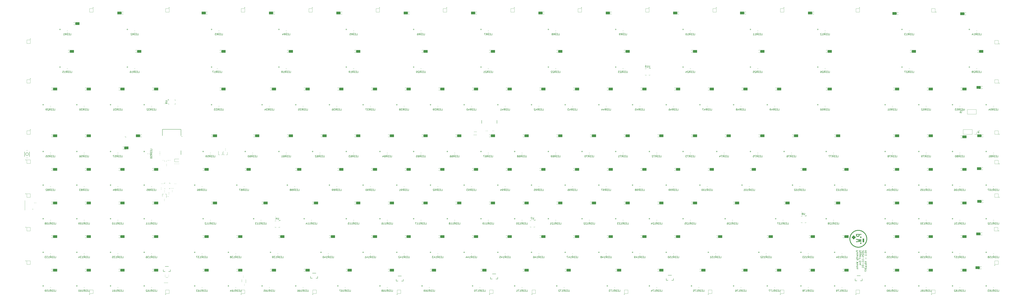
<source format=gbo>
G04 #@! TF.GenerationSoftware,KiCad,Pcbnew,8.0.5-8.0.5-0~ubuntu20.04.1*
G04 #@! TF.CreationDate,2024-11-01T17:59:00+00:00*
G04 #@! TF.ProjectId,Hyper7-Evo,48797065-7237-42d4-9576-6f2e6b696361,rev?*
G04 #@! TF.SameCoordinates,Original*
G04 #@! TF.FileFunction,Legend,Bot*
G04 #@! TF.FilePolarity,Positive*
%FSLAX46Y46*%
G04 Gerber Fmt 4.6, Leading zero omitted, Abs format (unit mm)*
G04 Created by KiCad (PCBNEW 8.0.5-8.0.5-0~ubuntu20.04.1) date 2024-11-01 17:59:00*
%MOMM*%
%LPD*%
G01*
G04 APERTURE LIST*
%ADD10C,0.150000*%
%ADD11C,0.120000*%
%ADD12C,0.050000*%
%ADD13C,0.000000*%
%ADD14C,0.127000*%
%ADD15C,0.100000*%
%ADD16C,0.200000*%
%ADD17C,0.152400*%
%ADD18C,0.203200*%
G04 APERTURE END LIST*
D10*
X508439987Y-187736779D02*
X507439987Y-187736779D01*
X507439987Y-187736779D02*
X507439987Y-188117731D01*
X507439987Y-188117731D02*
X507487606Y-188212969D01*
X507487606Y-188212969D02*
X507535225Y-188260588D01*
X507535225Y-188260588D02*
X507630463Y-188308207D01*
X507630463Y-188308207D02*
X507773320Y-188308207D01*
X507773320Y-188308207D02*
X507868558Y-188260588D01*
X507868558Y-188260588D02*
X507916177Y-188212969D01*
X507916177Y-188212969D02*
X507963796Y-188117731D01*
X507963796Y-188117731D02*
X507963796Y-187736779D01*
X508439987Y-188879636D02*
X508392368Y-188784398D01*
X508392368Y-188784398D02*
X508344748Y-188736779D01*
X508344748Y-188736779D02*
X508249510Y-188689160D01*
X508249510Y-188689160D02*
X507963796Y-188689160D01*
X507963796Y-188689160D02*
X507868558Y-188736779D01*
X507868558Y-188736779D02*
X507820939Y-188784398D01*
X507820939Y-188784398D02*
X507773320Y-188879636D01*
X507773320Y-188879636D02*
X507773320Y-189022493D01*
X507773320Y-189022493D02*
X507820939Y-189117731D01*
X507820939Y-189117731D02*
X507868558Y-189165350D01*
X507868558Y-189165350D02*
X507963796Y-189212969D01*
X507963796Y-189212969D02*
X508249510Y-189212969D01*
X508249510Y-189212969D02*
X508344748Y-189165350D01*
X508344748Y-189165350D02*
X508392368Y-189117731D01*
X508392368Y-189117731D02*
X508439987Y-189022493D01*
X508439987Y-189022493D02*
X508439987Y-188879636D01*
X508439987Y-189784398D02*
X508392368Y-189689160D01*
X508392368Y-189689160D02*
X508297129Y-189641541D01*
X508297129Y-189641541D02*
X507439987Y-189641541D01*
X508439987Y-190593922D02*
X507916177Y-190593922D01*
X507916177Y-190593922D02*
X507820939Y-190546303D01*
X507820939Y-190546303D02*
X507773320Y-190451065D01*
X507773320Y-190451065D02*
X507773320Y-190260589D01*
X507773320Y-190260589D02*
X507820939Y-190165351D01*
X508392368Y-190593922D02*
X508439987Y-190498684D01*
X508439987Y-190498684D02*
X508439987Y-190260589D01*
X508439987Y-190260589D02*
X508392368Y-190165351D01*
X508392368Y-190165351D02*
X508297129Y-190117732D01*
X508297129Y-190117732D02*
X508201891Y-190117732D01*
X508201891Y-190117732D02*
X508106653Y-190165351D01*
X508106653Y-190165351D02*
X508059034Y-190260589D01*
X508059034Y-190260589D02*
X508059034Y-190498684D01*
X508059034Y-190498684D02*
X508011415Y-190593922D01*
X508439987Y-191070113D02*
X507773320Y-191070113D01*
X507963796Y-191070113D02*
X507868558Y-191117732D01*
X507868558Y-191117732D02*
X507820939Y-191165351D01*
X507820939Y-191165351D02*
X507773320Y-191260589D01*
X507773320Y-191260589D02*
X507773320Y-191355827D01*
X508439987Y-191689161D02*
X507773320Y-191689161D01*
X507439987Y-191689161D02*
X507487606Y-191641542D01*
X507487606Y-191641542D02*
X507535225Y-191689161D01*
X507535225Y-191689161D02*
X507487606Y-191736780D01*
X507487606Y-191736780D02*
X507439987Y-191689161D01*
X507439987Y-191689161D02*
X507535225Y-191689161D01*
X507773320Y-192022494D02*
X507773320Y-192403446D01*
X507439987Y-192165351D02*
X508297129Y-192165351D01*
X508297129Y-192165351D02*
X508392368Y-192212970D01*
X508392368Y-192212970D02*
X508439987Y-192308208D01*
X508439987Y-192308208D02*
X508439987Y-192403446D01*
X507773320Y-192641542D02*
X508439987Y-192879637D01*
X507773320Y-193117732D02*
X508439987Y-192879637D01*
X508439987Y-192879637D02*
X508678082Y-192784399D01*
X508678082Y-192784399D02*
X508725701Y-192736780D01*
X508725701Y-192736780D02*
X508773320Y-192641542D01*
X507439987Y-194165352D02*
X508439987Y-194403447D01*
X508439987Y-194403447D02*
X507725701Y-194593923D01*
X507725701Y-194593923D02*
X508439987Y-194784399D01*
X508439987Y-194784399D02*
X507439987Y-195022495D01*
X508439987Y-195546304D02*
X508392368Y-195451066D01*
X508392368Y-195451066D02*
X508344748Y-195403447D01*
X508344748Y-195403447D02*
X508249510Y-195355828D01*
X508249510Y-195355828D02*
X507963796Y-195355828D01*
X507963796Y-195355828D02*
X507868558Y-195403447D01*
X507868558Y-195403447D02*
X507820939Y-195451066D01*
X507820939Y-195451066D02*
X507773320Y-195546304D01*
X507773320Y-195546304D02*
X507773320Y-195689161D01*
X507773320Y-195689161D02*
X507820939Y-195784399D01*
X507820939Y-195784399D02*
X507868558Y-195832018D01*
X507868558Y-195832018D02*
X507963796Y-195879637D01*
X507963796Y-195879637D02*
X508249510Y-195879637D01*
X508249510Y-195879637D02*
X508344748Y-195832018D01*
X508344748Y-195832018D02*
X508392368Y-195784399D01*
X508392368Y-195784399D02*
X508439987Y-195689161D01*
X508439987Y-195689161D02*
X508439987Y-195546304D01*
X508439987Y-196308209D02*
X507773320Y-196308209D01*
X507963796Y-196308209D02*
X507868558Y-196355828D01*
X507868558Y-196355828D02*
X507820939Y-196403447D01*
X507820939Y-196403447D02*
X507773320Y-196498685D01*
X507773320Y-196498685D02*
X507773320Y-196593923D01*
X508439987Y-196927257D02*
X507439987Y-196927257D01*
X508059034Y-197022495D02*
X508439987Y-197308209D01*
X507773320Y-197308209D02*
X508154272Y-196927257D01*
X508392368Y-197689162D02*
X508439987Y-197784400D01*
X508439987Y-197784400D02*
X508439987Y-197974876D01*
X508439987Y-197974876D02*
X508392368Y-198070114D01*
X508392368Y-198070114D02*
X508297129Y-198117733D01*
X508297129Y-198117733D02*
X508249510Y-198117733D01*
X508249510Y-198117733D02*
X508154272Y-198070114D01*
X508154272Y-198070114D02*
X508106653Y-197974876D01*
X508106653Y-197974876D02*
X508106653Y-197832019D01*
X508106653Y-197832019D02*
X508059034Y-197736781D01*
X508059034Y-197736781D02*
X507963796Y-197689162D01*
X507963796Y-197689162D02*
X507916177Y-197689162D01*
X507916177Y-197689162D02*
X507820939Y-197736781D01*
X507820939Y-197736781D02*
X507773320Y-197832019D01*
X507773320Y-197832019D02*
X507773320Y-197974876D01*
X507773320Y-197974876D02*
X507820939Y-198070114D01*
X510049931Y-187736779D02*
X509049931Y-187736779D01*
X509526121Y-187736779D02*
X509526121Y-188308207D01*
X510049931Y-188308207D02*
X509049931Y-188308207D01*
X509383264Y-188689160D02*
X510049931Y-188927255D01*
X509383264Y-189165350D02*
X510049931Y-188927255D01*
X510049931Y-188927255D02*
X510288026Y-188832017D01*
X510288026Y-188832017D02*
X510335645Y-188784398D01*
X510335645Y-188784398D02*
X510383264Y-188689160D01*
X509383264Y-189546303D02*
X510383264Y-189546303D01*
X509430883Y-189546303D02*
X509383264Y-189641541D01*
X509383264Y-189641541D02*
X509383264Y-189832017D01*
X509383264Y-189832017D02*
X509430883Y-189927255D01*
X509430883Y-189927255D02*
X509478502Y-189974874D01*
X509478502Y-189974874D02*
X509573740Y-190022493D01*
X509573740Y-190022493D02*
X509859454Y-190022493D01*
X509859454Y-190022493D02*
X509954692Y-189974874D01*
X509954692Y-189974874D02*
X510002312Y-189927255D01*
X510002312Y-189927255D02*
X510049931Y-189832017D01*
X510049931Y-189832017D02*
X510049931Y-189641541D01*
X510049931Y-189641541D02*
X510002312Y-189546303D01*
X510002312Y-190832017D02*
X510049931Y-190736779D01*
X510049931Y-190736779D02*
X510049931Y-190546303D01*
X510049931Y-190546303D02*
X510002312Y-190451065D01*
X510002312Y-190451065D02*
X509907073Y-190403446D01*
X509907073Y-190403446D02*
X509526121Y-190403446D01*
X509526121Y-190403446D02*
X509430883Y-190451065D01*
X509430883Y-190451065D02*
X509383264Y-190546303D01*
X509383264Y-190546303D02*
X509383264Y-190736779D01*
X509383264Y-190736779D02*
X509430883Y-190832017D01*
X509430883Y-190832017D02*
X509526121Y-190879636D01*
X509526121Y-190879636D02*
X509621359Y-190879636D01*
X509621359Y-190879636D02*
X509716597Y-190403446D01*
X510049931Y-191308208D02*
X509383264Y-191308208D01*
X509573740Y-191308208D02*
X509478502Y-191355827D01*
X509478502Y-191355827D02*
X509430883Y-191403446D01*
X509430883Y-191403446D02*
X509383264Y-191498684D01*
X509383264Y-191498684D02*
X509383264Y-191593922D01*
X509049931Y-191832018D02*
X509049931Y-192498684D01*
X509049931Y-192498684D02*
X510049931Y-192070113D01*
X509526121Y-193641542D02*
X509526121Y-193974875D01*
X510049931Y-194117732D02*
X510049931Y-193641542D01*
X510049931Y-193641542D02*
X509049931Y-193641542D01*
X509049931Y-193641542D02*
X509049931Y-194117732D01*
X509383264Y-194451066D02*
X510049931Y-194689161D01*
X510049931Y-194689161D02*
X509383264Y-194927256D01*
X510049931Y-195451066D02*
X510002312Y-195355828D01*
X510002312Y-195355828D02*
X509954692Y-195308209D01*
X509954692Y-195308209D02*
X509859454Y-195260590D01*
X509859454Y-195260590D02*
X509573740Y-195260590D01*
X509573740Y-195260590D02*
X509478502Y-195308209D01*
X509478502Y-195308209D02*
X509430883Y-195355828D01*
X509430883Y-195355828D02*
X509383264Y-195451066D01*
X509383264Y-195451066D02*
X509383264Y-195593923D01*
X509383264Y-195593923D02*
X509430883Y-195689161D01*
X509430883Y-195689161D02*
X509478502Y-195736780D01*
X509478502Y-195736780D02*
X509573740Y-195784399D01*
X509573740Y-195784399D02*
X509859454Y-195784399D01*
X509859454Y-195784399D02*
X509954692Y-195736780D01*
X509954692Y-195736780D02*
X510002312Y-195689161D01*
X510002312Y-195689161D02*
X510049931Y-195593923D01*
X510049931Y-195593923D02*
X510049931Y-195451066D01*
X510755113Y-187689160D02*
X510707494Y-187736779D01*
X510707494Y-187736779D02*
X510659875Y-187832017D01*
X510659875Y-187832017D02*
X510659875Y-188070112D01*
X510659875Y-188070112D02*
X510707494Y-188165350D01*
X510707494Y-188165350D02*
X510755113Y-188212969D01*
X510755113Y-188212969D02*
X510850351Y-188260588D01*
X510850351Y-188260588D02*
X510945589Y-188260588D01*
X510945589Y-188260588D02*
X511088446Y-188212969D01*
X511088446Y-188212969D02*
X511659875Y-187641541D01*
X511659875Y-187641541D02*
X511659875Y-188260588D01*
X510659875Y-188879636D02*
X510659875Y-188974874D01*
X510659875Y-188974874D02*
X510707494Y-189070112D01*
X510707494Y-189070112D02*
X510755113Y-189117731D01*
X510755113Y-189117731D02*
X510850351Y-189165350D01*
X510850351Y-189165350D02*
X511040827Y-189212969D01*
X511040827Y-189212969D02*
X511278922Y-189212969D01*
X511278922Y-189212969D02*
X511469398Y-189165350D01*
X511469398Y-189165350D02*
X511564636Y-189117731D01*
X511564636Y-189117731D02*
X511612256Y-189070112D01*
X511612256Y-189070112D02*
X511659875Y-188974874D01*
X511659875Y-188974874D02*
X511659875Y-188879636D01*
X511659875Y-188879636D02*
X511612256Y-188784398D01*
X511612256Y-188784398D02*
X511564636Y-188736779D01*
X511564636Y-188736779D02*
X511469398Y-188689160D01*
X511469398Y-188689160D02*
X511278922Y-188641541D01*
X511278922Y-188641541D02*
X511040827Y-188641541D01*
X511040827Y-188641541D02*
X510850351Y-188689160D01*
X510850351Y-188689160D02*
X510755113Y-188736779D01*
X510755113Y-188736779D02*
X510707494Y-188784398D01*
X510707494Y-188784398D02*
X510659875Y-188879636D01*
X510755113Y-189593922D02*
X510707494Y-189641541D01*
X510707494Y-189641541D02*
X510659875Y-189736779D01*
X510659875Y-189736779D02*
X510659875Y-189974874D01*
X510659875Y-189974874D02*
X510707494Y-190070112D01*
X510707494Y-190070112D02*
X510755113Y-190117731D01*
X510755113Y-190117731D02*
X510850351Y-190165350D01*
X510850351Y-190165350D02*
X510945589Y-190165350D01*
X510945589Y-190165350D02*
X511088446Y-190117731D01*
X511088446Y-190117731D02*
X511659875Y-189546303D01*
X511659875Y-189546303D02*
X511659875Y-190165350D01*
X510993208Y-191022493D02*
X511659875Y-191022493D01*
X510612256Y-190784398D02*
X511326541Y-190546303D01*
X511326541Y-190546303D02*
X511326541Y-191165350D01*
X511278922Y-191546303D02*
X511278922Y-192308208D01*
X511659875Y-193308207D02*
X511659875Y-192736779D01*
X511659875Y-193022493D02*
X510659875Y-193022493D01*
X510659875Y-193022493D02*
X510802732Y-192927255D01*
X510802732Y-192927255D02*
X510897970Y-192832017D01*
X510897970Y-192832017D02*
X510945589Y-192736779D01*
X511659875Y-194260588D02*
X511659875Y-193689160D01*
X511659875Y-193974874D02*
X510659875Y-193974874D01*
X510659875Y-193974874D02*
X510802732Y-193879636D01*
X510802732Y-193879636D02*
X510897970Y-193784398D01*
X510897970Y-193784398D02*
X510945589Y-193689160D01*
X511278922Y-194689160D02*
X511278922Y-195451065D01*
X510659875Y-196117731D02*
X510659875Y-196212969D01*
X510659875Y-196212969D02*
X510707494Y-196308207D01*
X510707494Y-196308207D02*
X510755113Y-196355826D01*
X510755113Y-196355826D02*
X510850351Y-196403445D01*
X510850351Y-196403445D02*
X511040827Y-196451064D01*
X511040827Y-196451064D02*
X511278922Y-196451064D01*
X511278922Y-196451064D02*
X511469398Y-196403445D01*
X511469398Y-196403445D02*
X511564636Y-196355826D01*
X511564636Y-196355826D02*
X511612256Y-196308207D01*
X511612256Y-196308207D02*
X511659875Y-196212969D01*
X511659875Y-196212969D02*
X511659875Y-196117731D01*
X511659875Y-196117731D02*
X511612256Y-196022493D01*
X511612256Y-196022493D02*
X511564636Y-195974874D01*
X511564636Y-195974874D02*
X511469398Y-195927255D01*
X511469398Y-195927255D02*
X511278922Y-195879636D01*
X511278922Y-195879636D02*
X511040827Y-195879636D01*
X511040827Y-195879636D02*
X510850351Y-195927255D01*
X510850351Y-195927255D02*
X510755113Y-195974874D01*
X510755113Y-195974874D02*
X510707494Y-196022493D01*
X510707494Y-196022493D02*
X510659875Y-196117731D01*
X511659875Y-197403445D02*
X511659875Y-196832017D01*
X511659875Y-197117731D02*
X510659875Y-197117731D01*
X510659875Y-197117731D02*
X510802732Y-197022493D01*
X510802732Y-197022493D02*
X510897970Y-196927255D01*
X510897970Y-196927255D02*
X510945589Y-196832017D01*
X512269819Y-187593922D02*
X513269819Y-187927255D01*
X513269819Y-187927255D02*
X512269819Y-188260588D01*
X512269819Y-188784398D02*
X512269819Y-188879636D01*
X512269819Y-188879636D02*
X512317438Y-188974874D01*
X512317438Y-188974874D02*
X512365057Y-189022493D01*
X512365057Y-189022493D02*
X512460295Y-189070112D01*
X512460295Y-189070112D02*
X512650771Y-189117731D01*
X512650771Y-189117731D02*
X512888866Y-189117731D01*
X512888866Y-189117731D02*
X513079342Y-189070112D01*
X513079342Y-189070112D02*
X513174580Y-189022493D01*
X513174580Y-189022493D02*
X513222200Y-188974874D01*
X513222200Y-188974874D02*
X513269819Y-188879636D01*
X513269819Y-188879636D02*
X513269819Y-188784398D01*
X513269819Y-188784398D02*
X513222200Y-188689160D01*
X513222200Y-188689160D02*
X513174580Y-188641541D01*
X513174580Y-188641541D02*
X513079342Y-188593922D01*
X513079342Y-188593922D02*
X512888866Y-188546303D01*
X512888866Y-188546303D02*
X512650771Y-188546303D01*
X512650771Y-188546303D02*
X512460295Y-188593922D01*
X512460295Y-188593922D02*
X512365057Y-188641541D01*
X512365057Y-188641541D02*
X512317438Y-188689160D01*
X512317438Y-188689160D02*
X512269819Y-188784398D01*
X513174580Y-189546303D02*
X513222200Y-189593922D01*
X513222200Y-189593922D02*
X513269819Y-189546303D01*
X513269819Y-189546303D02*
X513222200Y-189498684D01*
X513222200Y-189498684D02*
X513174580Y-189546303D01*
X513174580Y-189546303D02*
X513269819Y-189546303D01*
X513269819Y-190546302D02*
X513269819Y-189974874D01*
X513269819Y-190260588D02*
X512269819Y-190260588D01*
X512269819Y-190260588D02*
X512412676Y-190165350D01*
X512412676Y-190165350D02*
X512507914Y-190070112D01*
X512507914Y-190070112D02*
X512555533Y-189974874D01*
X512888866Y-191736779D02*
X512888866Y-192498684D01*
X512603152Y-194165350D02*
X513269819Y-194165350D01*
X512222200Y-193927255D02*
X512936485Y-193689160D01*
X512936485Y-193689160D02*
X512936485Y-194308207D01*
X512269819Y-195165350D02*
X512269819Y-194689160D01*
X512269819Y-194689160D02*
X512746009Y-194641541D01*
X512746009Y-194641541D02*
X512698390Y-194689160D01*
X512698390Y-194689160D02*
X512650771Y-194784398D01*
X512650771Y-194784398D02*
X512650771Y-195022493D01*
X512650771Y-195022493D02*
X512698390Y-195117731D01*
X512698390Y-195117731D02*
X512746009Y-195165350D01*
X512746009Y-195165350D02*
X512841247Y-195212969D01*
X512841247Y-195212969D02*
X513079342Y-195212969D01*
X513079342Y-195212969D02*
X513174580Y-195165350D01*
X513174580Y-195165350D02*
X513222200Y-195117731D01*
X513222200Y-195117731D02*
X513269819Y-195022493D01*
X513269819Y-195022493D02*
X513269819Y-194784398D01*
X513269819Y-194784398D02*
X513222200Y-194689160D01*
X513222200Y-194689160D02*
X513174580Y-194641541D01*
X513222200Y-196070112D02*
X513269819Y-195974874D01*
X513269819Y-195974874D02*
X513269819Y-195784398D01*
X513269819Y-195784398D02*
X513222200Y-195689160D01*
X513222200Y-195689160D02*
X513174580Y-195641541D01*
X513174580Y-195641541D02*
X513079342Y-195593922D01*
X513079342Y-195593922D02*
X512793628Y-195593922D01*
X512793628Y-195593922D02*
X512698390Y-195641541D01*
X512698390Y-195641541D02*
X512650771Y-195689160D01*
X512650771Y-195689160D02*
X512603152Y-195784398D01*
X512603152Y-195784398D02*
X512603152Y-195974874D01*
X512603152Y-195974874D02*
X512650771Y-196070112D01*
X513269819Y-196927255D02*
X512746009Y-196927255D01*
X512746009Y-196927255D02*
X512650771Y-196879636D01*
X512650771Y-196879636D02*
X512603152Y-196784398D01*
X512603152Y-196784398D02*
X512603152Y-196593922D01*
X512603152Y-196593922D02*
X512650771Y-196498684D01*
X513222200Y-196927255D02*
X513269819Y-196832017D01*
X513269819Y-196832017D02*
X513269819Y-196593922D01*
X513269819Y-196593922D02*
X513222200Y-196498684D01*
X513222200Y-196498684D02*
X513126961Y-196451065D01*
X513126961Y-196451065D02*
X513031723Y-196451065D01*
X513031723Y-196451065D02*
X512936485Y-196498684D01*
X512936485Y-196498684D02*
X512888866Y-196593922D01*
X512888866Y-196593922D02*
X512888866Y-196832017D01*
X512888866Y-196832017D02*
X512841247Y-196927255D01*
X512269819Y-197308208D02*
X512269819Y-197927255D01*
X512269819Y-197927255D02*
X512650771Y-197593922D01*
X512650771Y-197593922D02*
X512650771Y-197736779D01*
X512650771Y-197736779D02*
X512698390Y-197832017D01*
X512698390Y-197832017D02*
X512746009Y-197879636D01*
X512746009Y-197879636D02*
X512841247Y-197927255D01*
X512841247Y-197927255D02*
X513079342Y-197927255D01*
X513079342Y-197927255D02*
X513174580Y-197879636D01*
X513174580Y-197879636D02*
X513222200Y-197832017D01*
X513222200Y-197832017D02*
X513269819Y-197736779D01*
X513269819Y-197736779D02*
X513269819Y-197451065D01*
X513269819Y-197451065D02*
X513222200Y-197355827D01*
X513222200Y-197355827D02*
X513174580Y-197308208D01*
X512603152Y-198212970D02*
X512603152Y-198593922D01*
X513269819Y-198355827D02*
X512412676Y-198355827D01*
X512412676Y-198355827D02*
X512317438Y-198403446D01*
X512317438Y-198403446D02*
X512269819Y-198498684D01*
X512269819Y-198498684D02*
X512269819Y-198593922D01*
X512269819Y-198832018D02*
X512269819Y-199498684D01*
X512269819Y-199498684D02*
X513269819Y-199070113D01*
X530451428Y-153784819D02*
X530927618Y-153784819D01*
X530927618Y-153784819D02*
X530927618Y-152784819D01*
X530118094Y-153261009D02*
X529784761Y-153261009D01*
X529641904Y-153784819D02*
X530118094Y-153784819D01*
X530118094Y-153784819D02*
X530118094Y-152784819D01*
X530118094Y-152784819D02*
X529641904Y-152784819D01*
X529213332Y-153784819D02*
X529213332Y-152784819D01*
X529213332Y-152784819D02*
X528975237Y-152784819D01*
X528975237Y-152784819D02*
X528832380Y-152832438D01*
X528832380Y-152832438D02*
X528737142Y-152927676D01*
X528737142Y-152927676D02*
X528689523Y-153022914D01*
X528689523Y-153022914D02*
X528641904Y-153213390D01*
X528641904Y-153213390D02*
X528641904Y-153356247D01*
X528641904Y-153356247D02*
X528689523Y-153546723D01*
X528689523Y-153546723D02*
X528737142Y-153641961D01*
X528737142Y-153641961D02*
X528832380Y-153737200D01*
X528832380Y-153737200D02*
X528975237Y-153784819D01*
X528975237Y-153784819D02*
X529213332Y-153784819D01*
X527641904Y-153784819D02*
X527975237Y-153308628D01*
X528213332Y-153784819D02*
X528213332Y-152784819D01*
X528213332Y-152784819D02*
X527832380Y-152784819D01*
X527832380Y-152784819D02*
X527737142Y-152832438D01*
X527737142Y-152832438D02*
X527689523Y-152880057D01*
X527689523Y-152880057D02*
X527641904Y-152975295D01*
X527641904Y-152975295D02*
X527641904Y-153118152D01*
X527641904Y-153118152D02*
X527689523Y-153213390D01*
X527689523Y-153213390D02*
X527737142Y-153261009D01*
X527737142Y-153261009D02*
X527832380Y-153308628D01*
X527832380Y-153308628D02*
X528213332Y-153308628D01*
X526689523Y-153784819D02*
X527260951Y-153784819D01*
X526975237Y-153784819D02*
X526975237Y-152784819D01*
X526975237Y-152784819D02*
X527070475Y-152927676D01*
X527070475Y-152927676D02*
X527165713Y-153022914D01*
X527165713Y-153022914D02*
X527260951Y-153070533D01*
X526070475Y-152784819D02*
X525975237Y-152784819D01*
X525975237Y-152784819D02*
X525879999Y-152832438D01*
X525879999Y-152832438D02*
X525832380Y-152880057D01*
X525832380Y-152880057D02*
X525784761Y-152975295D01*
X525784761Y-152975295D02*
X525737142Y-153165771D01*
X525737142Y-153165771D02*
X525737142Y-153403866D01*
X525737142Y-153403866D02*
X525784761Y-153594342D01*
X525784761Y-153594342D02*
X525832380Y-153689580D01*
X525832380Y-153689580D02*
X525879999Y-153737200D01*
X525879999Y-153737200D02*
X525975237Y-153784819D01*
X525975237Y-153784819D02*
X526070475Y-153784819D01*
X526070475Y-153784819D02*
X526165713Y-153737200D01*
X526165713Y-153737200D02*
X526213332Y-153689580D01*
X526213332Y-153689580D02*
X526260951Y-153594342D01*
X526260951Y-153594342D02*
X526308570Y-153403866D01*
X526308570Y-153403866D02*
X526308570Y-153165771D01*
X526308570Y-153165771D02*
X526260951Y-152975295D01*
X526260951Y-152975295D02*
X526213332Y-152880057D01*
X526213332Y-152880057D02*
X526165713Y-152832438D01*
X526165713Y-152832438D02*
X526070475Y-152784819D01*
X524879999Y-153118152D02*
X524879999Y-153784819D01*
X525118094Y-152737200D02*
X525356189Y-153451485D01*
X525356189Y-153451485D02*
X524737142Y-153451485D01*
X568551428Y-172834819D02*
X569027618Y-172834819D01*
X569027618Y-172834819D02*
X569027618Y-171834819D01*
X568218094Y-172311009D02*
X567884761Y-172311009D01*
X567741904Y-172834819D02*
X568218094Y-172834819D01*
X568218094Y-172834819D02*
X568218094Y-171834819D01*
X568218094Y-171834819D02*
X567741904Y-171834819D01*
X567313332Y-172834819D02*
X567313332Y-171834819D01*
X567313332Y-171834819D02*
X567075237Y-171834819D01*
X567075237Y-171834819D02*
X566932380Y-171882438D01*
X566932380Y-171882438D02*
X566837142Y-171977676D01*
X566837142Y-171977676D02*
X566789523Y-172072914D01*
X566789523Y-172072914D02*
X566741904Y-172263390D01*
X566741904Y-172263390D02*
X566741904Y-172406247D01*
X566741904Y-172406247D02*
X566789523Y-172596723D01*
X566789523Y-172596723D02*
X566837142Y-172691961D01*
X566837142Y-172691961D02*
X566932380Y-172787200D01*
X566932380Y-172787200D02*
X567075237Y-172834819D01*
X567075237Y-172834819D02*
X567313332Y-172834819D01*
X565741904Y-172834819D02*
X566075237Y-172358628D01*
X566313332Y-172834819D02*
X566313332Y-171834819D01*
X566313332Y-171834819D02*
X565932380Y-171834819D01*
X565932380Y-171834819D02*
X565837142Y-171882438D01*
X565837142Y-171882438D02*
X565789523Y-171930057D01*
X565789523Y-171930057D02*
X565741904Y-172025295D01*
X565741904Y-172025295D02*
X565741904Y-172168152D01*
X565741904Y-172168152D02*
X565789523Y-172263390D01*
X565789523Y-172263390D02*
X565837142Y-172311009D01*
X565837142Y-172311009D02*
X565932380Y-172358628D01*
X565932380Y-172358628D02*
X566313332Y-172358628D01*
X564789523Y-172834819D02*
X565360951Y-172834819D01*
X565075237Y-172834819D02*
X565075237Y-171834819D01*
X565075237Y-171834819D02*
X565170475Y-171977676D01*
X565170475Y-171977676D02*
X565265713Y-172072914D01*
X565265713Y-172072914D02*
X565360951Y-172120533D01*
X564456189Y-171834819D02*
X563837142Y-171834819D01*
X563837142Y-171834819D02*
X564170475Y-172215771D01*
X564170475Y-172215771D02*
X564027618Y-172215771D01*
X564027618Y-172215771D02*
X563932380Y-172263390D01*
X563932380Y-172263390D02*
X563884761Y-172311009D01*
X563884761Y-172311009D02*
X563837142Y-172406247D01*
X563837142Y-172406247D02*
X563837142Y-172644342D01*
X563837142Y-172644342D02*
X563884761Y-172739580D01*
X563884761Y-172739580D02*
X563932380Y-172787200D01*
X563932380Y-172787200D02*
X564027618Y-172834819D01*
X564027618Y-172834819D02*
X564313332Y-172834819D01*
X564313332Y-172834819D02*
X564408570Y-172787200D01*
X564408570Y-172787200D02*
X564456189Y-172739580D01*
X562884761Y-172834819D02*
X563456189Y-172834819D01*
X563170475Y-172834819D02*
X563170475Y-171834819D01*
X563170475Y-171834819D02*
X563265713Y-171977676D01*
X563265713Y-171977676D02*
X563360951Y-172072914D01*
X563360951Y-172072914D02*
X563456189Y-172120533D01*
X576034819Y-120066666D02*
X576749104Y-120066666D01*
X576749104Y-120066666D02*
X576891961Y-120019047D01*
X576891961Y-120019047D02*
X576987200Y-119923809D01*
X576987200Y-119923809D02*
X577034819Y-119780952D01*
X577034819Y-119780952D02*
X577034819Y-119685714D01*
X576368152Y-120971428D02*
X577034819Y-120971428D01*
X575987200Y-120733333D02*
X576701485Y-120495238D01*
X576701485Y-120495238D02*
X576701485Y-121114285D01*
X330426428Y-191884819D02*
X330902618Y-191884819D01*
X330902618Y-191884819D02*
X330902618Y-190884819D01*
X330093094Y-191361009D02*
X329759761Y-191361009D01*
X329616904Y-191884819D02*
X330093094Y-191884819D01*
X330093094Y-191884819D02*
X330093094Y-190884819D01*
X330093094Y-190884819D02*
X329616904Y-190884819D01*
X329188332Y-191884819D02*
X329188332Y-190884819D01*
X329188332Y-190884819D02*
X328950237Y-190884819D01*
X328950237Y-190884819D02*
X328807380Y-190932438D01*
X328807380Y-190932438D02*
X328712142Y-191027676D01*
X328712142Y-191027676D02*
X328664523Y-191122914D01*
X328664523Y-191122914D02*
X328616904Y-191313390D01*
X328616904Y-191313390D02*
X328616904Y-191456247D01*
X328616904Y-191456247D02*
X328664523Y-191646723D01*
X328664523Y-191646723D02*
X328712142Y-191741961D01*
X328712142Y-191741961D02*
X328807380Y-191837200D01*
X328807380Y-191837200D02*
X328950237Y-191884819D01*
X328950237Y-191884819D02*
X329188332Y-191884819D01*
X327616904Y-191884819D02*
X327950237Y-191408628D01*
X328188332Y-191884819D02*
X328188332Y-190884819D01*
X328188332Y-190884819D02*
X327807380Y-190884819D01*
X327807380Y-190884819D02*
X327712142Y-190932438D01*
X327712142Y-190932438D02*
X327664523Y-190980057D01*
X327664523Y-190980057D02*
X327616904Y-191075295D01*
X327616904Y-191075295D02*
X327616904Y-191218152D01*
X327616904Y-191218152D02*
X327664523Y-191313390D01*
X327664523Y-191313390D02*
X327712142Y-191361009D01*
X327712142Y-191361009D02*
X327807380Y-191408628D01*
X327807380Y-191408628D02*
X328188332Y-191408628D01*
X326664523Y-191884819D02*
X327235951Y-191884819D01*
X326950237Y-191884819D02*
X326950237Y-190884819D01*
X326950237Y-190884819D02*
X327045475Y-191027676D01*
X327045475Y-191027676D02*
X327140713Y-191122914D01*
X327140713Y-191122914D02*
X327235951Y-191170533D01*
X325807380Y-191218152D02*
X325807380Y-191884819D01*
X326045475Y-190837200D02*
X326283570Y-191551485D01*
X326283570Y-191551485D02*
X325664523Y-191551485D01*
X324854999Y-190884819D02*
X325045475Y-190884819D01*
X325045475Y-190884819D02*
X325140713Y-190932438D01*
X325140713Y-190932438D02*
X325188332Y-190980057D01*
X325188332Y-190980057D02*
X325283570Y-191122914D01*
X325283570Y-191122914D02*
X325331189Y-191313390D01*
X325331189Y-191313390D02*
X325331189Y-191694342D01*
X325331189Y-191694342D02*
X325283570Y-191789580D01*
X325283570Y-191789580D02*
X325235951Y-191837200D01*
X325235951Y-191837200D02*
X325140713Y-191884819D01*
X325140713Y-191884819D02*
X324950237Y-191884819D01*
X324950237Y-191884819D02*
X324854999Y-191837200D01*
X324854999Y-191837200D02*
X324807380Y-191789580D01*
X324807380Y-191789580D02*
X324759761Y-191694342D01*
X324759761Y-191694342D02*
X324759761Y-191456247D01*
X324759761Y-191456247D02*
X324807380Y-191361009D01*
X324807380Y-191361009D02*
X324854999Y-191313390D01*
X324854999Y-191313390D02*
X324950237Y-191265771D01*
X324950237Y-191265771D02*
X325140713Y-191265771D01*
X325140713Y-191265771D02*
X325235951Y-191313390D01*
X325235951Y-191313390D02*
X325283570Y-191361009D01*
X325283570Y-191361009D02*
X325331189Y-191456247D01*
X224699047Y-65534819D02*
X225175237Y-65534819D01*
X225175237Y-65534819D02*
X225175237Y-64534819D01*
X224365713Y-65011009D02*
X224032380Y-65011009D01*
X223889523Y-65534819D02*
X224365713Y-65534819D01*
X224365713Y-65534819D02*
X224365713Y-64534819D01*
X224365713Y-64534819D02*
X223889523Y-64534819D01*
X223460951Y-65534819D02*
X223460951Y-64534819D01*
X223460951Y-64534819D02*
X223222856Y-64534819D01*
X223222856Y-64534819D02*
X223079999Y-64582438D01*
X223079999Y-64582438D02*
X222984761Y-64677676D01*
X222984761Y-64677676D02*
X222937142Y-64772914D01*
X222937142Y-64772914D02*
X222889523Y-64963390D01*
X222889523Y-64963390D02*
X222889523Y-65106247D01*
X222889523Y-65106247D02*
X222937142Y-65296723D01*
X222937142Y-65296723D02*
X222984761Y-65391961D01*
X222984761Y-65391961D02*
X223079999Y-65487200D01*
X223079999Y-65487200D02*
X223222856Y-65534819D01*
X223222856Y-65534819D02*
X223460951Y-65534819D01*
X221889523Y-65534819D02*
X222222856Y-65058628D01*
X222460951Y-65534819D02*
X222460951Y-64534819D01*
X222460951Y-64534819D02*
X222079999Y-64534819D01*
X222079999Y-64534819D02*
X221984761Y-64582438D01*
X221984761Y-64582438D02*
X221937142Y-64630057D01*
X221937142Y-64630057D02*
X221889523Y-64725295D01*
X221889523Y-64725295D02*
X221889523Y-64868152D01*
X221889523Y-64868152D02*
X221937142Y-64963390D01*
X221937142Y-64963390D02*
X221984761Y-65011009D01*
X221984761Y-65011009D02*
X222079999Y-65058628D01*
X222079999Y-65058628D02*
X222460951Y-65058628D01*
X220984761Y-64534819D02*
X221460951Y-64534819D01*
X221460951Y-64534819D02*
X221508570Y-65011009D01*
X221508570Y-65011009D02*
X221460951Y-64963390D01*
X221460951Y-64963390D02*
X221365713Y-64915771D01*
X221365713Y-64915771D02*
X221127618Y-64915771D01*
X221127618Y-64915771D02*
X221032380Y-64963390D01*
X221032380Y-64963390D02*
X220984761Y-65011009D01*
X220984761Y-65011009D02*
X220937142Y-65106247D01*
X220937142Y-65106247D02*
X220937142Y-65344342D01*
X220937142Y-65344342D02*
X220984761Y-65439580D01*
X220984761Y-65439580D02*
X221032380Y-65487200D01*
X221032380Y-65487200D02*
X221127618Y-65534819D01*
X221127618Y-65534819D02*
X221365713Y-65534819D01*
X221365713Y-65534819D02*
X221460951Y-65487200D01*
X221460951Y-65487200D02*
X221508570Y-65439580D01*
X72775238Y-108214819D02*
X73251428Y-108214819D01*
X73251428Y-108214819D02*
X73251428Y-107214819D01*
X72441904Y-107691009D02*
X72108571Y-107691009D01*
X71965714Y-108214819D02*
X72441904Y-108214819D01*
X72441904Y-108214819D02*
X72441904Y-107214819D01*
X72441904Y-107214819D02*
X71965714Y-107214819D01*
X71537142Y-108214819D02*
X71537142Y-107214819D01*
X71537142Y-107214819D02*
X71299047Y-107214819D01*
X71299047Y-107214819D02*
X71156190Y-107262438D01*
X71156190Y-107262438D02*
X71060952Y-107357676D01*
X71060952Y-107357676D02*
X71013333Y-107452914D01*
X71013333Y-107452914D02*
X70965714Y-107643390D01*
X70965714Y-107643390D02*
X70965714Y-107786247D01*
X70965714Y-107786247D02*
X71013333Y-107976723D01*
X71013333Y-107976723D02*
X71060952Y-108071961D01*
X71060952Y-108071961D02*
X71156190Y-108167200D01*
X71156190Y-108167200D02*
X71299047Y-108214819D01*
X71299047Y-108214819D02*
X71537142Y-108214819D01*
X69965714Y-108214819D02*
X70299047Y-107738628D01*
X70537142Y-108214819D02*
X70537142Y-107214819D01*
X70537142Y-107214819D02*
X70156190Y-107214819D01*
X70156190Y-107214819D02*
X70060952Y-107262438D01*
X70060952Y-107262438D02*
X70013333Y-107310057D01*
X70013333Y-107310057D02*
X69965714Y-107405295D01*
X69965714Y-107405295D02*
X69965714Y-107548152D01*
X69965714Y-107548152D02*
X70013333Y-107643390D01*
X70013333Y-107643390D02*
X70060952Y-107691009D01*
X70060952Y-107691009D02*
X70156190Y-107738628D01*
X70156190Y-107738628D02*
X70537142Y-107738628D01*
X69632380Y-107214819D02*
X69013333Y-107214819D01*
X69013333Y-107214819D02*
X69346666Y-107595771D01*
X69346666Y-107595771D02*
X69203809Y-107595771D01*
X69203809Y-107595771D02*
X69108571Y-107643390D01*
X69108571Y-107643390D02*
X69060952Y-107691009D01*
X69060952Y-107691009D02*
X69013333Y-107786247D01*
X69013333Y-107786247D02*
X69013333Y-108024342D01*
X69013333Y-108024342D02*
X69060952Y-108119580D01*
X69060952Y-108119580D02*
X69108571Y-108167200D01*
X69108571Y-108167200D02*
X69203809Y-108214819D01*
X69203809Y-108214819D02*
X69489523Y-108214819D01*
X69489523Y-108214819D02*
X69584761Y-108167200D01*
X69584761Y-108167200D02*
X69632380Y-108119580D01*
X68394285Y-107214819D02*
X68299047Y-107214819D01*
X68299047Y-107214819D02*
X68203809Y-107262438D01*
X68203809Y-107262438D02*
X68156190Y-107310057D01*
X68156190Y-107310057D02*
X68108571Y-107405295D01*
X68108571Y-107405295D02*
X68060952Y-107595771D01*
X68060952Y-107595771D02*
X68060952Y-107833866D01*
X68060952Y-107833866D02*
X68108571Y-108024342D01*
X68108571Y-108024342D02*
X68156190Y-108119580D01*
X68156190Y-108119580D02*
X68203809Y-108167200D01*
X68203809Y-108167200D02*
X68299047Y-108214819D01*
X68299047Y-108214819D02*
X68394285Y-108214819D01*
X68394285Y-108214819D02*
X68489523Y-108167200D01*
X68489523Y-108167200D02*
X68537142Y-108119580D01*
X68537142Y-108119580D02*
X68584761Y-108024342D01*
X68584761Y-108024342D02*
X68632380Y-107833866D01*
X68632380Y-107833866D02*
X68632380Y-107595771D01*
X68632380Y-107595771D02*
X68584761Y-107405295D01*
X68584761Y-107405295D02*
X68537142Y-107310057D01*
X68537142Y-107310057D02*
X68489523Y-107262438D01*
X68489523Y-107262438D02*
X68394285Y-107214819D01*
X368050238Y-153784819D02*
X368526428Y-153784819D01*
X368526428Y-153784819D02*
X368526428Y-152784819D01*
X367716904Y-153261009D02*
X367383571Y-153261009D01*
X367240714Y-153784819D02*
X367716904Y-153784819D01*
X367716904Y-153784819D02*
X367716904Y-152784819D01*
X367716904Y-152784819D02*
X367240714Y-152784819D01*
X366812142Y-153784819D02*
X366812142Y-152784819D01*
X366812142Y-152784819D02*
X366574047Y-152784819D01*
X366574047Y-152784819D02*
X366431190Y-152832438D01*
X366431190Y-152832438D02*
X366335952Y-152927676D01*
X366335952Y-152927676D02*
X366288333Y-153022914D01*
X366288333Y-153022914D02*
X366240714Y-153213390D01*
X366240714Y-153213390D02*
X366240714Y-153356247D01*
X366240714Y-153356247D02*
X366288333Y-153546723D01*
X366288333Y-153546723D02*
X366335952Y-153641961D01*
X366335952Y-153641961D02*
X366431190Y-153737200D01*
X366431190Y-153737200D02*
X366574047Y-153784819D01*
X366574047Y-153784819D02*
X366812142Y-153784819D01*
X365240714Y-153784819D02*
X365574047Y-153308628D01*
X365812142Y-153784819D02*
X365812142Y-152784819D01*
X365812142Y-152784819D02*
X365431190Y-152784819D01*
X365431190Y-152784819D02*
X365335952Y-152832438D01*
X365335952Y-152832438D02*
X365288333Y-152880057D01*
X365288333Y-152880057D02*
X365240714Y-152975295D01*
X365240714Y-152975295D02*
X365240714Y-153118152D01*
X365240714Y-153118152D02*
X365288333Y-153213390D01*
X365288333Y-153213390D02*
X365335952Y-153261009D01*
X365335952Y-153261009D02*
X365431190Y-153308628D01*
X365431190Y-153308628D02*
X365812142Y-153308628D01*
X364764523Y-153784819D02*
X364574047Y-153784819D01*
X364574047Y-153784819D02*
X364478809Y-153737200D01*
X364478809Y-153737200D02*
X364431190Y-153689580D01*
X364431190Y-153689580D02*
X364335952Y-153546723D01*
X364335952Y-153546723D02*
X364288333Y-153356247D01*
X364288333Y-153356247D02*
X364288333Y-152975295D01*
X364288333Y-152975295D02*
X364335952Y-152880057D01*
X364335952Y-152880057D02*
X364383571Y-152832438D01*
X364383571Y-152832438D02*
X364478809Y-152784819D01*
X364478809Y-152784819D02*
X364669285Y-152784819D01*
X364669285Y-152784819D02*
X364764523Y-152832438D01*
X364764523Y-152832438D02*
X364812142Y-152880057D01*
X364812142Y-152880057D02*
X364859761Y-152975295D01*
X364859761Y-152975295D02*
X364859761Y-153213390D01*
X364859761Y-153213390D02*
X364812142Y-153308628D01*
X364812142Y-153308628D02*
X364764523Y-153356247D01*
X364764523Y-153356247D02*
X364669285Y-153403866D01*
X364669285Y-153403866D02*
X364478809Y-153403866D01*
X364478809Y-153403866D02*
X364383571Y-153356247D01*
X364383571Y-153356247D02*
X364335952Y-153308628D01*
X364335952Y-153308628D02*
X364288333Y-153213390D01*
X363954999Y-152784819D02*
X363288333Y-152784819D01*
X363288333Y-152784819D02*
X363716904Y-153784819D01*
X73251428Y-191884819D02*
X73727618Y-191884819D01*
X73727618Y-191884819D02*
X73727618Y-190884819D01*
X72918094Y-191361009D02*
X72584761Y-191361009D01*
X72441904Y-191884819D02*
X72918094Y-191884819D01*
X72918094Y-191884819D02*
X72918094Y-190884819D01*
X72918094Y-190884819D02*
X72441904Y-190884819D01*
X72013332Y-191884819D02*
X72013332Y-190884819D01*
X72013332Y-190884819D02*
X71775237Y-190884819D01*
X71775237Y-190884819D02*
X71632380Y-190932438D01*
X71632380Y-190932438D02*
X71537142Y-191027676D01*
X71537142Y-191027676D02*
X71489523Y-191122914D01*
X71489523Y-191122914D02*
X71441904Y-191313390D01*
X71441904Y-191313390D02*
X71441904Y-191456247D01*
X71441904Y-191456247D02*
X71489523Y-191646723D01*
X71489523Y-191646723D02*
X71537142Y-191741961D01*
X71537142Y-191741961D02*
X71632380Y-191837200D01*
X71632380Y-191837200D02*
X71775237Y-191884819D01*
X71775237Y-191884819D02*
X72013332Y-191884819D01*
X70441904Y-191884819D02*
X70775237Y-191408628D01*
X71013332Y-191884819D02*
X71013332Y-190884819D01*
X71013332Y-190884819D02*
X70632380Y-190884819D01*
X70632380Y-190884819D02*
X70537142Y-190932438D01*
X70537142Y-190932438D02*
X70489523Y-190980057D01*
X70489523Y-190980057D02*
X70441904Y-191075295D01*
X70441904Y-191075295D02*
X70441904Y-191218152D01*
X70441904Y-191218152D02*
X70489523Y-191313390D01*
X70489523Y-191313390D02*
X70537142Y-191361009D01*
X70537142Y-191361009D02*
X70632380Y-191408628D01*
X70632380Y-191408628D02*
X71013332Y-191408628D01*
X69489523Y-191884819D02*
X70060951Y-191884819D01*
X69775237Y-191884819D02*
X69775237Y-190884819D01*
X69775237Y-190884819D02*
X69870475Y-191027676D01*
X69870475Y-191027676D02*
X69965713Y-191122914D01*
X69965713Y-191122914D02*
X70060951Y-191170533D01*
X69156189Y-190884819D02*
X68537142Y-190884819D01*
X68537142Y-190884819D02*
X68870475Y-191265771D01*
X68870475Y-191265771D02*
X68727618Y-191265771D01*
X68727618Y-191265771D02*
X68632380Y-191313390D01*
X68632380Y-191313390D02*
X68584761Y-191361009D01*
X68584761Y-191361009D02*
X68537142Y-191456247D01*
X68537142Y-191456247D02*
X68537142Y-191694342D01*
X68537142Y-191694342D02*
X68584761Y-191789580D01*
X68584761Y-191789580D02*
X68632380Y-191837200D01*
X68632380Y-191837200D02*
X68727618Y-191884819D01*
X68727618Y-191884819D02*
X69013332Y-191884819D01*
X69013332Y-191884819D02*
X69108570Y-191837200D01*
X69108570Y-191837200D02*
X69156189Y-191789580D01*
X67679999Y-191218152D02*
X67679999Y-191884819D01*
X67918094Y-190837200D02*
X68156189Y-191551485D01*
X68156189Y-191551485D02*
X67537142Y-191551485D01*
X301375238Y-134734819D02*
X301851428Y-134734819D01*
X301851428Y-134734819D02*
X301851428Y-133734819D01*
X301041904Y-134211009D02*
X300708571Y-134211009D01*
X300565714Y-134734819D02*
X301041904Y-134734819D01*
X301041904Y-134734819D02*
X301041904Y-133734819D01*
X301041904Y-133734819D02*
X300565714Y-133734819D01*
X300137142Y-134734819D02*
X300137142Y-133734819D01*
X300137142Y-133734819D02*
X299899047Y-133734819D01*
X299899047Y-133734819D02*
X299756190Y-133782438D01*
X299756190Y-133782438D02*
X299660952Y-133877676D01*
X299660952Y-133877676D02*
X299613333Y-133972914D01*
X299613333Y-133972914D02*
X299565714Y-134163390D01*
X299565714Y-134163390D02*
X299565714Y-134306247D01*
X299565714Y-134306247D02*
X299613333Y-134496723D01*
X299613333Y-134496723D02*
X299660952Y-134591961D01*
X299660952Y-134591961D02*
X299756190Y-134687200D01*
X299756190Y-134687200D02*
X299899047Y-134734819D01*
X299899047Y-134734819D02*
X300137142Y-134734819D01*
X298565714Y-134734819D02*
X298899047Y-134258628D01*
X299137142Y-134734819D02*
X299137142Y-133734819D01*
X299137142Y-133734819D02*
X298756190Y-133734819D01*
X298756190Y-133734819D02*
X298660952Y-133782438D01*
X298660952Y-133782438D02*
X298613333Y-133830057D01*
X298613333Y-133830057D02*
X298565714Y-133925295D01*
X298565714Y-133925295D02*
X298565714Y-134068152D01*
X298565714Y-134068152D02*
X298613333Y-134163390D01*
X298613333Y-134163390D02*
X298660952Y-134211009D01*
X298660952Y-134211009D02*
X298756190Y-134258628D01*
X298756190Y-134258628D02*
X299137142Y-134258628D01*
X297708571Y-133734819D02*
X297899047Y-133734819D01*
X297899047Y-133734819D02*
X297994285Y-133782438D01*
X297994285Y-133782438D02*
X298041904Y-133830057D01*
X298041904Y-133830057D02*
X298137142Y-133972914D01*
X298137142Y-133972914D02*
X298184761Y-134163390D01*
X298184761Y-134163390D02*
X298184761Y-134544342D01*
X298184761Y-134544342D02*
X298137142Y-134639580D01*
X298137142Y-134639580D02*
X298089523Y-134687200D01*
X298089523Y-134687200D02*
X297994285Y-134734819D01*
X297994285Y-134734819D02*
X297803809Y-134734819D01*
X297803809Y-134734819D02*
X297708571Y-134687200D01*
X297708571Y-134687200D02*
X297660952Y-134639580D01*
X297660952Y-134639580D02*
X297613333Y-134544342D01*
X297613333Y-134544342D02*
X297613333Y-134306247D01*
X297613333Y-134306247D02*
X297660952Y-134211009D01*
X297660952Y-134211009D02*
X297708571Y-134163390D01*
X297708571Y-134163390D02*
X297803809Y-134115771D01*
X297803809Y-134115771D02*
X297994285Y-134115771D01*
X297994285Y-134115771D02*
X298089523Y-134163390D01*
X298089523Y-134163390D02*
X298137142Y-134211009D01*
X298137142Y-134211009D02*
X298184761Y-134306247D01*
X297279999Y-133734819D02*
X296613333Y-133734819D01*
X296613333Y-133734819D02*
X297041904Y-134734819D01*
X311376428Y-191884819D02*
X311852618Y-191884819D01*
X311852618Y-191884819D02*
X311852618Y-190884819D01*
X311043094Y-191361009D02*
X310709761Y-191361009D01*
X310566904Y-191884819D02*
X311043094Y-191884819D01*
X311043094Y-191884819D02*
X311043094Y-190884819D01*
X311043094Y-190884819D02*
X310566904Y-190884819D01*
X310138332Y-191884819D02*
X310138332Y-190884819D01*
X310138332Y-190884819D02*
X309900237Y-190884819D01*
X309900237Y-190884819D02*
X309757380Y-190932438D01*
X309757380Y-190932438D02*
X309662142Y-191027676D01*
X309662142Y-191027676D02*
X309614523Y-191122914D01*
X309614523Y-191122914D02*
X309566904Y-191313390D01*
X309566904Y-191313390D02*
X309566904Y-191456247D01*
X309566904Y-191456247D02*
X309614523Y-191646723D01*
X309614523Y-191646723D02*
X309662142Y-191741961D01*
X309662142Y-191741961D02*
X309757380Y-191837200D01*
X309757380Y-191837200D02*
X309900237Y-191884819D01*
X309900237Y-191884819D02*
X310138332Y-191884819D01*
X308566904Y-191884819D02*
X308900237Y-191408628D01*
X309138332Y-191884819D02*
X309138332Y-190884819D01*
X309138332Y-190884819D02*
X308757380Y-190884819D01*
X308757380Y-190884819D02*
X308662142Y-190932438D01*
X308662142Y-190932438D02*
X308614523Y-190980057D01*
X308614523Y-190980057D02*
X308566904Y-191075295D01*
X308566904Y-191075295D02*
X308566904Y-191218152D01*
X308566904Y-191218152D02*
X308614523Y-191313390D01*
X308614523Y-191313390D02*
X308662142Y-191361009D01*
X308662142Y-191361009D02*
X308757380Y-191408628D01*
X308757380Y-191408628D02*
X309138332Y-191408628D01*
X307614523Y-191884819D02*
X308185951Y-191884819D01*
X307900237Y-191884819D02*
X307900237Y-190884819D01*
X307900237Y-190884819D02*
X307995475Y-191027676D01*
X307995475Y-191027676D02*
X308090713Y-191122914D01*
X308090713Y-191122914D02*
X308185951Y-191170533D01*
X306757380Y-191218152D02*
X306757380Y-191884819D01*
X306995475Y-190837200D02*
X307233570Y-191551485D01*
X307233570Y-191551485D02*
X306614523Y-191551485D01*
X305757380Y-190884819D02*
X306233570Y-190884819D01*
X306233570Y-190884819D02*
X306281189Y-191361009D01*
X306281189Y-191361009D02*
X306233570Y-191313390D01*
X306233570Y-191313390D02*
X306138332Y-191265771D01*
X306138332Y-191265771D02*
X305900237Y-191265771D01*
X305900237Y-191265771D02*
X305804999Y-191313390D01*
X305804999Y-191313390D02*
X305757380Y-191361009D01*
X305757380Y-191361009D02*
X305709761Y-191456247D01*
X305709761Y-191456247D02*
X305709761Y-191694342D01*
X305709761Y-191694342D02*
X305757380Y-191789580D01*
X305757380Y-191789580D02*
X305804999Y-191837200D01*
X305804999Y-191837200D02*
X305900237Y-191884819D01*
X305900237Y-191884819D02*
X306138332Y-191884819D01*
X306138332Y-191884819D02*
X306233570Y-191837200D01*
X306233570Y-191837200D02*
X306281189Y-191789580D01*
X397101428Y-172834819D02*
X397577618Y-172834819D01*
X397577618Y-172834819D02*
X397577618Y-171834819D01*
X396768094Y-172311009D02*
X396434761Y-172311009D01*
X396291904Y-172834819D02*
X396768094Y-172834819D01*
X396768094Y-172834819D02*
X396768094Y-171834819D01*
X396768094Y-171834819D02*
X396291904Y-171834819D01*
X395863332Y-172834819D02*
X395863332Y-171834819D01*
X395863332Y-171834819D02*
X395625237Y-171834819D01*
X395625237Y-171834819D02*
X395482380Y-171882438D01*
X395482380Y-171882438D02*
X395387142Y-171977676D01*
X395387142Y-171977676D02*
X395339523Y-172072914D01*
X395339523Y-172072914D02*
X395291904Y-172263390D01*
X395291904Y-172263390D02*
X395291904Y-172406247D01*
X395291904Y-172406247D02*
X395339523Y-172596723D01*
X395339523Y-172596723D02*
X395387142Y-172691961D01*
X395387142Y-172691961D02*
X395482380Y-172787200D01*
X395482380Y-172787200D02*
X395625237Y-172834819D01*
X395625237Y-172834819D02*
X395863332Y-172834819D01*
X394291904Y-172834819D02*
X394625237Y-172358628D01*
X394863332Y-172834819D02*
X394863332Y-171834819D01*
X394863332Y-171834819D02*
X394482380Y-171834819D01*
X394482380Y-171834819D02*
X394387142Y-171882438D01*
X394387142Y-171882438D02*
X394339523Y-171930057D01*
X394339523Y-171930057D02*
X394291904Y-172025295D01*
X394291904Y-172025295D02*
X394291904Y-172168152D01*
X394291904Y-172168152D02*
X394339523Y-172263390D01*
X394339523Y-172263390D02*
X394387142Y-172311009D01*
X394387142Y-172311009D02*
X394482380Y-172358628D01*
X394482380Y-172358628D02*
X394863332Y-172358628D01*
X393339523Y-172834819D02*
X393910951Y-172834819D01*
X393625237Y-172834819D02*
X393625237Y-171834819D01*
X393625237Y-171834819D02*
X393720475Y-171977676D01*
X393720475Y-171977676D02*
X393815713Y-172072914D01*
X393815713Y-172072914D02*
X393910951Y-172120533D01*
X392958570Y-171930057D02*
X392910951Y-171882438D01*
X392910951Y-171882438D02*
X392815713Y-171834819D01*
X392815713Y-171834819D02*
X392577618Y-171834819D01*
X392577618Y-171834819D02*
X392482380Y-171882438D01*
X392482380Y-171882438D02*
X392434761Y-171930057D01*
X392434761Y-171930057D02*
X392387142Y-172025295D01*
X392387142Y-172025295D02*
X392387142Y-172120533D01*
X392387142Y-172120533D02*
X392434761Y-172263390D01*
X392434761Y-172263390D02*
X393006189Y-172834819D01*
X393006189Y-172834819D02*
X392387142Y-172834819D01*
X391529999Y-172168152D02*
X391529999Y-172834819D01*
X391768094Y-171787200D02*
X392006189Y-172501485D01*
X392006189Y-172501485D02*
X391387142Y-172501485D01*
X463300238Y-108214819D02*
X463776428Y-108214819D01*
X463776428Y-108214819D02*
X463776428Y-107214819D01*
X462966904Y-107691009D02*
X462633571Y-107691009D01*
X462490714Y-108214819D02*
X462966904Y-108214819D01*
X462966904Y-108214819D02*
X462966904Y-107214819D01*
X462966904Y-107214819D02*
X462490714Y-107214819D01*
X462062142Y-108214819D02*
X462062142Y-107214819D01*
X462062142Y-107214819D02*
X461824047Y-107214819D01*
X461824047Y-107214819D02*
X461681190Y-107262438D01*
X461681190Y-107262438D02*
X461585952Y-107357676D01*
X461585952Y-107357676D02*
X461538333Y-107452914D01*
X461538333Y-107452914D02*
X461490714Y-107643390D01*
X461490714Y-107643390D02*
X461490714Y-107786247D01*
X461490714Y-107786247D02*
X461538333Y-107976723D01*
X461538333Y-107976723D02*
X461585952Y-108071961D01*
X461585952Y-108071961D02*
X461681190Y-108167200D01*
X461681190Y-108167200D02*
X461824047Y-108214819D01*
X461824047Y-108214819D02*
X462062142Y-108214819D01*
X460490714Y-108214819D02*
X460824047Y-107738628D01*
X461062142Y-108214819D02*
X461062142Y-107214819D01*
X461062142Y-107214819D02*
X460681190Y-107214819D01*
X460681190Y-107214819D02*
X460585952Y-107262438D01*
X460585952Y-107262438D02*
X460538333Y-107310057D01*
X460538333Y-107310057D02*
X460490714Y-107405295D01*
X460490714Y-107405295D02*
X460490714Y-107548152D01*
X460490714Y-107548152D02*
X460538333Y-107643390D01*
X460538333Y-107643390D02*
X460585952Y-107691009D01*
X460585952Y-107691009D02*
X460681190Y-107738628D01*
X460681190Y-107738628D02*
X461062142Y-107738628D01*
X459633571Y-107548152D02*
X459633571Y-108214819D01*
X459871666Y-107167200D02*
X460109761Y-107881485D01*
X460109761Y-107881485D02*
X459490714Y-107881485D01*
X459062142Y-108214819D02*
X458871666Y-108214819D01*
X458871666Y-108214819D02*
X458776428Y-108167200D01*
X458776428Y-108167200D02*
X458728809Y-108119580D01*
X458728809Y-108119580D02*
X458633571Y-107976723D01*
X458633571Y-107976723D02*
X458585952Y-107786247D01*
X458585952Y-107786247D02*
X458585952Y-107405295D01*
X458585952Y-107405295D02*
X458633571Y-107310057D01*
X458633571Y-107310057D02*
X458681190Y-107262438D01*
X458681190Y-107262438D02*
X458776428Y-107214819D01*
X458776428Y-107214819D02*
X458966904Y-107214819D01*
X458966904Y-107214819D02*
X459062142Y-107262438D01*
X459062142Y-107262438D02*
X459109761Y-107310057D01*
X459109761Y-107310057D02*
X459157380Y-107405295D01*
X459157380Y-107405295D02*
X459157380Y-107643390D01*
X459157380Y-107643390D02*
X459109761Y-107738628D01*
X459109761Y-107738628D02*
X459062142Y-107786247D01*
X459062142Y-107786247D02*
X458966904Y-107833866D01*
X458966904Y-107833866D02*
X458776428Y-107833866D01*
X458776428Y-107833866D02*
X458681190Y-107786247D01*
X458681190Y-107786247D02*
X458633571Y-107738628D01*
X458633571Y-107738628D02*
X458585952Y-107643390D01*
X463776428Y-210934819D02*
X464252618Y-210934819D01*
X464252618Y-210934819D02*
X464252618Y-209934819D01*
X463443094Y-210411009D02*
X463109761Y-210411009D01*
X462966904Y-210934819D02*
X463443094Y-210934819D01*
X463443094Y-210934819D02*
X463443094Y-209934819D01*
X463443094Y-209934819D02*
X462966904Y-209934819D01*
X462538332Y-210934819D02*
X462538332Y-209934819D01*
X462538332Y-209934819D02*
X462300237Y-209934819D01*
X462300237Y-209934819D02*
X462157380Y-209982438D01*
X462157380Y-209982438D02*
X462062142Y-210077676D01*
X462062142Y-210077676D02*
X462014523Y-210172914D01*
X462014523Y-210172914D02*
X461966904Y-210363390D01*
X461966904Y-210363390D02*
X461966904Y-210506247D01*
X461966904Y-210506247D02*
X462014523Y-210696723D01*
X462014523Y-210696723D02*
X462062142Y-210791961D01*
X462062142Y-210791961D02*
X462157380Y-210887200D01*
X462157380Y-210887200D02*
X462300237Y-210934819D01*
X462300237Y-210934819D02*
X462538332Y-210934819D01*
X460966904Y-210934819D02*
X461300237Y-210458628D01*
X461538332Y-210934819D02*
X461538332Y-209934819D01*
X461538332Y-209934819D02*
X461157380Y-209934819D01*
X461157380Y-209934819D02*
X461062142Y-209982438D01*
X461062142Y-209982438D02*
X461014523Y-210030057D01*
X461014523Y-210030057D02*
X460966904Y-210125295D01*
X460966904Y-210125295D02*
X460966904Y-210268152D01*
X460966904Y-210268152D02*
X461014523Y-210363390D01*
X461014523Y-210363390D02*
X461062142Y-210411009D01*
X461062142Y-210411009D02*
X461157380Y-210458628D01*
X461157380Y-210458628D02*
X461538332Y-210458628D01*
X460014523Y-210934819D02*
X460585951Y-210934819D01*
X460300237Y-210934819D02*
X460300237Y-209934819D01*
X460300237Y-209934819D02*
X460395475Y-210077676D01*
X460395475Y-210077676D02*
X460490713Y-210172914D01*
X460490713Y-210172914D02*
X460585951Y-210220533D01*
X459681189Y-209934819D02*
X459014523Y-209934819D01*
X459014523Y-209934819D02*
X459443094Y-210934819D01*
X458728808Y-209934819D02*
X458062142Y-209934819D01*
X458062142Y-209934819D02*
X458490713Y-210934819D01*
X349000238Y-108214819D02*
X349476428Y-108214819D01*
X349476428Y-108214819D02*
X349476428Y-107214819D01*
X348666904Y-107691009D02*
X348333571Y-107691009D01*
X348190714Y-108214819D02*
X348666904Y-108214819D01*
X348666904Y-108214819D02*
X348666904Y-107214819D01*
X348666904Y-107214819D02*
X348190714Y-107214819D01*
X347762142Y-108214819D02*
X347762142Y-107214819D01*
X347762142Y-107214819D02*
X347524047Y-107214819D01*
X347524047Y-107214819D02*
X347381190Y-107262438D01*
X347381190Y-107262438D02*
X347285952Y-107357676D01*
X347285952Y-107357676D02*
X347238333Y-107452914D01*
X347238333Y-107452914D02*
X347190714Y-107643390D01*
X347190714Y-107643390D02*
X347190714Y-107786247D01*
X347190714Y-107786247D02*
X347238333Y-107976723D01*
X347238333Y-107976723D02*
X347285952Y-108071961D01*
X347285952Y-108071961D02*
X347381190Y-108167200D01*
X347381190Y-108167200D02*
X347524047Y-108214819D01*
X347524047Y-108214819D02*
X347762142Y-108214819D01*
X346190714Y-108214819D02*
X346524047Y-107738628D01*
X346762142Y-108214819D02*
X346762142Y-107214819D01*
X346762142Y-107214819D02*
X346381190Y-107214819D01*
X346381190Y-107214819D02*
X346285952Y-107262438D01*
X346285952Y-107262438D02*
X346238333Y-107310057D01*
X346238333Y-107310057D02*
X346190714Y-107405295D01*
X346190714Y-107405295D02*
X346190714Y-107548152D01*
X346190714Y-107548152D02*
X346238333Y-107643390D01*
X346238333Y-107643390D02*
X346285952Y-107691009D01*
X346285952Y-107691009D02*
X346381190Y-107738628D01*
X346381190Y-107738628D02*
X346762142Y-107738628D01*
X345333571Y-107548152D02*
X345333571Y-108214819D01*
X345571666Y-107167200D02*
X345809761Y-107881485D01*
X345809761Y-107881485D02*
X345190714Y-107881485D01*
X344904999Y-107214819D02*
X344285952Y-107214819D01*
X344285952Y-107214819D02*
X344619285Y-107595771D01*
X344619285Y-107595771D02*
X344476428Y-107595771D01*
X344476428Y-107595771D02*
X344381190Y-107643390D01*
X344381190Y-107643390D02*
X344333571Y-107691009D01*
X344333571Y-107691009D02*
X344285952Y-107786247D01*
X344285952Y-107786247D02*
X344285952Y-108024342D01*
X344285952Y-108024342D02*
X344333571Y-108119580D01*
X344333571Y-108119580D02*
X344381190Y-108167200D01*
X344381190Y-108167200D02*
X344476428Y-108214819D01*
X344476428Y-108214819D02*
X344762142Y-108214819D01*
X344762142Y-108214819D02*
X344857380Y-108167200D01*
X344857380Y-108167200D02*
X344904999Y-108119580D01*
X387100238Y-108214819D02*
X387576428Y-108214819D01*
X387576428Y-108214819D02*
X387576428Y-107214819D01*
X386766904Y-107691009D02*
X386433571Y-107691009D01*
X386290714Y-108214819D02*
X386766904Y-108214819D01*
X386766904Y-108214819D02*
X386766904Y-107214819D01*
X386766904Y-107214819D02*
X386290714Y-107214819D01*
X385862142Y-108214819D02*
X385862142Y-107214819D01*
X385862142Y-107214819D02*
X385624047Y-107214819D01*
X385624047Y-107214819D02*
X385481190Y-107262438D01*
X385481190Y-107262438D02*
X385385952Y-107357676D01*
X385385952Y-107357676D02*
X385338333Y-107452914D01*
X385338333Y-107452914D02*
X385290714Y-107643390D01*
X385290714Y-107643390D02*
X385290714Y-107786247D01*
X385290714Y-107786247D02*
X385338333Y-107976723D01*
X385338333Y-107976723D02*
X385385952Y-108071961D01*
X385385952Y-108071961D02*
X385481190Y-108167200D01*
X385481190Y-108167200D02*
X385624047Y-108214819D01*
X385624047Y-108214819D02*
X385862142Y-108214819D01*
X384290714Y-108214819D02*
X384624047Y-107738628D01*
X384862142Y-108214819D02*
X384862142Y-107214819D01*
X384862142Y-107214819D02*
X384481190Y-107214819D01*
X384481190Y-107214819D02*
X384385952Y-107262438D01*
X384385952Y-107262438D02*
X384338333Y-107310057D01*
X384338333Y-107310057D02*
X384290714Y-107405295D01*
X384290714Y-107405295D02*
X384290714Y-107548152D01*
X384290714Y-107548152D02*
X384338333Y-107643390D01*
X384338333Y-107643390D02*
X384385952Y-107691009D01*
X384385952Y-107691009D02*
X384481190Y-107738628D01*
X384481190Y-107738628D02*
X384862142Y-107738628D01*
X383433571Y-107548152D02*
X383433571Y-108214819D01*
X383671666Y-107167200D02*
X383909761Y-107881485D01*
X383909761Y-107881485D02*
X383290714Y-107881485D01*
X382433571Y-107214819D02*
X382909761Y-107214819D01*
X382909761Y-107214819D02*
X382957380Y-107691009D01*
X382957380Y-107691009D02*
X382909761Y-107643390D01*
X382909761Y-107643390D02*
X382814523Y-107595771D01*
X382814523Y-107595771D02*
X382576428Y-107595771D01*
X382576428Y-107595771D02*
X382481190Y-107643390D01*
X382481190Y-107643390D02*
X382433571Y-107691009D01*
X382433571Y-107691009D02*
X382385952Y-107786247D01*
X382385952Y-107786247D02*
X382385952Y-108024342D01*
X382385952Y-108024342D02*
X382433571Y-108119580D01*
X382433571Y-108119580D02*
X382481190Y-108167200D01*
X382481190Y-108167200D02*
X382576428Y-108214819D01*
X382576428Y-108214819D02*
X382814523Y-108214819D01*
X382814523Y-108214819D02*
X382909761Y-108167200D01*
X382909761Y-108167200D02*
X382957380Y-108119580D01*
X53725238Y-153784819D02*
X54201428Y-153784819D01*
X54201428Y-153784819D02*
X54201428Y-152784819D01*
X53391904Y-153261009D02*
X53058571Y-153261009D01*
X52915714Y-153784819D02*
X53391904Y-153784819D01*
X53391904Y-153784819D02*
X53391904Y-152784819D01*
X53391904Y-152784819D02*
X52915714Y-152784819D01*
X52487142Y-153784819D02*
X52487142Y-152784819D01*
X52487142Y-152784819D02*
X52249047Y-152784819D01*
X52249047Y-152784819D02*
X52106190Y-152832438D01*
X52106190Y-152832438D02*
X52010952Y-152927676D01*
X52010952Y-152927676D02*
X51963333Y-153022914D01*
X51963333Y-153022914D02*
X51915714Y-153213390D01*
X51915714Y-153213390D02*
X51915714Y-153356247D01*
X51915714Y-153356247D02*
X51963333Y-153546723D01*
X51963333Y-153546723D02*
X52010952Y-153641961D01*
X52010952Y-153641961D02*
X52106190Y-153737200D01*
X52106190Y-153737200D02*
X52249047Y-153784819D01*
X52249047Y-153784819D02*
X52487142Y-153784819D01*
X50915714Y-153784819D02*
X51249047Y-153308628D01*
X51487142Y-153784819D02*
X51487142Y-152784819D01*
X51487142Y-152784819D02*
X51106190Y-152784819D01*
X51106190Y-152784819D02*
X51010952Y-152832438D01*
X51010952Y-152832438D02*
X50963333Y-152880057D01*
X50963333Y-152880057D02*
X50915714Y-152975295D01*
X50915714Y-152975295D02*
X50915714Y-153118152D01*
X50915714Y-153118152D02*
X50963333Y-153213390D01*
X50963333Y-153213390D02*
X51010952Y-153261009D01*
X51010952Y-153261009D02*
X51106190Y-153308628D01*
X51106190Y-153308628D02*
X51487142Y-153308628D01*
X50344285Y-153213390D02*
X50439523Y-153165771D01*
X50439523Y-153165771D02*
X50487142Y-153118152D01*
X50487142Y-153118152D02*
X50534761Y-153022914D01*
X50534761Y-153022914D02*
X50534761Y-152975295D01*
X50534761Y-152975295D02*
X50487142Y-152880057D01*
X50487142Y-152880057D02*
X50439523Y-152832438D01*
X50439523Y-152832438D02*
X50344285Y-152784819D01*
X50344285Y-152784819D02*
X50153809Y-152784819D01*
X50153809Y-152784819D02*
X50058571Y-152832438D01*
X50058571Y-152832438D02*
X50010952Y-152880057D01*
X50010952Y-152880057D02*
X49963333Y-152975295D01*
X49963333Y-152975295D02*
X49963333Y-153022914D01*
X49963333Y-153022914D02*
X50010952Y-153118152D01*
X50010952Y-153118152D02*
X50058571Y-153165771D01*
X50058571Y-153165771D02*
X50153809Y-153213390D01*
X50153809Y-153213390D02*
X50344285Y-153213390D01*
X50344285Y-153213390D02*
X50439523Y-153261009D01*
X50439523Y-153261009D02*
X50487142Y-153308628D01*
X50487142Y-153308628D02*
X50534761Y-153403866D01*
X50534761Y-153403866D02*
X50534761Y-153594342D01*
X50534761Y-153594342D02*
X50487142Y-153689580D01*
X50487142Y-153689580D02*
X50439523Y-153737200D01*
X50439523Y-153737200D02*
X50344285Y-153784819D01*
X50344285Y-153784819D02*
X50153809Y-153784819D01*
X50153809Y-153784819D02*
X50058571Y-153737200D01*
X50058571Y-153737200D02*
X50010952Y-153689580D01*
X50010952Y-153689580D02*
X49963333Y-153594342D01*
X49963333Y-153594342D02*
X49963333Y-153403866D01*
X49963333Y-153403866D02*
X50010952Y-153308628D01*
X50010952Y-153308628D02*
X50058571Y-153261009D01*
X50058571Y-153261009D02*
X50153809Y-153213390D01*
X49582380Y-152880057D02*
X49534761Y-152832438D01*
X49534761Y-152832438D02*
X49439523Y-152784819D01*
X49439523Y-152784819D02*
X49201428Y-152784819D01*
X49201428Y-152784819D02*
X49106190Y-152832438D01*
X49106190Y-152832438D02*
X49058571Y-152880057D01*
X49058571Y-152880057D02*
X49010952Y-152975295D01*
X49010952Y-152975295D02*
X49010952Y-153070533D01*
X49010952Y-153070533D02*
X49058571Y-153213390D01*
X49058571Y-153213390D02*
X49629999Y-153784819D01*
X49629999Y-153784819D02*
X49010952Y-153784819D01*
X62774047Y-65534819D02*
X63250237Y-65534819D01*
X63250237Y-65534819D02*
X63250237Y-64534819D01*
X62440713Y-65011009D02*
X62107380Y-65011009D01*
X61964523Y-65534819D02*
X62440713Y-65534819D01*
X62440713Y-65534819D02*
X62440713Y-64534819D01*
X62440713Y-64534819D02*
X61964523Y-64534819D01*
X61535951Y-65534819D02*
X61535951Y-64534819D01*
X61535951Y-64534819D02*
X61297856Y-64534819D01*
X61297856Y-64534819D02*
X61154999Y-64582438D01*
X61154999Y-64582438D02*
X61059761Y-64677676D01*
X61059761Y-64677676D02*
X61012142Y-64772914D01*
X61012142Y-64772914D02*
X60964523Y-64963390D01*
X60964523Y-64963390D02*
X60964523Y-65106247D01*
X60964523Y-65106247D02*
X61012142Y-65296723D01*
X61012142Y-65296723D02*
X61059761Y-65391961D01*
X61059761Y-65391961D02*
X61154999Y-65487200D01*
X61154999Y-65487200D02*
X61297856Y-65534819D01*
X61297856Y-65534819D02*
X61535951Y-65534819D01*
X59964523Y-65534819D02*
X60297856Y-65058628D01*
X60535951Y-65534819D02*
X60535951Y-64534819D01*
X60535951Y-64534819D02*
X60154999Y-64534819D01*
X60154999Y-64534819D02*
X60059761Y-64582438D01*
X60059761Y-64582438D02*
X60012142Y-64630057D01*
X60012142Y-64630057D02*
X59964523Y-64725295D01*
X59964523Y-64725295D02*
X59964523Y-64868152D01*
X59964523Y-64868152D02*
X60012142Y-64963390D01*
X60012142Y-64963390D02*
X60059761Y-65011009D01*
X60059761Y-65011009D02*
X60154999Y-65058628D01*
X60154999Y-65058628D02*
X60535951Y-65058628D01*
X59012142Y-65534819D02*
X59583570Y-65534819D01*
X59297856Y-65534819D02*
X59297856Y-64534819D01*
X59297856Y-64534819D02*
X59393094Y-64677676D01*
X59393094Y-64677676D02*
X59488332Y-64772914D01*
X59488332Y-64772914D02*
X59583570Y-64820533D01*
X390638094Y-82804819D02*
X390638094Y-83614342D01*
X390638094Y-83614342D02*
X390590475Y-83709580D01*
X390590475Y-83709580D02*
X390542856Y-83757200D01*
X390542856Y-83757200D02*
X390447618Y-83804819D01*
X390447618Y-83804819D02*
X390257142Y-83804819D01*
X390257142Y-83804819D02*
X390161904Y-83757200D01*
X390161904Y-83757200D02*
X390114285Y-83709580D01*
X390114285Y-83709580D02*
X390066666Y-83614342D01*
X390066666Y-83614342D02*
X390066666Y-82804819D01*
X389066666Y-83804819D02*
X389638094Y-83804819D01*
X389352380Y-83804819D02*
X389352380Y-82804819D01*
X389352380Y-82804819D02*
X389447618Y-82947676D01*
X389447618Y-82947676D02*
X389542856Y-83042914D01*
X389542856Y-83042914D02*
X389638094Y-83090533D01*
X388447618Y-82804819D02*
X388352380Y-82804819D01*
X388352380Y-82804819D02*
X388257142Y-82852438D01*
X388257142Y-82852438D02*
X388209523Y-82900057D01*
X388209523Y-82900057D02*
X388161904Y-82995295D01*
X388161904Y-82995295D02*
X388114285Y-83185771D01*
X388114285Y-83185771D02*
X388114285Y-83423866D01*
X388114285Y-83423866D02*
X388161904Y-83614342D01*
X388161904Y-83614342D02*
X388209523Y-83709580D01*
X388209523Y-83709580D02*
X388257142Y-83757200D01*
X388257142Y-83757200D02*
X388352380Y-83804819D01*
X388352380Y-83804819D02*
X388447618Y-83804819D01*
X388447618Y-83804819D02*
X388542856Y-83757200D01*
X388542856Y-83757200D02*
X388590475Y-83709580D01*
X388590475Y-83709580D02*
X388638094Y-83614342D01*
X388638094Y-83614342D02*
X388685713Y-83423866D01*
X388685713Y-83423866D02*
X388685713Y-83185771D01*
X388685713Y-83185771D02*
X388638094Y-82995295D01*
X388638094Y-82995295D02*
X388590475Y-82900057D01*
X388590475Y-82900057D02*
X388542856Y-82852438D01*
X388542856Y-82852438D02*
X388447618Y-82804819D01*
X406150238Y-153784819D02*
X406626428Y-153784819D01*
X406626428Y-153784819D02*
X406626428Y-152784819D01*
X405816904Y-153261009D02*
X405483571Y-153261009D01*
X405340714Y-153784819D02*
X405816904Y-153784819D01*
X405816904Y-153784819D02*
X405816904Y-152784819D01*
X405816904Y-152784819D02*
X405340714Y-152784819D01*
X404912142Y-153784819D02*
X404912142Y-152784819D01*
X404912142Y-152784819D02*
X404674047Y-152784819D01*
X404674047Y-152784819D02*
X404531190Y-152832438D01*
X404531190Y-152832438D02*
X404435952Y-152927676D01*
X404435952Y-152927676D02*
X404388333Y-153022914D01*
X404388333Y-153022914D02*
X404340714Y-153213390D01*
X404340714Y-153213390D02*
X404340714Y-153356247D01*
X404340714Y-153356247D02*
X404388333Y-153546723D01*
X404388333Y-153546723D02*
X404435952Y-153641961D01*
X404435952Y-153641961D02*
X404531190Y-153737200D01*
X404531190Y-153737200D02*
X404674047Y-153784819D01*
X404674047Y-153784819D02*
X404912142Y-153784819D01*
X403340714Y-153784819D02*
X403674047Y-153308628D01*
X403912142Y-153784819D02*
X403912142Y-152784819D01*
X403912142Y-152784819D02*
X403531190Y-152784819D01*
X403531190Y-152784819D02*
X403435952Y-152832438D01*
X403435952Y-152832438D02*
X403388333Y-152880057D01*
X403388333Y-152880057D02*
X403340714Y-152975295D01*
X403340714Y-152975295D02*
X403340714Y-153118152D01*
X403340714Y-153118152D02*
X403388333Y-153213390D01*
X403388333Y-153213390D02*
X403435952Y-153261009D01*
X403435952Y-153261009D02*
X403531190Y-153308628D01*
X403531190Y-153308628D02*
X403912142Y-153308628D01*
X402864523Y-153784819D02*
X402674047Y-153784819D01*
X402674047Y-153784819D02*
X402578809Y-153737200D01*
X402578809Y-153737200D02*
X402531190Y-153689580D01*
X402531190Y-153689580D02*
X402435952Y-153546723D01*
X402435952Y-153546723D02*
X402388333Y-153356247D01*
X402388333Y-153356247D02*
X402388333Y-152975295D01*
X402388333Y-152975295D02*
X402435952Y-152880057D01*
X402435952Y-152880057D02*
X402483571Y-152832438D01*
X402483571Y-152832438D02*
X402578809Y-152784819D01*
X402578809Y-152784819D02*
X402769285Y-152784819D01*
X402769285Y-152784819D02*
X402864523Y-152832438D01*
X402864523Y-152832438D02*
X402912142Y-152880057D01*
X402912142Y-152880057D02*
X402959761Y-152975295D01*
X402959761Y-152975295D02*
X402959761Y-153213390D01*
X402959761Y-153213390D02*
X402912142Y-153308628D01*
X402912142Y-153308628D02*
X402864523Y-153356247D01*
X402864523Y-153356247D02*
X402769285Y-153403866D01*
X402769285Y-153403866D02*
X402578809Y-153403866D01*
X402578809Y-153403866D02*
X402483571Y-153356247D01*
X402483571Y-153356247D02*
X402435952Y-153308628D01*
X402435952Y-153308628D02*
X402388333Y-153213390D01*
X401912142Y-153784819D02*
X401721666Y-153784819D01*
X401721666Y-153784819D02*
X401626428Y-153737200D01*
X401626428Y-153737200D02*
X401578809Y-153689580D01*
X401578809Y-153689580D02*
X401483571Y-153546723D01*
X401483571Y-153546723D02*
X401435952Y-153356247D01*
X401435952Y-153356247D02*
X401435952Y-152975295D01*
X401435952Y-152975295D02*
X401483571Y-152880057D01*
X401483571Y-152880057D02*
X401531190Y-152832438D01*
X401531190Y-152832438D02*
X401626428Y-152784819D01*
X401626428Y-152784819D02*
X401816904Y-152784819D01*
X401816904Y-152784819D02*
X401912142Y-152832438D01*
X401912142Y-152832438D02*
X401959761Y-152880057D01*
X401959761Y-152880057D02*
X402007380Y-152975295D01*
X402007380Y-152975295D02*
X402007380Y-153213390D01*
X402007380Y-153213390D02*
X401959761Y-153308628D01*
X401959761Y-153308628D02*
X401912142Y-153356247D01*
X401912142Y-153356247D02*
X401816904Y-153403866D01*
X401816904Y-153403866D02*
X401626428Y-153403866D01*
X401626428Y-153403866D02*
X401531190Y-153356247D01*
X401531190Y-153356247D02*
X401483571Y-153308628D01*
X401483571Y-153308628D02*
X401435952Y-153213390D01*
X329950238Y-153784819D02*
X330426428Y-153784819D01*
X330426428Y-153784819D02*
X330426428Y-152784819D01*
X329616904Y-153261009D02*
X329283571Y-153261009D01*
X329140714Y-153784819D02*
X329616904Y-153784819D01*
X329616904Y-153784819D02*
X329616904Y-152784819D01*
X329616904Y-152784819D02*
X329140714Y-152784819D01*
X328712142Y-153784819D02*
X328712142Y-152784819D01*
X328712142Y-152784819D02*
X328474047Y-152784819D01*
X328474047Y-152784819D02*
X328331190Y-152832438D01*
X328331190Y-152832438D02*
X328235952Y-152927676D01*
X328235952Y-152927676D02*
X328188333Y-153022914D01*
X328188333Y-153022914D02*
X328140714Y-153213390D01*
X328140714Y-153213390D02*
X328140714Y-153356247D01*
X328140714Y-153356247D02*
X328188333Y-153546723D01*
X328188333Y-153546723D02*
X328235952Y-153641961D01*
X328235952Y-153641961D02*
X328331190Y-153737200D01*
X328331190Y-153737200D02*
X328474047Y-153784819D01*
X328474047Y-153784819D02*
X328712142Y-153784819D01*
X327140714Y-153784819D02*
X327474047Y-153308628D01*
X327712142Y-153784819D02*
X327712142Y-152784819D01*
X327712142Y-152784819D02*
X327331190Y-152784819D01*
X327331190Y-152784819D02*
X327235952Y-152832438D01*
X327235952Y-152832438D02*
X327188333Y-152880057D01*
X327188333Y-152880057D02*
X327140714Y-152975295D01*
X327140714Y-152975295D02*
X327140714Y-153118152D01*
X327140714Y-153118152D02*
X327188333Y-153213390D01*
X327188333Y-153213390D02*
X327235952Y-153261009D01*
X327235952Y-153261009D02*
X327331190Y-153308628D01*
X327331190Y-153308628D02*
X327712142Y-153308628D01*
X326664523Y-153784819D02*
X326474047Y-153784819D01*
X326474047Y-153784819D02*
X326378809Y-153737200D01*
X326378809Y-153737200D02*
X326331190Y-153689580D01*
X326331190Y-153689580D02*
X326235952Y-153546723D01*
X326235952Y-153546723D02*
X326188333Y-153356247D01*
X326188333Y-153356247D02*
X326188333Y-152975295D01*
X326188333Y-152975295D02*
X326235952Y-152880057D01*
X326235952Y-152880057D02*
X326283571Y-152832438D01*
X326283571Y-152832438D02*
X326378809Y-152784819D01*
X326378809Y-152784819D02*
X326569285Y-152784819D01*
X326569285Y-152784819D02*
X326664523Y-152832438D01*
X326664523Y-152832438D02*
X326712142Y-152880057D01*
X326712142Y-152880057D02*
X326759761Y-152975295D01*
X326759761Y-152975295D02*
X326759761Y-153213390D01*
X326759761Y-153213390D02*
X326712142Y-153308628D01*
X326712142Y-153308628D02*
X326664523Y-153356247D01*
X326664523Y-153356247D02*
X326569285Y-153403866D01*
X326569285Y-153403866D02*
X326378809Y-153403866D01*
X326378809Y-153403866D02*
X326283571Y-153356247D01*
X326283571Y-153356247D02*
X326235952Y-153308628D01*
X326235952Y-153308628D02*
X326188333Y-153213390D01*
X325283571Y-152784819D02*
X325759761Y-152784819D01*
X325759761Y-152784819D02*
X325807380Y-153261009D01*
X325807380Y-153261009D02*
X325759761Y-153213390D01*
X325759761Y-153213390D02*
X325664523Y-153165771D01*
X325664523Y-153165771D02*
X325426428Y-153165771D01*
X325426428Y-153165771D02*
X325331190Y-153213390D01*
X325331190Y-153213390D02*
X325283571Y-153261009D01*
X325283571Y-153261009D02*
X325235952Y-153356247D01*
X325235952Y-153356247D02*
X325235952Y-153594342D01*
X325235952Y-153594342D02*
X325283571Y-153689580D01*
X325283571Y-153689580D02*
X325331190Y-153737200D01*
X325331190Y-153737200D02*
X325426428Y-153784819D01*
X325426428Y-153784819D02*
X325664523Y-153784819D01*
X325664523Y-153784819D02*
X325759761Y-153737200D01*
X325759761Y-153737200D02*
X325807380Y-153689580D01*
X387576428Y-191884819D02*
X388052618Y-191884819D01*
X388052618Y-191884819D02*
X388052618Y-190884819D01*
X387243094Y-191361009D02*
X386909761Y-191361009D01*
X386766904Y-191884819D02*
X387243094Y-191884819D01*
X387243094Y-191884819D02*
X387243094Y-190884819D01*
X387243094Y-190884819D02*
X386766904Y-190884819D01*
X386338332Y-191884819D02*
X386338332Y-190884819D01*
X386338332Y-190884819D02*
X386100237Y-190884819D01*
X386100237Y-190884819D02*
X385957380Y-190932438D01*
X385957380Y-190932438D02*
X385862142Y-191027676D01*
X385862142Y-191027676D02*
X385814523Y-191122914D01*
X385814523Y-191122914D02*
X385766904Y-191313390D01*
X385766904Y-191313390D02*
X385766904Y-191456247D01*
X385766904Y-191456247D02*
X385814523Y-191646723D01*
X385814523Y-191646723D02*
X385862142Y-191741961D01*
X385862142Y-191741961D02*
X385957380Y-191837200D01*
X385957380Y-191837200D02*
X386100237Y-191884819D01*
X386100237Y-191884819D02*
X386338332Y-191884819D01*
X384766904Y-191884819D02*
X385100237Y-191408628D01*
X385338332Y-191884819D02*
X385338332Y-190884819D01*
X385338332Y-190884819D02*
X384957380Y-190884819D01*
X384957380Y-190884819D02*
X384862142Y-190932438D01*
X384862142Y-190932438D02*
X384814523Y-190980057D01*
X384814523Y-190980057D02*
X384766904Y-191075295D01*
X384766904Y-191075295D02*
X384766904Y-191218152D01*
X384766904Y-191218152D02*
X384814523Y-191313390D01*
X384814523Y-191313390D02*
X384862142Y-191361009D01*
X384862142Y-191361009D02*
X384957380Y-191408628D01*
X384957380Y-191408628D02*
X385338332Y-191408628D01*
X383814523Y-191884819D02*
X384385951Y-191884819D01*
X384100237Y-191884819D02*
X384100237Y-190884819D01*
X384100237Y-190884819D02*
X384195475Y-191027676D01*
X384195475Y-191027676D02*
X384290713Y-191122914D01*
X384290713Y-191122914D02*
X384385951Y-191170533D01*
X382957380Y-191218152D02*
X382957380Y-191884819D01*
X383195475Y-190837200D02*
X383433570Y-191551485D01*
X383433570Y-191551485D02*
X382814523Y-191551485D01*
X382385951Y-191884819D02*
X382195475Y-191884819D01*
X382195475Y-191884819D02*
X382100237Y-191837200D01*
X382100237Y-191837200D02*
X382052618Y-191789580D01*
X382052618Y-191789580D02*
X381957380Y-191646723D01*
X381957380Y-191646723D02*
X381909761Y-191456247D01*
X381909761Y-191456247D02*
X381909761Y-191075295D01*
X381909761Y-191075295D02*
X381957380Y-190980057D01*
X381957380Y-190980057D02*
X382004999Y-190932438D01*
X382004999Y-190932438D02*
X382100237Y-190884819D01*
X382100237Y-190884819D02*
X382290713Y-190884819D01*
X382290713Y-190884819D02*
X382385951Y-190932438D01*
X382385951Y-190932438D02*
X382433570Y-190980057D01*
X382433570Y-190980057D02*
X382481189Y-191075295D01*
X382481189Y-191075295D02*
X382481189Y-191313390D01*
X382481189Y-191313390D02*
X382433570Y-191408628D01*
X382433570Y-191408628D02*
X382385951Y-191456247D01*
X382385951Y-191456247D02*
X382290713Y-191503866D01*
X382290713Y-191503866D02*
X382100237Y-191503866D01*
X382100237Y-191503866D02*
X382004999Y-191456247D01*
X382004999Y-191456247D02*
X381957380Y-191408628D01*
X381957380Y-191408628D02*
X381909761Y-191313390D01*
X158976428Y-210934819D02*
X159452618Y-210934819D01*
X159452618Y-210934819D02*
X159452618Y-209934819D01*
X158643094Y-210411009D02*
X158309761Y-210411009D01*
X158166904Y-210934819D02*
X158643094Y-210934819D01*
X158643094Y-210934819D02*
X158643094Y-209934819D01*
X158643094Y-209934819D02*
X158166904Y-209934819D01*
X157738332Y-210934819D02*
X157738332Y-209934819D01*
X157738332Y-209934819D02*
X157500237Y-209934819D01*
X157500237Y-209934819D02*
X157357380Y-209982438D01*
X157357380Y-209982438D02*
X157262142Y-210077676D01*
X157262142Y-210077676D02*
X157214523Y-210172914D01*
X157214523Y-210172914D02*
X157166904Y-210363390D01*
X157166904Y-210363390D02*
X157166904Y-210506247D01*
X157166904Y-210506247D02*
X157214523Y-210696723D01*
X157214523Y-210696723D02*
X157262142Y-210791961D01*
X157262142Y-210791961D02*
X157357380Y-210887200D01*
X157357380Y-210887200D02*
X157500237Y-210934819D01*
X157500237Y-210934819D02*
X157738332Y-210934819D01*
X156166904Y-210934819D02*
X156500237Y-210458628D01*
X156738332Y-210934819D02*
X156738332Y-209934819D01*
X156738332Y-209934819D02*
X156357380Y-209934819D01*
X156357380Y-209934819D02*
X156262142Y-209982438D01*
X156262142Y-209982438D02*
X156214523Y-210030057D01*
X156214523Y-210030057D02*
X156166904Y-210125295D01*
X156166904Y-210125295D02*
X156166904Y-210268152D01*
X156166904Y-210268152D02*
X156214523Y-210363390D01*
X156214523Y-210363390D02*
X156262142Y-210411009D01*
X156262142Y-210411009D02*
X156357380Y-210458628D01*
X156357380Y-210458628D02*
X156738332Y-210458628D01*
X155214523Y-210934819D02*
X155785951Y-210934819D01*
X155500237Y-210934819D02*
X155500237Y-209934819D01*
X155500237Y-209934819D02*
X155595475Y-210077676D01*
X155595475Y-210077676D02*
X155690713Y-210172914D01*
X155690713Y-210172914D02*
X155785951Y-210220533D01*
X154357380Y-209934819D02*
X154547856Y-209934819D01*
X154547856Y-209934819D02*
X154643094Y-209982438D01*
X154643094Y-209982438D02*
X154690713Y-210030057D01*
X154690713Y-210030057D02*
X154785951Y-210172914D01*
X154785951Y-210172914D02*
X154833570Y-210363390D01*
X154833570Y-210363390D02*
X154833570Y-210744342D01*
X154833570Y-210744342D02*
X154785951Y-210839580D01*
X154785951Y-210839580D02*
X154738332Y-210887200D01*
X154738332Y-210887200D02*
X154643094Y-210934819D01*
X154643094Y-210934819D02*
X154452618Y-210934819D01*
X154452618Y-210934819D02*
X154357380Y-210887200D01*
X154357380Y-210887200D02*
X154309761Y-210839580D01*
X154309761Y-210839580D02*
X154262142Y-210744342D01*
X154262142Y-210744342D02*
X154262142Y-210506247D01*
X154262142Y-210506247D02*
X154309761Y-210411009D01*
X154309761Y-210411009D02*
X154357380Y-210363390D01*
X154357380Y-210363390D02*
X154452618Y-210315771D01*
X154452618Y-210315771D02*
X154643094Y-210315771D01*
X154643094Y-210315771D02*
X154738332Y-210363390D01*
X154738332Y-210363390D02*
X154785951Y-210411009D01*
X154785951Y-210411009D02*
X154833570Y-210506247D01*
X153404999Y-210268152D02*
X153404999Y-210934819D01*
X153643094Y-209887200D02*
X153881189Y-210601485D01*
X153881189Y-210601485D02*
X153262142Y-210601485D01*
X439963928Y-172834819D02*
X440440118Y-172834819D01*
X440440118Y-172834819D02*
X440440118Y-171834819D01*
X439630594Y-172311009D02*
X439297261Y-172311009D01*
X439154404Y-172834819D02*
X439630594Y-172834819D01*
X439630594Y-172834819D02*
X439630594Y-171834819D01*
X439630594Y-171834819D02*
X439154404Y-171834819D01*
X438725832Y-172834819D02*
X438725832Y-171834819D01*
X438725832Y-171834819D02*
X438487737Y-171834819D01*
X438487737Y-171834819D02*
X438344880Y-171882438D01*
X438344880Y-171882438D02*
X438249642Y-171977676D01*
X438249642Y-171977676D02*
X438202023Y-172072914D01*
X438202023Y-172072914D02*
X438154404Y-172263390D01*
X438154404Y-172263390D02*
X438154404Y-172406247D01*
X438154404Y-172406247D02*
X438202023Y-172596723D01*
X438202023Y-172596723D02*
X438249642Y-172691961D01*
X438249642Y-172691961D02*
X438344880Y-172787200D01*
X438344880Y-172787200D02*
X438487737Y-172834819D01*
X438487737Y-172834819D02*
X438725832Y-172834819D01*
X437154404Y-172834819D02*
X437487737Y-172358628D01*
X437725832Y-172834819D02*
X437725832Y-171834819D01*
X437725832Y-171834819D02*
X437344880Y-171834819D01*
X437344880Y-171834819D02*
X437249642Y-171882438D01*
X437249642Y-171882438D02*
X437202023Y-171930057D01*
X437202023Y-171930057D02*
X437154404Y-172025295D01*
X437154404Y-172025295D02*
X437154404Y-172168152D01*
X437154404Y-172168152D02*
X437202023Y-172263390D01*
X437202023Y-172263390D02*
X437249642Y-172311009D01*
X437249642Y-172311009D02*
X437344880Y-172358628D01*
X437344880Y-172358628D02*
X437725832Y-172358628D01*
X436202023Y-172834819D02*
X436773451Y-172834819D01*
X436487737Y-172834819D02*
X436487737Y-171834819D01*
X436487737Y-171834819D02*
X436582975Y-171977676D01*
X436582975Y-171977676D02*
X436678213Y-172072914D01*
X436678213Y-172072914D02*
X436773451Y-172120533D01*
X435821070Y-171930057D02*
X435773451Y-171882438D01*
X435773451Y-171882438D02*
X435678213Y-171834819D01*
X435678213Y-171834819D02*
X435440118Y-171834819D01*
X435440118Y-171834819D02*
X435344880Y-171882438D01*
X435344880Y-171882438D02*
X435297261Y-171930057D01*
X435297261Y-171930057D02*
X435249642Y-172025295D01*
X435249642Y-172025295D02*
X435249642Y-172120533D01*
X435249642Y-172120533D02*
X435297261Y-172263390D01*
X435297261Y-172263390D02*
X435868689Y-172834819D01*
X435868689Y-172834819D02*
X435249642Y-172834819D01*
X434392499Y-171834819D02*
X434582975Y-171834819D01*
X434582975Y-171834819D02*
X434678213Y-171882438D01*
X434678213Y-171882438D02*
X434725832Y-171930057D01*
X434725832Y-171930057D02*
X434821070Y-172072914D01*
X434821070Y-172072914D02*
X434868689Y-172263390D01*
X434868689Y-172263390D02*
X434868689Y-172644342D01*
X434868689Y-172644342D02*
X434821070Y-172739580D01*
X434821070Y-172739580D02*
X434773451Y-172787200D01*
X434773451Y-172787200D02*
X434678213Y-172834819D01*
X434678213Y-172834819D02*
X434487737Y-172834819D01*
X434487737Y-172834819D02*
X434392499Y-172787200D01*
X434392499Y-172787200D02*
X434344880Y-172739580D01*
X434344880Y-172739580D02*
X434297261Y-172644342D01*
X434297261Y-172644342D02*
X434297261Y-172406247D01*
X434297261Y-172406247D02*
X434344880Y-172311009D01*
X434344880Y-172311009D02*
X434392499Y-172263390D01*
X434392499Y-172263390D02*
X434487737Y-172215771D01*
X434487737Y-172215771D02*
X434678213Y-172215771D01*
X434678213Y-172215771D02*
X434773451Y-172263390D01*
X434773451Y-172263390D02*
X434821070Y-172311009D01*
X434821070Y-172311009D02*
X434868689Y-172406247D01*
X139926428Y-191884819D02*
X140402618Y-191884819D01*
X140402618Y-191884819D02*
X140402618Y-190884819D01*
X139593094Y-191361009D02*
X139259761Y-191361009D01*
X139116904Y-191884819D02*
X139593094Y-191884819D01*
X139593094Y-191884819D02*
X139593094Y-190884819D01*
X139593094Y-190884819D02*
X139116904Y-190884819D01*
X138688332Y-191884819D02*
X138688332Y-190884819D01*
X138688332Y-190884819D02*
X138450237Y-190884819D01*
X138450237Y-190884819D02*
X138307380Y-190932438D01*
X138307380Y-190932438D02*
X138212142Y-191027676D01*
X138212142Y-191027676D02*
X138164523Y-191122914D01*
X138164523Y-191122914D02*
X138116904Y-191313390D01*
X138116904Y-191313390D02*
X138116904Y-191456247D01*
X138116904Y-191456247D02*
X138164523Y-191646723D01*
X138164523Y-191646723D02*
X138212142Y-191741961D01*
X138212142Y-191741961D02*
X138307380Y-191837200D01*
X138307380Y-191837200D02*
X138450237Y-191884819D01*
X138450237Y-191884819D02*
X138688332Y-191884819D01*
X137116904Y-191884819D02*
X137450237Y-191408628D01*
X137688332Y-191884819D02*
X137688332Y-190884819D01*
X137688332Y-190884819D02*
X137307380Y-190884819D01*
X137307380Y-190884819D02*
X137212142Y-190932438D01*
X137212142Y-190932438D02*
X137164523Y-190980057D01*
X137164523Y-190980057D02*
X137116904Y-191075295D01*
X137116904Y-191075295D02*
X137116904Y-191218152D01*
X137116904Y-191218152D02*
X137164523Y-191313390D01*
X137164523Y-191313390D02*
X137212142Y-191361009D01*
X137212142Y-191361009D02*
X137307380Y-191408628D01*
X137307380Y-191408628D02*
X137688332Y-191408628D01*
X136164523Y-191884819D02*
X136735951Y-191884819D01*
X136450237Y-191884819D02*
X136450237Y-190884819D01*
X136450237Y-190884819D02*
X136545475Y-191027676D01*
X136545475Y-191027676D02*
X136640713Y-191122914D01*
X136640713Y-191122914D02*
X136735951Y-191170533D01*
X135831189Y-190884819D02*
X135212142Y-190884819D01*
X135212142Y-190884819D02*
X135545475Y-191265771D01*
X135545475Y-191265771D02*
X135402618Y-191265771D01*
X135402618Y-191265771D02*
X135307380Y-191313390D01*
X135307380Y-191313390D02*
X135259761Y-191361009D01*
X135259761Y-191361009D02*
X135212142Y-191456247D01*
X135212142Y-191456247D02*
X135212142Y-191694342D01*
X135212142Y-191694342D02*
X135259761Y-191789580D01*
X135259761Y-191789580D02*
X135307380Y-191837200D01*
X135307380Y-191837200D02*
X135402618Y-191884819D01*
X135402618Y-191884819D02*
X135688332Y-191884819D01*
X135688332Y-191884819D02*
X135783570Y-191837200D01*
X135783570Y-191837200D02*
X135831189Y-191789580D01*
X134878808Y-190884819D02*
X134212142Y-190884819D01*
X134212142Y-190884819D02*
X134640713Y-191884819D01*
X144688928Y-172834819D02*
X145165118Y-172834819D01*
X145165118Y-172834819D02*
X145165118Y-171834819D01*
X144355594Y-172311009D02*
X144022261Y-172311009D01*
X143879404Y-172834819D02*
X144355594Y-172834819D01*
X144355594Y-172834819D02*
X144355594Y-171834819D01*
X144355594Y-171834819D02*
X143879404Y-171834819D01*
X143450832Y-172834819D02*
X143450832Y-171834819D01*
X143450832Y-171834819D02*
X143212737Y-171834819D01*
X143212737Y-171834819D02*
X143069880Y-171882438D01*
X143069880Y-171882438D02*
X142974642Y-171977676D01*
X142974642Y-171977676D02*
X142927023Y-172072914D01*
X142927023Y-172072914D02*
X142879404Y-172263390D01*
X142879404Y-172263390D02*
X142879404Y-172406247D01*
X142879404Y-172406247D02*
X142927023Y-172596723D01*
X142927023Y-172596723D02*
X142974642Y-172691961D01*
X142974642Y-172691961D02*
X143069880Y-172787200D01*
X143069880Y-172787200D02*
X143212737Y-172834819D01*
X143212737Y-172834819D02*
X143450832Y-172834819D01*
X141879404Y-172834819D02*
X142212737Y-172358628D01*
X142450832Y-172834819D02*
X142450832Y-171834819D01*
X142450832Y-171834819D02*
X142069880Y-171834819D01*
X142069880Y-171834819D02*
X141974642Y-171882438D01*
X141974642Y-171882438D02*
X141927023Y-171930057D01*
X141927023Y-171930057D02*
X141879404Y-172025295D01*
X141879404Y-172025295D02*
X141879404Y-172168152D01*
X141879404Y-172168152D02*
X141927023Y-172263390D01*
X141927023Y-172263390D02*
X141974642Y-172311009D01*
X141974642Y-172311009D02*
X142069880Y-172358628D01*
X142069880Y-172358628D02*
X142450832Y-172358628D01*
X140927023Y-172834819D02*
X141498451Y-172834819D01*
X141212737Y-172834819D02*
X141212737Y-171834819D01*
X141212737Y-171834819D02*
X141307975Y-171977676D01*
X141307975Y-171977676D02*
X141403213Y-172072914D01*
X141403213Y-172072914D02*
X141498451Y-172120533D01*
X139974642Y-172834819D02*
X140546070Y-172834819D01*
X140260356Y-172834819D02*
X140260356Y-171834819D01*
X140260356Y-171834819D02*
X140355594Y-171977676D01*
X140355594Y-171977676D02*
X140450832Y-172072914D01*
X140450832Y-172072914D02*
X140546070Y-172120533D01*
X139593689Y-171930057D02*
X139546070Y-171882438D01*
X139546070Y-171882438D02*
X139450832Y-171834819D01*
X139450832Y-171834819D02*
X139212737Y-171834819D01*
X139212737Y-171834819D02*
X139117499Y-171882438D01*
X139117499Y-171882438D02*
X139069880Y-171930057D01*
X139069880Y-171930057D02*
X139022261Y-172025295D01*
X139022261Y-172025295D02*
X139022261Y-172120533D01*
X139022261Y-172120533D02*
X139069880Y-172263390D01*
X139069880Y-172263390D02*
X139641308Y-172834819D01*
X139641308Y-172834819D02*
X139022261Y-172834819D01*
X234700238Y-153784819D02*
X235176428Y-153784819D01*
X235176428Y-153784819D02*
X235176428Y-152784819D01*
X234366904Y-153261009D02*
X234033571Y-153261009D01*
X233890714Y-153784819D02*
X234366904Y-153784819D01*
X234366904Y-153784819D02*
X234366904Y-152784819D01*
X234366904Y-152784819D02*
X233890714Y-152784819D01*
X233462142Y-153784819D02*
X233462142Y-152784819D01*
X233462142Y-152784819D02*
X233224047Y-152784819D01*
X233224047Y-152784819D02*
X233081190Y-152832438D01*
X233081190Y-152832438D02*
X232985952Y-152927676D01*
X232985952Y-152927676D02*
X232938333Y-153022914D01*
X232938333Y-153022914D02*
X232890714Y-153213390D01*
X232890714Y-153213390D02*
X232890714Y-153356247D01*
X232890714Y-153356247D02*
X232938333Y-153546723D01*
X232938333Y-153546723D02*
X232985952Y-153641961D01*
X232985952Y-153641961D02*
X233081190Y-153737200D01*
X233081190Y-153737200D02*
X233224047Y-153784819D01*
X233224047Y-153784819D02*
X233462142Y-153784819D01*
X231890714Y-153784819D02*
X232224047Y-153308628D01*
X232462142Y-153784819D02*
X232462142Y-152784819D01*
X232462142Y-152784819D02*
X232081190Y-152784819D01*
X232081190Y-152784819D02*
X231985952Y-152832438D01*
X231985952Y-152832438D02*
X231938333Y-152880057D01*
X231938333Y-152880057D02*
X231890714Y-152975295D01*
X231890714Y-152975295D02*
X231890714Y-153118152D01*
X231890714Y-153118152D02*
X231938333Y-153213390D01*
X231938333Y-153213390D02*
X231985952Y-153261009D01*
X231985952Y-153261009D02*
X232081190Y-153308628D01*
X232081190Y-153308628D02*
X232462142Y-153308628D01*
X231414523Y-153784819D02*
X231224047Y-153784819D01*
X231224047Y-153784819D02*
X231128809Y-153737200D01*
X231128809Y-153737200D02*
X231081190Y-153689580D01*
X231081190Y-153689580D02*
X230985952Y-153546723D01*
X230985952Y-153546723D02*
X230938333Y-153356247D01*
X230938333Y-153356247D02*
X230938333Y-152975295D01*
X230938333Y-152975295D02*
X230985952Y-152880057D01*
X230985952Y-152880057D02*
X231033571Y-152832438D01*
X231033571Y-152832438D02*
X231128809Y-152784819D01*
X231128809Y-152784819D02*
X231319285Y-152784819D01*
X231319285Y-152784819D02*
X231414523Y-152832438D01*
X231414523Y-152832438D02*
X231462142Y-152880057D01*
X231462142Y-152880057D02*
X231509761Y-152975295D01*
X231509761Y-152975295D02*
X231509761Y-153213390D01*
X231509761Y-153213390D02*
X231462142Y-153308628D01*
X231462142Y-153308628D02*
X231414523Y-153356247D01*
X231414523Y-153356247D02*
X231319285Y-153403866D01*
X231319285Y-153403866D02*
X231128809Y-153403866D01*
X231128809Y-153403866D02*
X231033571Y-153356247D01*
X231033571Y-153356247D02*
X230985952Y-153308628D01*
X230985952Y-153308628D02*
X230938333Y-153213390D01*
X230319285Y-152784819D02*
X230224047Y-152784819D01*
X230224047Y-152784819D02*
X230128809Y-152832438D01*
X230128809Y-152832438D02*
X230081190Y-152880057D01*
X230081190Y-152880057D02*
X230033571Y-152975295D01*
X230033571Y-152975295D02*
X229985952Y-153165771D01*
X229985952Y-153165771D02*
X229985952Y-153403866D01*
X229985952Y-153403866D02*
X230033571Y-153594342D01*
X230033571Y-153594342D02*
X230081190Y-153689580D01*
X230081190Y-153689580D02*
X230128809Y-153737200D01*
X230128809Y-153737200D02*
X230224047Y-153784819D01*
X230224047Y-153784819D02*
X230319285Y-153784819D01*
X230319285Y-153784819D02*
X230414523Y-153737200D01*
X230414523Y-153737200D02*
X230462142Y-153689580D01*
X230462142Y-153689580D02*
X230509761Y-153594342D01*
X230509761Y-153594342D02*
X230557380Y-153403866D01*
X230557380Y-153403866D02*
X230557380Y-153165771D01*
X230557380Y-153165771D02*
X230509761Y-152975295D01*
X230509761Y-152975295D02*
X230462142Y-152880057D01*
X230462142Y-152880057D02*
X230414523Y-152832438D01*
X230414523Y-152832438D02*
X230319285Y-152784819D01*
X320901428Y-172834819D02*
X321377618Y-172834819D01*
X321377618Y-172834819D02*
X321377618Y-171834819D01*
X320568094Y-172311009D02*
X320234761Y-172311009D01*
X320091904Y-172834819D02*
X320568094Y-172834819D01*
X320568094Y-172834819D02*
X320568094Y-171834819D01*
X320568094Y-171834819D02*
X320091904Y-171834819D01*
X319663332Y-172834819D02*
X319663332Y-171834819D01*
X319663332Y-171834819D02*
X319425237Y-171834819D01*
X319425237Y-171834819D02*
X319282380Y-171882438D01*
X319282380Y-171882438D02*
X319187142Y-171977676D01*
X319187142Y-171977676D02*
X319139523Y-172072914D01*
X319139523Y-172072914D02*
X319091904Y-172263390D01*
X319091904Y-172263390D02*
X319091904Y-172406247D01*
X319091904Y-172406247D02*
X319139523Y-172596723D01*
X319139523Y-172596723D02*
X319187142Y-172691961D01*
X319187142Y-172691961D02*
X319282380Y-172787200D01*
X319282380Y-172787200D02*
X319425237Y-172834819D01*
X319425237Y-172834819D02*
X319663332Y-172834819D01*
X318091904Y-172834819D02*
X318425237Y-172358628D01*
X318663332Y-172834819D02*
X318663332Y-171834819D01*
X318663332Y-171834819D02*
X318282380Y-171834819D01*
X318282380Y-171834819D02*
X318187142Y-171882438D01*
X318187142Y-171882438D02*
X318139523Y-171930057D01*
X318139523Y-171930057D02*
X318091904Y-172025295D01*
X318091904Y-172025295D02*
X318091904Y-172168152D01*
X318091904Y-172168152D02*
X318139523Y-172263390D01*
X318139523Y-172263390D02*
X318187142Y-172311009D01*
X318187142Y-172311009D02*
X318282380Y-172358628D01*
X318282380Y-172358628D02*
X318663332Y-172358628D01*
X317139523Y-172834819D02*
X317710951Y-172834819D01*
X317425237Y-172834819D02*
X317425237Y-171834819D01*
X317425237Y-171834819D02*
X317520475Y-171977676D01*
X317520475Y-171977676D02*
X317615713Y-172072914D01*
X317615713Y-172072914D02*
X317710951Y-172120533D01*
X316758570Y-171930057D02*
X316710951Y-171882438D01*
X316710951Y-171882438D02*
X316615713Y-171834819D01*
X316615713Y-171834819D02*
X316377618Y-171834819D01*
X316377618Y-171834819D02*
X316282380Y-171882438D01*
X316282380Y-171882438D02*
X316234761Y-171930057D01*
X316234761Y-171930057D02*
X316187142Y-172025295D01*
X316187142Y-172025295D02*
X316187142Y-172120533D01*
X316187142Y-172120533D02*
X316234761Y-172263390D01*
X316234761Y-172263390D02*
X316806189Y-172834819D01*
X316806189Y-172834819D02*
X316187142Y-172834819D01*
X315568094Y-171834819D02*
X315472856Y-171834819D01*
X315472856Y-171834819D02*
X315377618Y-171882438D01*
X315377618Y-171882438D02*
X315329999Y-171930057D01*
X315329999Y-171930057D02*
X315282380Y-172025295D01*
X315282380Y-172025295D02*
X315234761Y-172215771D01*
X315234761Y-172215771D02*
X315234761Y-172453866D01*
X315234761Y-172453866D02*
X315282380Y-172644342D01*
X315282380Y-172644342D02*
X315329999Y-172739580D01*
X315329999Y-172739580D02*
X315377618Y-172787200D01*
X315377618Y-172787200D02*
X315472856Y-172834819D01*
X315472856Y-172834819D02*
X315568094Y-172834819D01*
X315568094Y-172834819D02*
X315663332Y-172787200D01*
X315663332Y-172787200D02*
X315710951Y-172739580D01*
X315710951Y-172739580D02*
X315758570Y-172644342D01*
X315758570Y-172644342D02*
X315806189Y-172453866D01*
X315806189Y-172453866D02*
X315806189Y-172215771D01*
X315806189Y-172215771D02*
X315758570Y-172025295D01*
X315758570Y-172025295D02*
X315710951Y-171930057D01*
X315710951Y-171930057D02*
X315663332Y-171882438D01*
X315663332Y-171882438D02*
X315568094Y-171834819D01*
X191837738Y-153784819D02*
X192313928Y-153784819D01*
X192313928Y-153784819D02*
X192313928Y-152784819D01*
X191504404Y-153261009D02*
X191171071Y-153261009D01*
X191028214Y-153784819D02*
X191504404Y-153784819D01*
X191504404Y-153784819D02*
X191504404Y-152784819D01*
X191504404Y-152784819D02*
X191028214Y-152784819D01*
X190599642Y-153784819D02*
X190599642Y-152784819D01*
X190599642Y-152784819D02*
X190361547Y-152784819D01*
X190361547Y-152784819D02*
X190218690Y-152832438D01*
X190218690Y-152832438D02*
X190123452Y-152927676D01*
X190123452Y-152927676D02*
X190075833Y-153022914D01*
X190075833Y-153022914D02*
X190028214Y-153213390D01*
X190028214Y-153213390D02*
X190028214Y-153356247D01*
X190028214Y-153356247D02*
X190075833Y-153546723D01*
X190075833Y-153546723D02*
X190123452Y-153641961D01*
X190123452Y-153641961D02*
X190218690Y-153737200D01*
X190218690Y-153737200D02*
X190361547Y-153784819D01*
X190361547Y-153784819D02*
X190599642Y-153784819D01*
X189028214Y-153784819D02*
X189361547Y-153308628D01*
X189599642Y-153784819D02*
X189599642Y-152784819D01*
X189599642Y-152784819D02*
X189218690Y-152784819D01*
X189218690Y-152784819D02*
X189123452Y-152832438D01*
X189123452Y-152832438D02*
X189075833Y-152880057D01*
X189075833Y-152880057D02*
X189028214Y-152975295D01*
X189028214Y-152975295D02*
X189028214Y-153118152D01*
X189028214Y-153118152D02*
X189075833Y-153213390D01*
X189075833Y-153213390D02*
X189123452Y-153261009D01*
X189123452Y-153261009D02*
X189218690Y-153308628D01*
X189218690Y-153308628D02*
X189599642Y-153308628D01*
X188456785Y-153213390D02*
X188552023Y-153165771D01*
X188552023Y-153165771D02*
X188599642Y-153118152D01*
X188599642Y-153118152D02*
X188647261Y-153022914D01*
X188647261Y-153022914D02*
X188647261Y-152975295D01*
X188647261Y-152975295D02*
X188599642Y-152880057D01*
X188599642Y-152880057D02*
X188552023Y-152832438D01*
X188552023Y-152832438D02*
X188456785Y-152784819D01*
X188456785Y-152784819D02*
X188266309Y-152784819D01*
X188266309Y-152784819D02*
X188171071Y-152832438D01*
X188171071Y-152832438D02*
X188123452Y-152880057D01*
X188123452Y-152880057D02*
X188075833Y-152975295D01*
X188075833Y-152975295D02*
X188075833Y-153022914D01*
X188075833Y-153022914D02*
X188123452Y-153118152D01*
X188123452Y-153118152D02*
X188171071Y-153165771D01*
X188171071Y-153165771D02*
X188266309Y-153213390D01*
X188266309Y-153213390D02*
X188456785Y-153213390D01*
X188456785Y-153213390D02*
X188552023Y-153261009D01*
X188552023Y-153261009D02*
X188599642Y-153308628D01*
X188599642Y-153308628D02*
X188647261Y-153403866D01*
X188647261Y-153403866D02*
X188647261Y-153594342D01*
X188647261Y-153594342D02*
X188599642Y-153689580D01*
X188599642Y-153689580D02*
X188552023Y-153737200D01*
X188552023Y-153737200D02*
X188456785Y-153784819D01*
X188456785Y-153784819D02*
X188266309Y-153784819D01*
X188266309Y-153784819D02*
X188171071Y-153737200D01*
X188171071Y-153737200D02*
X188123452Y-153689580D01*
X188123452Y-153689580D02*
X188075833Y-153594342D01*
X188075833Y-153594342D02*
X188075833Y-153403866D01*
X188075833Y-153403866D02*
X188123452Y-153308628D01*
X188123452Y-153308628D02*
X188171071Y-153261009D01*
X188171071Y-153261009D02*
X188266309Y-153213390D01*
X187504404Y-153213390D02*
X187599642Y-153165771D01*
X187599642Y-153165771D02*
X187647261Y-153118152D01*
X187647261Y-153118152D02*
X187694880Y-153022914D01*
X187694880Y-153022914D02*
X187694880Y-152975295D01*
X187694880Y-152975295D02*
X187647261Y-152880057D01*
X187647261Y-152880057D02*
X187599642Y-152832438D01*
X187599642Y-152832438D02*
X187504404Y-152784819D01*
X187504404Y-152784819D02*
X187313928Y-152784819D01*
X187313928Y-152784819D02*
X187218690Y-152832438D01*
X187218690Y-152832438D02*
X187171071Y-152880057D01*
X187171071Y-152880057D02*
X187123452Y-152975295D01*
X187123452Y-152975295D02*
X187123452Y-153022914D01*
X187123452Y-153022914D02*
X187171071Y-153118152D01*
X187171071Y-153118152D02*
X187218690Y-153165771D01*
X187218690Y-153165771D02*
X187313928Y-153213390D01*
X187313928Y-153213390D02*
X187504404Y-153213390D01*
X187504404Y-153213390D02*
X187599642Y-153261009D01*
X187599642Y-153261009D02*
X187647261Y-153308628D01*
X187647261Y-153308628D02*
X187694880Y-153403866D01*
X187694880Y-153403866D02*
X187694880Y-153594342D01*
X187694880Y-153594342D02*
X187647261Y-153689580D01*
X187647261Y-153689580D02*
X187599642Y-153737200D01*
X187599642Y-153737200D02*
X187504404Y-153784819D01*
X187504404Y-153784819D02*
X187313928Y-153784819D01*
X187313928Y-153784819D02*
X187218690Y-153737200D01*
X187218690Y-153737200D02*
X187171071Y-153689580D01*
X187171071Y-153689580D02*
X187123452Y-153594342D01*
X187123452Y-153594342D02*
X187123452Y-153403866D01*
X187123452Y-153403866D02*
X187171071Y-153308628D01*
X187171071Y-153308628D02*
X187218690Y-153261009D01*
X187218690Y-153261009D02*
X187313928Y-153213390D01*
X282325238Y-134734819D02*
X282801428Y-134734819D01*
X282801428Y-134734819D02*
X282801428Y-133734819D01*
X281991904Y-134211009D02*
X281658571Y-134211009D01*
X281515714Y-134734819D02*
X281991904Y-134734819D01*
X281991904Y-134734819D02*
X281991904Y-133734819D01*
X281991904Y-133734819D02*
X281515714Y-133734819D01*
X281087142Y-134734819D02*
X281087142Y-133734819D01*
X281087142Y-133734819D02*
X280849047Y-133734819D01*
X280849047Y-133734819D02*
X280706190Y-133782438D01*
X280706190Y-133782438D02*
X280610952Y-133877676D01*
X280610952Y-133877676D02*
X280563333Y-133972914D01*
X280563333Y-133972914D02*
X280515714Y-134163390D01*
X280515714Y-134163390D02*
X280515714Y-134306247D01*
X280515714Y-134306247D02*
X280563333Y-134496723D01*
X280563333Y-134496723D02*
X280610952Y-134591961D01*
X280610952Y-134591961D02*
X280706190Y-134687200D01*
X280706190Y-134687200D02*
X280849047Y-134734819D01*
X280849047Y-134734819D02*
X281087142Y-134734819D01*
X279515714Y-134734819D02*
X279849047Y-134258628D01*
X280087142Y-134734819D02*
X280087142Y-133734819D01*
X280087142Y-133734819D02*
X279706190Y-133734819D01*
X279706190Y-133734819D02*
X279610952Y-133782438D01*
X279610952Y-133782438D02*
X279563333Y-133830057D01*
X279563333Y-133830057D02*
X279515714Y-133925295D01*
X279515714Y-133925295D02*
X279515714Y-134068152D01*
X279515714Y-134068152D02*
X279563333Y-134163390D01*
X279563333Y-134163390D02*
X279610952Y-134211009D01*
X279610952Y-134211009D02*
X279706190Y-134258628D01*
X279706190Y-134258628D02*
X280087142Y-134258628D01*
X278658571Y-133734819D02*
X278849047Y-133734819D01*
X278849047Y-133734819D02*
X278944285Y-133782438D01*
X278944285Y-133782438D02*
X278991904Y-133830057D01*
X278991904Y-133830057D02*
X279087142Y-133972914D01*
X279087142Y-133972914D02*
X279134761Y-134163390D01*
X279134761Y-134163390D02*
X279134761Y-134544342D01*
X279134761Y-134544342D02*
X279087142Y-134639580D01*
X279087142Y-134639580D02*
X279039523Y-134687200D01*
X279039523Y-134687200D02*
X278944285Y-134734819D01*
X278944285Y-134734819D02*
X278753809Y-134734819D01*
X278753809Y-134734819D02*
X278658571Y-134687200D01*
X278658571Y-134687200D02*
X278610952Y-134639580D01*
X278610952Y-134639580D02*
X278563333Y-134544342D01*
X278563333Y-134544342D02*
X278563333Y-134306247D01*
X278563333Y-134306247D02*
X278610952Y-134211009D01*
X278610952Y-134211009D02*
X278658571Y-134163390D01*
X278658571Y-134163390D02*
X278753809Y-134115771D01*
X278753809Y-134115771D02*
X278944285Y-134115771D01*
X278944285Y-134115771D02*
X279039523Y-134163390D01*
X279039523Y-134163390D02*
X279087142Y-134211009D01*
X279087142Y-134211009D02*
X279134761Y-134306247D01*
X277706190Y-133734819D02*
X277896666Y-133734819D01*
X277896666Y-133734819D02*
X277991904Y-133782438D01*
X277991904Y-133782438D02*
X278039523Y-133830057D01*
X278039523Y-133830057D02*
X278134761Y-133972914D01*
X278134761Y-133972914D02*
X278182380Y-134163390D01*
X278182380Y-134163390D02*
X278182380Y-134544342D01*
X278182380Y-134544342D02*
X278134761Y-134639580D01*
X278134761Y-134639580D02*
X278087142Y-134687200D01*
X278087142Y-134687200D02*
X277991904Y-134734819D01*
X277991904Y-134734819D02*
X277801428Y-134734819D01*
X277801428Y-134734819D02*
X277706190Y-134687200D01*
X277706190Y-134687200D02*
X277658571Y-134639580D01*
X277658571Y-134639580D02*
X277610952Y-134544342D01*
X277610952Y-134544342D02*
X277610952Y-134306247D01*
X277610952Y-134306247D02*
X277658571Y-134211009D01*
X277658571Y-134211009D02*
X277706190Y-134163390D01*
X277706190Y-134163390D02*
X277801428Y-134115771D01*
X277801428Y-134115771D02*
X277991904Y-134115771D01*
X277991904Y-134115771D02*
X278087142Y-134163390D01*
X278087142Y-134163390D02*
X278134761Y-134211009D01*
X278134761Y-134211009D02*
X278182380Y-134306247D01*
X244701428Y-210934819D02*
X245177618Y-210934819D01*
X245177618Y-210934819D02*
X245177618Y-209934819D01*
X244368094Y-210411009D02*
X244034761Y-210411009D01*
X243891904Y-210934819D02*
X244368094Y-210934819D01*
X244368094Y-210934819D02*
X244368094Y-209934819D01*
X244368094Y-209934819D02*
X243891904Y-209934819D01*
X243463332Y-210934819D02*
X243463332Y-209934819D01*
X243463332Y-209934819D02*
X243225237Y-209934819D01*
X243225237Y-209934819D02*
X243082380Y-209982438D01*
X243082380Y-209982438D02*
X242987142Y-210077676D01*
X242987142Y-210077676D02*
X242939523Y-210172914D01*
X242939523Y-210172914D02*
X242891904Y-210363390D01*
X242891904Y-210363390D02*
X242891904Y-210506247D01*
X242891904Y-210506247D02*
X242939523Y-210696723D01*
X242939523Y-210696723D02*
X242987142Y-210791961D01*
X242987142Y-210791961D02*
X243082380Y-210887200D01*
X243082380Y-210887200D02*
X243225237Y-210934819D01*
X243225237Y-210934819D02*
X243463332Y-210934819D01*
X241891904Y-210934819D02*
X242225237Y-210458628D01*
X242463332Y-210934819D02*
X242463332Y-209934819D01*
X242463332Y-209934819D02*
X242082380Y-209934819D01*
X242082380Y-209934819D02*
X241987142Y-209982438D01*
X241987142Y-209982438D02*
X241939523Y-210030057D01*
X241939523Y-210030057D02*
X241891904Y-210125295D01*
X241891904Y-210125295D02*
X241891904Y-210268152D01*
X241891904Y-210268152D02*
X241939523Y-210363390D01*
X241939523Y-210363390D02*
X241987142Y-210411009D01*
X241987142Y-210411009D02*
X242082380Y-210458628D01*
X242082380Y-210458628D02*
X242463332Y-210458628D01*
X240939523Y-210934819D02*
X241510951Y-210934819D01*
X241225237Y-210934819D02*
X241225237Y-209934819D01*
X241225237Y-209934819D02*
X241320475Y-210077676D01*
X241320475Y-210077676D02*
X241415713Y-210172914D01*
X241415713Y-210172914D02*
X241510951Y-210220533D01*
X240082380Y-209934819D02*
X240272856Y-209934819D01*
X240272856Y-209934819D02*
X240368094Y-209982438D01*
X240368094Y-209982438D02*
X240415713Y-210030057D01*
X240415713Y-210030057D02*
X240510951Y-210172914D01*
X240510951Y-210172914D02*
X240558570Y-210363390D01*
X240558570Y-210363390D02*
X240558570Y-210744342D01*
X240558570Y-210744342D02*
X240510951Y-210839580D01*
X240510951Y-210839580D02*
X240463332Y-210887200D01*
X240463332Y-210887200D02*
X240368094Y-210934819D01*
X240368094Y-210934819D02*
X240177618Y-210934819D01*
X240177618Y-210934819D02*
X240082380Y-210887200D01*
X240082380Y-210887200D02*
X240034761Y-210839580D01*
X240034761Y-210839580D02*
X239987142Y-210744342D01*
X239987142Y-210744342D02*
X239987142Y-210506247D01*
X239987142Y-210506247D02*
X240034761Y-210411009D01*
X240034761Y-210411009D02*
X240082380Y-210363390D01*
X240082380Y-210363390D02*
X240177618Y-210315771D01*
X240177618Y-210315771D02*
X240368094Y-210315771D01*
X240368094Y-210315771D02*
X240463332Y-210363390D01*
X240463332Y-210363390D02*
X240510951Y-210411009D01*
X240510951Y-210411009D02*
X240558570Y-210506247D01*
X239415713Y-210363390D02*
X239510951Y-210315771D01*
X239510951Y-210315771D02*
X239558570Y-210268152D01*
X239558570Y-210268152D02*
X239606189Y-210172914D01*
X239606189Y-210172914D02*
X239606189Y-210125295D01*
X239606189Y-210125295D02*
X239558570Y-210030057D01*
X239558570Y-210030057D02*
X239510951Y-209982438D01*
X239510951Y-209982438D02*
X239415713Y-209934819D01*
X239415713Y-209934819D02*
X239225237Y-209934819D01*
X239225237Y-209934819D02*
X239129999Y-209982438D01*
X239129999Y-209982438D02*
X239082380Y-210030057D01*
X239082380Y-210030057D02*
X239034761Y-210125295D01*
X239034761Y-210125295D02*
X239034761Y-210172914D01*
X239034761Y-210172914D02*
X239082380Y-210268152D01*
X239082380Y-210268152D02*
X239129999Y-210315771D01*
X239129999Y-210315771D02*
X239225237Y-210363390D01*
X239225237Y-210363390D02*
X239415713Y-210363390D01*
X239415713Y-210363390D02*
X239510951Y-210411009D01*
X239510951Y-210411009D02*
X239558570Y-210458628D01*
X239558570Y-210458628D02*
X239606189Y-210553866D01*
X239606189Y-210553866D02*
X239606189Y-210744342D01*
X239606189Y-210744342D02*
X239558570Y-210839580D01*
X239558570Y-210839580D02*
X239510951Y-210887200D01*
X239510951Y-210887200D02*
X239415713Y-210934819D01*
X239415713Y-210934819D02*
X239225237Y-210934819D01*
X239225237Y-210934819D02*
X239129999Y-210887200D01*
X239129999Y-210887200D02*
X239082380Y-210839580D01*
X239082380Y-210839580D02*
X239034761Y-210744342D01*
X239034761Y-210744342D02*
X239034761Y-210553866D01*
X239034761Y-210553866D02*
X239082380Y-210458628D01*
X239082380Y-210458628D02*
X239129999Y-210411009D01*
X239129999Y-210411009D02*
X239225237Y-210363390D01*
X262799047Y-65534819D02*
X263275237Y-65534819D01*
X263275237Y-65534819D02*
X263275237Y-64534819D01*
X262465713Y-65011009D02*
X262132380Y-65011009D01*
X261989523Y-65534819D02*
X262465713Y-65534819D01*
X262465713Y-65534819D02*
X262465713Y-64534819D01*
X262465713Y-64534819D02*
X261989523Y-64534819D01*
X261560951Y-65534819D02*
X261560951Y-64534819D01*
X261560951Y-64534819D02*
X261322856Y-64534819D01*
X261322856Y-64534819D02*
X261179999Y-64582438D01*
X261179999Y-64582438D02*
X261084761Y-64677676D01*
X261084761Y-64677676D02*
X261037142Y-64772914D01*
X261037142Y-64772914D02*
X260989523Y-64963390D01*
X260989523Y-64963390D02*
X260989523Y-65106247D01*
X260989523Y-65106247D02*
X261037142Y-65296723D01*
X261037142Y-65296723D02*
X261084761Y-65391961D01*
X261084761Y-65391961D02*
X261179999Y-65487200D01*
X261179999Y-65487200D02*
X261322856Y-65534819D01*
X261322856Y-65534819D02*
X261560951Y-65534819D01*
X259989523Y-65534819D02*
X260322856Y-65058628D01*
X260560951Y-65534819D02*
X260560951Y-64534819D01*
X260560951Y-64534819D02*
X260179999Y-64534819D01*
X260179999Y-64534819D02*
X260084761Y-64582438D01*
X260084761Y-64582438D02*
X260037142Y-64630057D01*
X260037142Y-64630057D02*
X259989523Y-64725295D01*
X259989523Y-64725295D02*
X259989523Y-64868152D01*
X259989523Y-64868152D02*
X260037142Y-64963390D01*
X260037142Y-64963390D02*
X260084761Y-65011009D01*
X260084761Y-65011009D02*
X260179999Y-65058628D01*
X260179999Y-65058628D02*
X260560951Y-65058628D01*
X259132380Y-64534819D02*
X259322856Y-64534819D01*
X259322856Y-64534819D02*
X259418094Y-64582438D01*
X259418094Y-64582438D02*
X259465713Y-64630057D01*
X259465713Y-64630057D02*
X259560951Y-64772914D01*
X259560951Y-64772914D02*
X259608570Y-64963390D01*
X259608570Y-64963390D02*
X259608570Y-65344342D01*
X259608570Y-65344342D02*
X259560951Y-65439580D01*
X259560951Y-65439580D02*
X259513332Y-65487200D01*
X259513332Y-65487200D02*
X259418094Y-65534819D01*
X259418094Y-65534819D02*
X259227618Y-65534819D01*
X259227618Y-65534819D02*
X259132380Y-65487200D01*
X259132380Y-65487200D02*
X259084761Y-65439580D01*
X259084761Y-65439580D02*
X259037142Y-65344342D01*
X259037142Y-65344342D02*
X259037142Y-65106247D01*
X259037142Y-65106247D02*
X259084761Y-65011009D01*
X259084761Y-65011009D02*
X259132380Y-64963390D01*
X259132380Y-64963390D02*
X259227618Y-64915771D01*
X259227618Y-64915771D02*
X259418094Y-64915771D01*
X259418094Y-64915771D02*
X259513332Y-64963390D01*
X259513332Y-64963390D02*
X259560951Y-65011009D01*
X259560951Y-65011009D02*
X259608570Y-65106247D01*
X92301428Y-210934819D02*
X92777618Y-210934819D01*
X92777618Y-210934819D02*
X92777618Y-209934819D01*
X91968094Y-210411009D02*
X91634761Y-210411009D01*
X91491904Y-210934819D02*
X91968094Y-210934819D01*
X91968094Y-210934819D02*
X91968094Y-209934819D01*
X91968094Y-209934819D02*
X91491904Y-209934819D01*
X91063332Y-210934819D02*
X91063332Y-209934819D01*
X91063332Y-209934819D02*
X90825237Y-209934819D01*
X90825237Y-209934819D02*
X90682380Y-209982438D01*
X90682380Y-209982438D02*
X90587142Y-210077676D01*
X90587142Y-210077676D02*
X90539523Y-210172914D01*
X90539523Y-210172914D02*
X90491904Y-210363390D01*
X90491904Y-210363390D02*
X90491904Y-210506247D01*
X90491904Y-210506247D02*
X90539523Y-210696723D01*
X90539523Y-210696723D02*
X90587142Y-210791961D01*
X90587142Y-210791961D02*
X90682380Y-210887200D01*
X90682380Y-210887200D02*
X90825237Y-210934819D01*
X90825237Y-210934819D02*
X91063332Y-210934819D01*
X89491904Y-210934819D02*
X89825237Y-210458628D01*
X90063332Y-210934819D02*
X90063332Y-209934819D01*
X90063332Y-209934819D02*
X89682380Y-209934819D01*
X89682380Y-209934819D02*
X89587142Y-209982438D01*
X89587142Y-209982438D02*
X89539523Y-210030057D01*
X89539523Y-210030057D02*
X89491904Y-210125295D01*
X89491904Y-210125295D02*
X89491904Y-210268152D01*
X89491904Y-210268152D02*
X89539523Y-210363390D01*
X89539523Y-210363390D02*
X89587142Y-210411009D01*
X89587142Y-210411009D02*
X89682380Y-210458628D01*
X89682380Y-210458628D02*
X90063332Y-210458628D01*
X88539523Y-210934819D02*
X89110951Y-210934819D01*
X88825237Y-210934819D02*
X88825237Y-209934819D01*
X88825237Y-209934819D02*
X88920475Y-210077676D01*
X88920475Y-210077676D02*
X89015713Y-210172914D01*
X89015713Y-210172914D02*
X89110951Y-210220533D01*
X87682380Y-209934819D02*
X87872856Y-209934819D01*
X87872856Y-209934819D02*
X87968094Y-209982438D01*
X87968094Y-209982438D02*
X88015713Y-210030057D01*
X88015713Y-210030057D02*
X88110951Y-210172914D01*
X88110951Y-210172914D02*
X88158570Y-210363390D01*
X88158570Y-210363390D02*
X88158570Y-210744342D01*
X88158570Y-210744342D02*
X88110951Y-210839580D01*
X88110951Y-210839580D02*
X88063332Y-210887200D01*
X88063332Y-210887200D02*
X87968094Y-210934819D01*
X87968094Y-210934819D02*
X87777618Y-210934819D01*
X87777618Y-210934819D02*
X87682380Y-210887200D01*
X87682380Y-210887200D02*
X87634761Y-210839580D01*
X87634761Y-210839580D02*
X87587142Y-210744342D01*
X87587142Y-210744342D02*
X87587142Y-210506247D01*
X87587142Y-210506247D02*
X87634761Y-210411009D01*
X87634761Y-210411009D02*
X87682380Y-210363390D01*
X87682380Y-210363390D02*
X87777618Y-210315771D01*
X87777618Y-210315771D02*
X87968094Y-210315771D01*
X87968094Y-210315771D02*
X88063332Y-210363390D01*
X88063332Y-210363390D02*
X88110951Y-210411009D01*
X88110951Y-210411009D02*
X88158570Y-210506247D01*
X86634761Y-210934819D02*
X87206189Y-210934819D01*
X86920475Y-210934819D02*
X86920475Y-209934819D01*
X86920475Y-209934819D02*
X87015713Y-210077676D01*
X87015713Y-210077676D02*
X87110951Y-210172914D01*
X87110951Y-210172914D02*
X87206189Y-210220533D01*
X225175238Y-134734819D02*
X225651428Y-134734819D01*
X225651428Y-134734819D02*
X225651428Y-133734819D01*
X224841904Y-134211009D02*
X224508571Y-134211009D01*
X224365714Y-134734819D02*
X224841904Y-134734819D01*
X224841904Y-134734819D02*
X224841904Y-133734819D01*
X224841904Y-133734819D02*
X224365714Y-133734819D01*
X223937142Y-134734819D02*
X223937142Y-133734819D01*
X223937142Y-133734819D02*
X223699047Y-133734819D01*
X223699047Y-133734819D02*
X223556190Y-133782438D01*
X223556190Y-133782438D02*
X223460952Y-133877676D01*
X223460952Y-133877676D02*
X223413333Y-133972914D01*
X223413333Y-133972914D02*
X223365714Y-134163390D01*
X223365714Y-134163390D02*
X223365714Y-134306247D01*
X223365714Y-134306247D02*
X223413333Y-134496723D01*
X223413333Y-134496723D02*
X223460952Y-134591961D01*
X223460952Y-134591961D02*
X223556190Y-134687200D01*
X223556190Y-134687200D02*
X223699047Y-134734819D01*
X223699047Y-134734819D02*
X223937142Y-134734819D01*
X222365714Y-134734819D02*
X222699047Y-134258628D01*
X222937142Y-134734819D02*
X222937142Y-133734819D01*
X222937142Y-133734819D02*
X222556190Y-133734819D01*
X222556190Y-133734819D02*
X222460952Y-133782438D01*
X222460952Y-133782438D02*
X222413333Y-133830057D01*
X222413333Y-133830057D02*
X222365714Y-133925295D01*
X222365714Y-133925295D02*
X222365714Y-134068152D01*
X222365714Y-134068152D02*
X222413333Y-134163390D01*
X222413333Y-134163390D02*
X222460952Y-134211009D01*
X222460952Y-134211009D02*
X222556190Y-134258628D01*
X222556190Y-134258628D02*
X222937142Y-134258628D01*
X221508571Y-133734819D02*
X221699047Y-133734819D01*
X221699047Y-133734819D02*
X221794285Y-133782438D01*
X221794285Y-133782438D02*
X221841904Y-133830057D01*
X221841904Y-133830057D02*
X221937142Y-133972914D01*
X221937142Y-133972914D02*
X221984761Y-134163390D01*
X221984761Y-134163390D02*
X221984761Y-134544342D01*
X221984761Y-134544342D02*
X221937142Y-134639580D01*
X221937142Y-134639580D02*
X221889523Y-134687200D01*
X221889523Y-134687200D02*
X221794285Y-134734819D01*
X221794285Y-134734819D02*
X221603809Y-134734819D01*
X221603809Y-134734819D02*
X221508571Y-134687200D01*
X221508571Y-134687200D02*
X221460952Y-134639580D01*
X221460952Y-134639580D02*
X221413333Y-134544342D01*
X221413333Y-134544342D02*
X221413333Y-134306247D01*
X221413333Y-134306247D02*
X221460952Y-134211009D01*
X221460952Y-134211009D02*
X221508571Y-134163390D01*
X221508571Y-134163390D02*
X221603809Y-134115771D01*
X221603809Y-134115771D02*
X221794285Y-134115771D01*
X221794285Y-134115771D02*
X221889523Y-134163390D01*
X221889523Y-134163390D02*
X221937142Y-134211009D01*
X221937142Y-134211009D02*
X221984761Y-134306247D01*
X221079999Y-133734819D02*
X220460952Y-133734819D01*
X220460952Y-133734819D02*
X220794285Y-134115771D01*
X220794285Y-134115771D02*
X220651428Y-134115771D01*
X220651428Y-134115771D02*
X220556190Y-134163390D01*
X220556190Y-134163390D02*
X220508571Y-134211009D01*
X220508571Y-134211009D02*
X220460952Y-134306247D01*
X220460952Y-134306247D02*
X220460952Y-134544342D01*
X220460952Y-134544342D02*
X220508571Y-134639580D01*
X220508571Y-134639580D02*
X220556190Y-134687200D01*
X220556190Y-134687200D02*
X220651428Y-134734819D01*
X220651428Y-134734819D02*
X220937142Y-134734819D01*
X220937142Y-134734819D02*
X221032380Y-134687200D01*
X221032380Y-134687200D02*
X221079999Y-134639580D01*
X273276428Y-191884819D02*
X273752618Y-191884819D01*
X273752618Y-191884819D02*
X273752618Y-190884819D01*
X272943094Y-191361009D02*
X272609761Y-191361009D01*
X272466904Y-191884819D02*
X272943094Y-191884819D01*
X272943094Y-191884819D02*
X272943094Y-190884819D01*
X272943094Y-190884819D02*
X272466904Y-190884819D01*
X272038332Y-191884819D02*
X272038332Y-190884819D01*
X272038332Y-190884819D02*
X271800237Y-190884819D01*
X271800237Y-190884819D02*
X271657380Y-190932438D01*
X271657380Y-190932438D02*
X271562142Y-191027676D01*
X271562142Y-191027676D02*
X271514523Y-191122914D01*
X271514523Y-191122914D02*
X271466904Y-191313390D01*
X271466904Y-191313390D02*
X271466904Y-191456247D01*
X271466904Y-191456247D02*
X271514523Y-191646723D01*
X271514523Y-191646723D02*
X271562142Y-191741961D01*
X271562142Y-191741961D02*
X271657380Y-191837200D01*
X271657380Y-191837200D02*
X271800237Y-191884819D01*
X271800237Y-191884819D02*
X272038332Y-191884819D01*
X270466904Y-191884819D02*
X270800237Y-191408628D01*
X271038332Y-191884819D02*
X271038332Y-190884819D01*
X271038332Y-190884819D02*
X270657380Y-190884819D01*
X270657380Y-190884819D02*
X270562142Y-190932438D01*
X270562142Y-190932438D02*
X270514523Y-190980057D01*
X270514523Y-190980057D02*
X270466904Y-191075295D01*
X270466904Y-191075295D02*
X270466904Y-191218152D01*
X270466904Y-191218152D02*
X270514523Y-191313390D01*
X270514523Y-191313390D02*
X270562142Y-191361009D01*
X270562142Y-191361009D02*
X270657380Y-191408628D01*
X270657380Y-191408628D02*
X271038332Y-191408628D01*
X269514523Y-191884819D02*
X270085951Y-191884819D01*
X269800237Y-191884819D02*
X269800237Y-190884819D01*
X269800237Y-190884819D02*
X269895475Y-191027676D01*
X269895475Y-191027676D02*
X269990713Y-191122914D01*
X269990713Y-191122914D02*
X270085951Y-191170533D01*
X268657380Y-191218152D02*
X268657380Y-191884819D01*
X268895475Y-190837200D02*
X269133570Y-191551485D01*
X269133570Y-191551485D02*
X268514523Y-191551485D01*
X268228808Y-190884819D02*
X267609761Y-190884819D01*
X267609761Y-190884819D02*
X267943094Y-191265771D01*
X267943094Y-191265771D02*
X267800237Y-191265771D01*
X267800237Y-191265771D02*
X267704999Y-191313390D01*
X267704999Y-191313390D02*
X267657380Y-191361009D01*
X267657380Y-191361009D02*
X267609761Y-191456247D01*
X267609761Y-191456247D02*
X267609761Y-191694342D01*
X267609761Y-191694342D02*
X267657380Y-191789580D01*
X267657380Y-191789580D02*
X267704999Y-191837200D01*
X267704999Y-191837200D02*
X267800237Y-191884819D01*
X267800237Y-191884819D02*
X268085951Y-191884819D01*
X268085951Y-191884819D02*
X268181189Y-191837200D01*
X268181189Y-191837200D02*
X268228808Y-191789580D01*
X187075238Y-86874819D02*
X187551428Y-86874819D01*
X187551428Y-86874819D02*
X187551428Y-85874819D01*
X186741904Y-86351009D02*
X186408571Y-86351009D01*
X186265714Y-86874819D02*
X186741904Y-86874819D01*
X186741904Y-86874819D02*
X186741904Y-85874819D01*
X186741904Y-85874819D02*
X186265714Y-85874819D01*
X185837142Y-86874819D02*
X185837142Y-85874819D01*
X185837142Y-85874819D02*
X185599047Y-85874819D01*
X185599047Y-85874819D02*
X185456190Y-85922438D01*
X185456190Y-85922438D02*
X185360952Y-86017676D01*
X185360952Y-86017676D02*
X185313333Y-86112914D01*
X185313333Y-86112914D02*
X185265714Y-86303390D01*
X185265714Y-86303390D02*
X185265714Y-86446247D01*
X185265714Y-86446247D02*
X185313333Y-86636723D01*
X185313333Y-86636723D02*
X185360952Y-86731961D01*
X185360952Y-86731961D02*
X185456190Y-86827200D01*
X185456190Y-86827200D02*
X185599047Y-86874819D01*
X185599047Y-86874819D02*
X185837142Y-86874819D01*
X184265714Y-86874819D02*
X184599047Y-86398628D01*
X184837142Y-86874819D02*
X184837142Y-85874819D01*
X184837142Y-85874819D02*
X184456190Y-85874819D01*
X184456190Y-85874819D02*
X184360952Y-85922438D01*
X184360952Y-85922438D02*
X184313333Y-85970057D01*
X184313333Y-85970057D02*
X184265714Y-86065295D01*
X184265714Y-86065295D02*
X184265714Y-86208152D01*
X184265714Y-86208152D02*
X184313333Y-86303390D01*
X184313333Y-86303390D02*
X184360952Y-86351009D01*
X184360952Y-86351009D02*
X184456190Y-86398628D01*
X184456190Y-86398628D02*
X184837142Y-86398628D01*
X183313333Y-86874819D02*
X183884761Y-86874819D01*
X183599047Y-86874819D02*
X183599047Y-85874819D01*
X183599047Y-85874819D02*
X183694285Y-86017676D01*
X183694285Y-86017676D02*
X183789523Y-86112914D01*
X183789523Y-86112914D02*
X183884761Y-86160533D01*
X182741904Y-86303390D02*
X182837142Y-86255771D01*
X182837142Y-86255771D02*
X182884761Y-86208152D01*
X182884761Y-86208152D02*
X182932380Y-86112914D01*
X182932380Y-86112914D02*
X182932380Y-86065295D01*
X182932380Y-86065295D02*
X182884761Y-85970057D01*
X182884761Y-85970057D02*
X182837142Y-85922438D01*
X182837142Y-85922438D02*
X182741904Y-85874819D01*
X182741904Y-85874819D02*
X182551428Y-85874819D01*
X182551428Y-85874819D02*
X182456190Y-85922438D01*
X182456190Y-85922438D02*
X182408571Y-85970057D01*
X182408571Y-85970057D02*
X182360952Y-86065295D01*
X182360952Y-86065295D02*
X182360952Y-86112914D01*
X182360952Y-86112914D02*
X182408571Y-86208152D01*
X182408571Y-86208152D02*
X182456190Y-86255771D01*
X182456190Y-86255771D02*
X182551428Y-86303390D01*
X182551428Y-86303390D02*
X182741904Y-86303390D01*
X182741904Y-86303390D02*
X182837142Y-86351009D01*
X182837142Y-86351009D02*
X182884761Y-86398628D01*
X182884761Y-86398628D02*
X182932380Y-86493866D01*
X182932380Y-86493866D02*
X182932380Y-86684342D01*
X182932380Y-86684342D02*
X182884761Y-86779580D01*
X182884761Y-86779580D02*
X182837142Y-86827200D01*
X182837142Y-86827200D02*
X182741904Y-86874819D01*
X182741904Y-86874819D02*
X182551428Y-86874819D01*
X182551428Y-86874819D02*
X182456190Y-86827200D01*
X182456190Y-86827200D02*
X182408571Y-86779580D01*
X182408571Y-86779580D02*
X182360952Y-86684342D01*
X182360952Y-86684342D02*
X182360952Y-86493866D01*
X182360952Y-86493866D02*
X182408571Y-86398628D01*
X182408571Y-86398628D02*
X182456190Y-86351009D01*
X182456190Y-86351009D02*
X182551428Y-86303390D01*
X301851428Y-172834819D02*
X302327618Y-172834819D01*
X302327618Y-172834819D02*
X302327618Y-171834819D01*
X301518094Y-172311009D02*
X301184761Y-172311009D01*
X301041904Y-172834819D02*
X301518094Y-172834819D01*
X301518094Y-172834819D02*
X301518094Y-171834819D01*
X301518094Y-171834819D02*
X301041904Y-171834819D01*
X300613332Y-172834819D02*
X300613332Y-171834819D01*
X300613332Y-171834819D02*
X300375237Y-171834819D01*
X300375237Y-171834819D02*
X300232380Y-171882438D01*
X300232380Y-171882438D02*
X300137142Y-171977676D01*
X300137142Y-171977676D02*
X300089523Y-172072914D01*
X300089523Y-172072914D02*
X300041904Y-172263390D01*
X300041904Y-172263390D02*
X300041904Y-172406247D01*
X300041904Y-172406247D02*
X300089523Y-172596723D01*
X300089523Y-172596723D02*
X300137142Y-172691961D01*
X300137142Y-172691961D02*
X300232380Y-172787200D01*
X300232380Y-172787200D02*
X300375237Y-172834819D01*
X300375237Y-172834819D02*
X300613332Y-172834819D01*
X299041904Y-172834819D02*
X299375237Y-172358628D01*
X299613332Y-172834819D02*
X299613332Y-171834819D01*
X299613332Y-171834819D02*
X299232380Y-171834819D01*
X299232380Y-171834819D02*
X299137142Y-171882438D01*
X299137142Y-171882438D02*
X299089523Y-171930057D01*
X299089523Y-171930057D02*
X299041904Y-172025295D01*
X299041904Y-172025295D02*
X299041904Y-172168152D01*
X299041904Y-172168152D02*
X299089523Y-172263390D01*
X299089523Y-172263390D02*
X299137142Y-172311009D01*
X299137142Y-172311009D02*
X299232380Y-172358628D01*
X299232380Y-172358628D02*
X299613332Y-172358628D01*
X298089523Y-172834819D02*
X298660951Y-172834819D01*
X298375237Y-172834819D02*
X298375237Y-171834819D01*
X298375237Y-171834819D02*
X298470475Y-171977676D01*
X298470475Y-171977676D02*
X298565713Y-172072914D01*
X298565713Y-172072914D02*
X298660951Y-172120533D01*
X297137142Y-172834819D02*
X297708570Y-172834819D01*
X297422856Y-172834819D02*
X297422856Y-171834819D01*
X297422856Y-171834819D02*
X297518094Y-171977676D01*
X297518094Y-171977676D02*
X297613332Y-172072914D01*
X297613332Y-172072914D02*
X297708570Y-172120533D01*
X296660951Y-172834819D02*
X296470475Y-172834819D01*
X296470475Y-172834819D02*
X296375237Y-172787200D01*
X296375237Y-172787200D02*
X296327618Y-172739580D01*
X296327618Y-172739580D02*
X296232380Y-172596723D01*
X296232380Y-172596723D02*
X296184761Y-172406247D01*
X296184761Y-172406247D02*
X296184761Y-172025295D01*
X296184761Y-172025295D02*
X296232380Y-171930057D01*
X296232380Y-171930057D02*
X296279999Y-171882438D01*
X296279999Y-171882438D02*
X296375237Y-171834819D01*
X296375237Y-171834819D02*
X296565713Y-171834819D01*
X296565713Y-171834819D02*
X296660951Y-171882438D01*
X296660951Y-171882438D02*
X296708570Y-171930057D01*
X296708570Y-171930057D02*
X296756189Y-172025295D01*
X296756189Y-172025295D02*
X296756189Y-172263390D01*
X296756189Y-172263390D02*
X296708570Y-172358628D01*
X296708570Y-172358628D02*
X296660951Y-172406247D01*
X296660951Y-172406247D02*
X296565713Y-172453866D01*
X296565713Y-172453866D02*
X296375237Y-172453866D01*
X296375237Y-172453866D02*
X296279999Y-172406247D01*
X296279999Y-172406247D02*
X296232380Y-172358628D01*
X296232380Y-172358628D02*
X296184761Y-172263390D01*
X497113928Y-172834819D02*
X497590118Y-172834819D01*
X497590118Y-172834819D02*
X497590118Y-171834819D01*
X496780594Y-172311009D02*
X496447261Y-172311009D01*
X496304404Y-172834819D02*
X496780594Y-172834819D01*
X496780594Y-172834819D02*
X496780594Y-171834819D01*
X496780594Y-171834819D02*
X496304404Y-171834819D01*
X495875832Y-172834819D02*
X495875832Y-171834819D01*
X495875832Y-171834819D02*
X495637737Y-171834819D01*
X495637737Y-171834819D02*
X495494880Y-171882438D01*
X495494880Y-171882438D02*
X495399642Y-171977676D01*
X495399642Y-171977676D02*
X495352023Y-172072914D01*
X495352023Y-172072914D02*
X495304404Y-172263390D01*
X495304404Y-172263390D02*
X495304404Y-172406247D01*
X495304404Y-172406247D02*
X495352023Y-172596723D01*
X495352023Y-172596723D02*
X495399642Y-172691961D01*
X495399642Y-172691961D02*
X495494880Y-172787200D01*
X495494880Y-172787200D02*
X495637737Y-172834819D01*
X495637737Y-172834819D02*
X495875832Y-172834819D01*
X494304404Y-172834819D02*
X494637737Y-172358628D01*
X494875832Y-172834819D02*
X494875832Y-171834819D01*
X494875832Y-171834819D02*
X494494880Y-171834819D01*
X494494880Y-171834819D02*
X494399642Y-171882438D01*
X494399642Y-171882438D02*
X494352023Y-171930057D01*
X494352023Y-171930057D02*
X494304404Y-172025295D01*
X494304404Y-172025295D02*
X494304404Y-172168152D01*
X494304404Y-172168152D02*
X494352023Y-172263390D01*
X494352023Y-172263390D02*
X494399642Y-172311009D01*
X494399642Y-172311009D02*
X494494880Y-172358628D01*
X494494880Y-172358628D02*
X494875832Y-172358628D01*
X493352023Y-172834819D02*
X493923451Y-172834819D01*
X493637737Y-172834819D02*
X493637737Y-171834819D01*
X493637737Y-171834819D02*
X493732975Y-171977676D01*
X493732975Y-171977676D02*
X493828213Y-172072914D01*
X493828213Y-172072914D02*
X493923451Y-172120533D01*
X492971070Y-171930057D02*
X492923451Y-171882438D01*
X492923451Y-171882438D02*
X492828213Y-171834819D01*
X492828213Y-171834819D02*
X492590118Y-171834819D01*
X492590118Y-171834819D02*
X492494880Y-171882438D01*
X492494880Y-171882438D02*
X492447261Y-171930057D01*
X492447261Y-171930057D02*
X492399642Y-172025295D01*
X492399642Y-172025295D02*
X492399642Y-172120533D01*
X492399642Y-172120533D02*
X492447261Y-172263390D01*
X492447261Y-172263390D02*
X493018689Y-172834819D01*
X493018689Y-172834819D02*
X492399642Y-172834819D01*
X491828213Y-172263390D02*
X491923451Y-172215771D01*
X491923451Y-172215771D02*
X491971070Y-172168152D01*
X491971070Y-172168152D02*
X492018689Y-172072914D01*
X492018689Y-172072914D02*
X492018689Y-172025295D01*
X492018689Y-172025295D02*
X491971070Y-171930057D01*
X491971070Y-171930057D02*
X491923451Y-171882438D01*
X491923451Y-171882438D02*
X491828213Y-171834819D01*
X491828213Y-171834819D02*
X491637737Y-171834819D01*
X491637737Y-171834819D02*
X491542499Y-171882438D01*
X491542499Y-171882438D02*
X491494880Y-171930057D01*
X491494880Y-171930057D02*
X491447261Y-172025295D01*
X491447261Y-172025295D02*
X491447261Y-172072914D01*
X491447261Y-172072914D02*
X491494880Y-172168152D01*
X491494880Y-172168152D02*
X491542499Y-172215771D01*
X491542499Y-172215771D02*
X491637737Y-172263390D01*
X491637737Y-172263390D02*
X491828213Y-172263390D01*
X491828213Y-172263390D02*
X491923451Y-172311009D01*
X491923451Y-172311009D02*
X491971070Y-172358628D01*
X491971070Y-172358628D02*
X492018689Y-172453866D01*
X492018689Y-172453866D02*
X492018689Y-172644342D01*
X492018689Y-172644342D02*
X491971070Y-172739580D01*
X491971070Y-172739580D02*
X491923451Y-172787200D01*
X491923451Y-172787200D02*
X491828213Y-172834819D01*
X491828213Y-172834819D02*
X491637737Y-172834819D01*
X491637737Y-172834819D02*
X491542499Y-172787200D01*
X491542499Y-172787200D02*
X491494880Y-172739580D01*
X491494880Y-172739580D02*
X491447261Y-172644342D01*
X491447261Y-172644342D02*
X491447261Y-172453866D01*
X491447261Y-172453866D02*
X491494880Y-172358628D01*
X491494880Y-172358628D02*
X491542499Y-172311009D01*
X491542499Y-172311009D02*
X491637737Y-172263390D01*
X568551428Y-210934819D02*
X569027618Y-210934819D01*
X569027618Y-210934819D02*
X569027618Y-209934819D01*
X568218094Y-210411009D02*
X567884761Y-210411009D01*
X567741904Y-210934819D02*
X568218094Y-210934819D01*
X568218094Y-210934819D02*
X568218094Y-209934819D01*
X568218094Y-209934819D02*
X567741904Y-209934819D01*
X567313332Y-210934819D02*
X567313332Y-209934819D01*
X567313332Y-209934819D02*
X567075237Y-209934819D01*
X567075237Y-209934819D02*
X566932380Y-209982438D01*
X566932380Y-209982438D02*
X566837142Y-210077676D01*
X566837142Y-210077676D02*
X566789523Y-210172914D01*
X566789523Y-210172914D02*
X566741904Y-210363390D01*
X566741904Y-210363390D02*
X566741904Y-210506247D01*
X566741904Y-210506247D02*
X566789523Y-210696723D01*
X566789523Y-210696723D02*
X566837142Y-210791961D01*
X566837142Y-210791961D02*
X566932380Y-210887200D01*
X566932380Y-210887200D02*
X567075237Y-210934819D01*
X567075237Y-210934819D02*
X567313332Y-210934819D01*
X565741904Y-210934819D02*
X566075237Y-210458628D01*
X566313332Y-210934819D02*
X566313332Y-209934819D01*
X566313332Y-209934819D02*
X565932380Y-209934819D01*
X565932380Y-209934819D02*
X565837142Y-209982438D01*
X565837142Y-209982438D02*
X565789523Y-210030057D01*
X565789523Y-210030057D02*
X565741904Y-210125295D01*
X565741904Y-210125295D02*
X565741904Y-210268152D01*
X565741904Y-210268152D02*
X565789523Y-210363390D01*
X565789523Y-210363390D02*
X565837142Y-210411009D01*
X565837142Y-210411009D02*
X565932380Y-210458628D01*
X565932380Y-210458628D02*
X566313332Y-210458628D01*
X564789523Y-210934819D02*
X565360951Y-210934819D01*
X565075237Y-210934819D02*
X565075237Y-209934819D01*
X565075237Y-209934819D02*
X565170475Y-210077676D01*
X565170475Y-210077676D02*
X565265713Y-210172914D01*
X565265713Y-210172914D02*
X565360951Y-210220533D01*
X564218094Y-210363390D02*
X564313332Y-210315771D01*
X564313332Y-210315771D02*
X564360951Y-210268152D01*
X564360951Y-210268152D02*
X564408570Y-210172914D01*
X564408570Y-210172914D02*
X564408570Y-210125295D01*
X564408570Y-210125295D02*
X564360951Y-210030057D01*
X564360951Y-210030057D02*
X564313332Y-209982438D01*
X564313332Y-209982438D02*
X564218094Y-209934819D01*
X564218094Y-209934819D02*
X564027618Y-209934819D01*
X564027618Y-209934819D02*
X563932380Y-209982438D01*
X563932380Y-209982438D02*
X563884761Y-210030057D01*
X563884761Y-210030057D02*
X563837142Y-210125295D01*
X563837142Y-210125295D02*
X563837142Y-210172914D01*
X563837142Y-210172914D02*
X563884761Y-210268152D01*
X563884761Y-210268152D02*
X563932380Y-210315771D01*
X563932380Y-210315771D02*
X564027618Y-210363390D01*
X564027618Y-210363390D02*
X564218094Y-210363390D01*
X564218094Y-210363390D02*
X564313332Y-210411009D01*
X564313332Y-210411009D02*
X564360951Y-210458628D01*
X564360951Y-210458628D02*
X564408570Y-210553866D01*
X564408570Y-210553866D02*
X564408570Y-210744342D01*
X564408570Y-210744342D02*
X564360951Y-210839580D01*
X564360951Y-210839580D02*
X564313332Y-210887200D01*
X564313332Y-210887200D02*
X564218094Y-210934819D01*
X564218094Y-210934819D02*
X564027618Y-210934819D01*
X564027618Y-210934819D02*
X563932380Y-210887200D01*
X563932380Y-210887200D02*
X563884761Y-210839580D01*
X563884761Y-210839580D02*
X563837142Y-210744342D01*
X563837142Y-210744342D02*
X563837142Y-210553866D01*
X563837142Y-210553866D02*
X563884761Y-210458628D01*
X563884761Y-210458628D02*
X563932380Y-210411009D01*
X563932380Y-210411009D02*
X564027618Y-210363390D01*
X563456189Y-210030057D02*
X563408570Y-209982438D01*
X563408570Y-209982438D02*
X563313332Y-209934819D01*
X563313332Y-209934819D02*
X563075237Y-209934819D01*
X563075237Y-209934819D02*
X562979999Y-209982438D01*
X562979999Y-209982438D02*
X562932380Y-210030057D01*
X562932380Y-210030057D02*
X562884761Y-210125295D01*
X562884761Y-210125295D02*
X562884761Y-210220533D01*
X562884761Y-210220533D02*
X562932380Y-210363390D01*
X562932380Y-210363390D02*
X563503808Y-210934819D01*
X563503808Y-210934819D02*
X562884761Y-210934819D01*
X144212738Y-134734819D02*
X144688928Y-134734819D01*
X144688928Y-134734819D02*
X144688928Y-133734819D01*
X143879404Y-134211009D02*
X143546071Y-134211009D01*
X143403214Y-134734819D02*
X143879404Y-134734819D01*
X143879404Y-134734819D02*
X143879404Y-133734819D01*
X143879404Y-133734819D02*
X143403214Y-133734819D01*
X142974642Y-134734819D02*
X142974642Y-133734819D01*
X142974642Y-133734819D02*
X142736547Y-133734819D01*
X142736547Y-133734819D02*
X142593690Y-133782438D01*
X142593690Y-133782438D02*
X142498452Y-133877676D01*
X142498452Y-133877676D02*
X142450833Y-133972914D01*
X142450833Y-133972914D02*
X142403214Y-134163390D01*
X142403214Y-134163390D02*
X142403214Y-134306247D01*
X142403214Y-134306247D02*
X142450833Y-134496723D01*
X142450833Y-134496723D02*
X142498452Y-134591961D01*
X142498452Y-134591961D02*
X142593690Y-134687200D01*
X142593690Y-134687200D02*
X142736547Y-134734819D01*
X142736547Y-134734819D02*
X142974642Y-134734819D01*
X141403214Y-134734819D02*
X141736547Y-134258628D01*
X141974642Y-134734819D02*
X141974642Y-133734819D01*
X141974642Y-133734819D02*
X141593690Y-133734819D01*
X141593690Y-133734819D02*
X141498452Y-133782438D01*
X141498452Y-133782438D02*
X141450833Y-133830057D01*
X141450833Y-133830057D02*
X141403214Y-133925295D01*
X141403214Y-133925295D02*
X141403214Y-134068152D01*
X141403214Y-134068152D02*
X141450833Y-134163390D01*
X141450833Y-134163390D02*
X141498452Y-134211009D01*
X141498452Y-134211009D02*
X141593690Y-134258628D01*
X141593690Y-134258628D02*
X141974642Y-134258628D01*
X140498452Y-133734819D02*
X140974642Y-133734819D01*
X140974642Y-133734819D02*
X141022261Y-134211009D01*
X141022261Y-134211009D02*
X140974642Y-134163390D01*
X140974642Y-134163390D02*
X140879404Y-134115771D01*
X140879404Y-134115771D02*
X140641309Y-134115771D01*
X140641309Y-134115771D02*
X140546071Y-134163390D01*
X140546071Y-134163390D02*
X140498452Y-134211009D01*
X140498452Y-134211009D02*
X140450833Y-134306247D01*
X140450833Y-134306247D02*
X140450833Y-134544342D01*
X140450833Y-134544342D02*
X140498452Y-134639580D01*
X140498452Y-134639580D02*
X140546071Y-134687200D01*
X140546071Y-134687200D02*
X140641309Y-134734819D01*
X140641309Y-134734819D02*
X140879404Y-134734819D01*
X140879404Y-134734819D02*
X140974642Y-134687200D01*
X140974642Y-134687200D02*
X141022261Y-134639580D01*
X139974642Y-134734819D02*
X139784166Y-134734819D01*
X139784166Y-134734819D02*
X139688928Y-134687200D01*
X139688928Y-134687200D02*
X139641309Y-134639580D01*
X139641309Y-134639580D02*
X139546071Y-134496723D01*
X139546071Y-134496723D02*
X139498452Y-134306247D01*
X139498452Y-134306247D02*
X139498452Y-133925295D01*
X139498452Y-133925295D02*
X139546071Y-133830057D01*
X139546071Y-133830057D02*
X139593690Y-133782438D01*
X139593690Y-133782438D02*
X139688928Y-133734819D01*
X139688928Y-133734819D02*
X139879404Y-133734819D01*
X139879404Y-133734819D02*
X139974642Y-133782438D01*
X139974642Y-133782438D02*
X140022261Y-133830057D01*
X140022261Y-133830057D02*
X140069880Y-133925295D01*
X140069880Y-133925295D02*
X140069880Y-134163390D01*
X140069880Y-134163390D02*
X140022261Y-134258628D01*
X140022261Y-134258628D02*
X139974642Y-134306247D01*
X139974642Y-134306247D02*
X139879404Y-134353866D01*
X139879404Y-134353866D02*
X139688928Y-134353866D01*
X139688928Y-134353866D02*
X139593690Y-134306247D01*
X139593690Y-134306247D02*
X139546071Y-134258628D01*
X139546071Y-134258628D02*
X139498452Y-134163390D01*
X482826428Y-210934819D02*
X483302618Y-210934819D01*
X483302618Y-210934819D02*
X483302618Y-209934819D01*
X482493094Y-210411009D02*
X482159761Y-210411009D01*
X482016904Y-210934819D02*
X482493094Y-210934819D01*
X482493094Y-210934819D02*
X482493094Y-209934819D01*
X482493094Y-209934819D02*
X482016904Y-209934819D01*
X481588332Y-210934819D02*
X481588332Y-209934819D01*
X481588332Y-209934819D02*
X481350237Y-209934819D01*
X481350237Y-209934819D02*
X481207380Y-209982438D01*
X481207380Y-209982438D02*
X481112142Y-210077676D01*
X481112142Y-210077676D02*
X481064523Y-210172914D01*
X481064523Y-210172914D02*
X481016904Y-210363390D01*
X481016904Y-210363390D02*
X481016904Y-210506247D01*
X481016904Y-210506247D02*
X481064523Y-210696723D01*
X481064523Y-210696723D02*
X481112142Y-210791961D01*
X481112142Y-210791961D02*
X481207380Y-210887200D01*
X481207380Y-210887200D02*
X481350237Y-210934819D01*
X481350237Y-210934819D02*
X481588332Y-210934819D01*
X480016904Y-210934819D02*
X480350237Y-210458628D01*
X480588332Y-210934819D02*
X480588332Y-209934819D01*
X480588332Y-209934819D02*
X480207380Y-209934819D01*
X480207380Y-209934819D02*
X480112142Y-209982438D01*
X480112142Y-209982438D02*
X480064523Y-210030057D01*
X480064523Y-210030057D02*
X480016904Y-210125295D01*
X480016904Y-210125295D02*
X480016904Y-210268152D01*
X480016904Y-210268152D02*
X480064523Y-210363390D01*
X480064523Y-210363390D02*
X480112142Y-210411009D01*
X480112142Y-210411009D02*
X480207380Y-210458628D01*
X480207380Y-210458628D02*
X480588332Y-210458628D01*
X479064523Y-210934819D02*
X479635951Y-210934819D01*
X479350237Y-210934819D02*
X479350237Y-209934819D01*
X479350237Y-209934819D02*
X479445475Y-210077676D01*
X479445475Y-210077676D02*
X479540713Y-210172914D01*
X479540713Y-210172914D02*
X479635951Y-210220533D01*
X478731189Y-209934819D02*
X478064523Y-209934819D01*
X478064523Y-209934819D02*
X478493094Y-210934819D01*
X477540713Y-210363390D02*
X477635951Y-210315771D01*
X477635951Y-210315771D02*
X477683570Y-210268152D01*
X477683570Y-210268152D02*
X477731189Y-210172914D01*
X477731189Y-210172914D02*
X477731189Y-210125295D01*
X477731189Y-210125295D02*
X477683570Y-210030057D01*
X477683570Y-210030057D02*
X477635951Y-209982438D01*
X477635951Y-209982438D02*
X477540713Y-209934819D01*
X477540713Y-209934819D02*
X477350237Y-209934819D01*
X477350237Y-209934819D02*
X477254999Y-209982438D01*
X477254999Y-209982438D02*
X477207380Y-210030057D01*
X477207380Y-210030057D02*
X477159761Y-210125295D01*
X477159761Y-210125295D02*
X477159761Y-210172914D01*
X477159761Y-210172914D02*
X477207380Y-210268152D01*
X477207380Y-210268152D02*
X477254999Y-210315771D01*
X477254999Y-210315771D02*
X477350237Y-210363390D01*
X477350237Y-210363390D02*
X477540713Y-210363390D01*
X477540713Y-210363390D02*
X477635951Y-210411009D01*
X477635951Y-210411009D02*
X477683570Y-210458628D01*
X477683570Y-210458628D02*
X477731189Y-210553866D01*
X477731189Y-210553866D02*
X477731189Y-210744342D01*
X477731189Y-210744342D02*
X477683570Y-210839580D01*
X477683570Y-210839580D02*
X477635951Y-210887200D01*
X477635951Y-210887200D02*
X477540713Y-210934819D01*
X477540713Y-210934819D02*
X477350237Y-210934819D01*
X477350237Y-210934819D02*
X477254999Y-210887200D01*
X477254999Y-210887200D02*
X477207380Y-210839580D01*
X477207380Y-210839580D02*
X477159761Y-210744342D01*
X477159761Y-210744342D02*
X477159761Y-210553866D01*
X477159761Y-210553866D02*
X477207380Y-210458628D01*
X477207380Y-210458628D02*
X477254999Y-210411009D01*
X477254999Y-210411009D02*
X477350237Y-210363390D01*
X491875238Y-65534819D02*
X492351428Y-65534819D01*
X492351428Y-65534819D02*
X492351428Y-64534819D01*
X491541904Y-65011009D02*
X491208571Y-65011009D01*
X491065714Y-65534819D02*
X491541904Y-65534819D01*
X491541904Y-65534819D02*
X491541904Y-64534819D01*
X491541904Y-64534819D02*
X491065714Y-64534819D01*
X490637142Y-65534819D02*
X490637142Y-64534819D01*
X490637142Y-64534819D02*
X490399047Y-64534819D01*
X490399047Y-64534819D02*
X490256190Y-64582438D01*
X490256190Y-64582438D02*
X490160952Y-64677676D01*
X490160952Y-64677676D02*
X490113333Y-64772914D01*
X490113333Y-64772914D02*
X490065714Y-64963390D01*
X490065714Y-64963390D02*
X490065714Y-65106247D01*
X490065714Y-65106247D02*
X490113333Y-65296723D01*
X490113333Y-65296723D02*
X490160952Y-65391961D01*
X490160952Y-65391961D02*
X490256190Y-65487200D01*
X490256190Y-65487200D02*
X490399047Y-65534819D01*
X490399047Y-65534819D02*
X490637142Y-65534819D01*
X489065714Y-65534819D02*
X489399047Y-65058628D01*
X489637142Y-65534819D02*
X489637142Y-64534819D01*
X489637142Y-64534819D02*
X489256190Y-64534819D01*
X489256190Y-64534819D02*
X489160952Y-64582438D01*
X489160952Y-64582438D02*
X489113333Y-64630057D01*
X489113333Y-64630057D02*
X489065714Y-64725295D01*
X489065714Y-64725295D02*
X489065714Y-64868152D01*
X489065714Y-64868152D02*
X489113333Y-64963390D01*
X489113333Y-64963390D02*
X489160952Y-65011009D01*
X489160952Y-65011009D02*
X489256190Y-65058628D01*
X489256190Y-65058628D02*
X489637142Y-65058628D01*
X488113333Y-65534819D02*
X488684761Y-65534819D01*
X488399047Y-65534819D02*
X488399047Y-64534819D01*
X488399047Y-64534819D02*
X488494285Y-64677676D01*
X488494285Y-64677676D02*
X488589523Y-64772914D01*
X488589523Y-64772914D02*
X488684761Y-64820533D01*
X487732380Y-64630057D02*
X487684761Y-64582438D01*
X487684761Y-64582438D02*
X487589523Y-64534819D01*
X487589523Y-64534819D02*
X487351428Y-64534819D01*
X487351428Y-64534819D02*
X487256190Y-64582438D01*
X487256190Y-64582438D02*
X487208571Y-64630057D01*
X487208571Y-64630057D02*
X487160952Y-64725295D01*
X487160952Y-64725295D02*
X487160952Y-64820533D01*
X487160952Y-64820533D02*
X487208571Y-64963390D01*
X487208571Y-64963390D02*
X487779999Y-65534819D01*
X487779999Y-65534819D02*
X487160952Y-65534819D01*
X539500238Y-86874819D02*
X539976428Y-86874819D01*
X539976428Y-86874819D02*
X539976428Y-85874819D01*
X539166904Y-86351009D02*
X538833571Y-86351009D01*
X538690714Y-86874819D02*
X539166904Y-86874819D01*
X539166904Y-86874819D02*
X539166904Y-85874819D01*
X539166904Y-85874819D02*
X538690714Y-85874819D01*
X538262142Y-86874819D02*
X538262142Y-85874819D01*
X538262142Y-85874819D02*
X538024047Y-85874819D01*
X538024047Y-85874819D02*
X537881190Y-85922438D01*
X537881190Y-85922438D02*
X537785952Y-86017676D01*
X537785952Y-86017676D02*
X537738333Y-86112914D01*
X537738333Y-86112914D02*
X537690714Y-86303390D01*
X537690714Y-86303390D02*
X537690714Y-86446247D01*
X537690714Y-86446247D02*
X537738333Y-86636723D01*
X537738333Y-86636723D02*
X537785952Y-86731961D01*
X537785952Y-86731961D02*
X537881190Y-86827200D01*
X537881190Y-86827200D02*
X538024047Y-86874819D01*
X538024047Y-86874819D02*
X538262142Y-86874819D01*
X536690714Y-86874819D02*
X537024047Y-86398628D01*
X537262142Y-86874819D02*
X537262142Y-85874819D01*
X537262142Y-85874819D02*
X536881190Y-85874819D01*
X536881190Y-85874819D02*
X536785952Y-85922438D01*
X536785952Y-85922438D02*
X536738333Y-85970057D01*
X536738333Y-85970057D02*
X536690714Y-86065295D01*
X536690714Y-86065295D02*
X536690714Y-86208152D01*
X536690714Y-86208152D02*
X536738333Y-86303390D01*
X536738333Y-86303390D02*
X536785952Y-86351009D01*
X536785952Y-86351009D02*
X536881190Y-86398628D01*
X536881190Y-86398628D02*
X537262142Y-86398628D01*
X536309761Y-85970057D02*
X536262142Y-85922438D01*
X536262142Y-85922438D02*
X536166904Y-85874819D01*
X536166904Y-85874819D02*
X535928809Y-85874819D01*
X535928809Y-85874819D02*
X535833571Y-85922438D01*
X535833571Y-85922438D02*
X535785952Y-85970057D01*
X535785952Y-85970057D02*
X535738333Y-86065295D01*
X535738333Y-86065295D02*
X535738333Y-86160533D01*
X535738333Y-86160533D02*
X535785952Y-86303390D01*
X535785952Y-86303390D02*
X536357380Y-86874819D01*
X536357380Y-86874819D02*
X535738333Y-86874819D01*
X535404999Y-85874819D02*
X534738333Y-85874819D01*
X534738333Y-85874819D02*
X535166904Y-86874819D01*
X444250238Y-108214819D02*
X444726428Y-108214819D01*
X444726428Y-108214819D02*
X444726428Y-107214819D01*
X443916904Y-107691009D02*
X443583571Y-107691009D01*
X443440714Y-108214819D02*
X443916904Y-108214819D01*
X443916904Y-108214819D02*
X443916904Y-107214819D01*
X443916904Y-107214819D02*
X443440714Y-107214819D01*
X443012142Y-108214819D02*
X443012142Y-107214819D01*
X443012142Y-107214819D02*
X442774047Y-107214819D01*
X442774047Y-107214819D02*
X442631190Y-107262438D01*
X442631190Y-107262438D02*
X442535952Y-107357676D01*
X442535952Y-107357676D02*
X442488333Y-107452914D01*
X442488333Y-107452914D02*
X442440714Y-107643390D01*
X442440714Y-107643390D02*
X442440714Y-107786247D01*
X442440714Y-107786247D02*
X442488333Y-107976723D01*
X442488333Y-107976723D02*
X442535952Y-108071961D01*
X442535952Y-108071961D02*
X442631190Y-108167200D01*
X442631190Y-108167200D02*
X442774047Y-108214819D01*
X442774047Y-108214819D02*
X443012142Y-108214819D01*
X441440714Y-108214819D02*
X441774047Y-107738628D01*
X442012142Y-108214819D02*
X442012142Y-107214819D01*
X442012142Y-107214819D02*
X441631190Y-107214819D01*
X441631190Y-107214819D02*
X441535952Y-107262438D01*
X441535952Y-107262438D02*
X441488333Y-107310057D01*
X441488333Y-107310057D02*
X441440714Y-107405295D01*
X441440714Y-107405295D02*
X441440714Y-107548152D01*
X441440714Y-107548152D02*
X441488333Y-107643390D01*
X441488333Y-107643390D02*
X441535952Y-107691009D01*
X441535952Y-107691009D02*
X441631190Y-107738628D01*
X441631190Y-107738628D02*
X442012142Y-107738628D01*
X440583571Y-107548152D02*
X440583571Y-108214819D01*
X440821666Y-107167200D02*
X441059761Y-107881485D01*
X441059761Y-107881485D02*
X440440714Y-107881485D01*
X439916904Y-107643390D02*
X440012142Y-107595771D01*
X440012142Y-107595771D02*
X440059761Y-107548152D01*
X440059761Y-107548152D02*
X440107380Y-107452914D01*
X440107380Y-107452914D02*
X440107380Y-107405295D01*
X440107380Y-107405295D02*
X440059761Y-107310057D01*
X440059761Y-107310057D02*
X440012142Y-107262438D01*
X440012142Y-107262438D02*
X439916904Y-107214819D01*
X439916904Y-107214819D02*
X439726428Y-107214819D01*
X439726428Y-107214819D02*
X439631190Y-107262438D01*
X439631190Y-107262438D02*
X439583571Y-107310057D01*
X439583571Y-107310057D02*
X439535952Y-107405295D01*
X439535952Y-107405295D02*
X439535952Y-107452914D01*
X439535952Y-107452914D02*
X439583571Y-107548152D01*
X439583571Y-107548152D02*
X439631190Y-107595771D01*
X439631190Y-107595771D02*
X439726428Y-107643390D01*
X439726428Y-107643390D02*
X439916904Y-107643390D01*
X439916904Y-107643390D02*
X440012142Y-107691009D01*
X440012142Y-107691009D02*
X440059761Y-107738628D01*
X440059761Y-107738628D02*
X440107380Y-107833866D01*
X440107380Y-107833866D02*
X440107380Y-108024342D01*
X440107380Y-108024342D02*
X440059761Y-108119580D01*
X440059761Y-108119580D02*
X440012142Y-108167200D01*
X440012142Y-108167200D02*
X439916904Y-108214819D01*
X439916904Y-108214819D02*
X439726428Y-108214819D01*
X439726428Y-108214819D02*
X439631190Y-108167200D01*
X439631190Y-108167200D02*
X439583571Y-108119580D01*
X439583571Y-108119580D02*
X439535952Y-108024342D01*
X439535952Y-108024342D02*
X439535952Y-107833866D01*
X439535952Y-107833866D02*
X439583571Y-107738628D01*
X439583571Y-107738628D02*
X439631190Y-107691009D01*
X439631190Y-107691009D02*
X439726428Y-107643390D01*
X110875238Y-153784819D02*
X111351428Y-153784819D01*
X111351428Y-153784819D02*
X111351428Y-152784819D01*
X110541904Y-153261009D02*
X110208571Y-153261009D01*
X110065714Y-153784819D02*
X110541904Y-153784819D01*
X110541904Y-153784819D02*
X110541904Y-152784819D01*
X110541904Y-152784819D02*
X110065714Y-152784819D01*
X109637142Y-153784819D02*
X109637142Y-152784819D01*
X109637142Y-152784819D02*
X109399047Y-152784819D01*
X109399047Y-152784819D02*
X109256190Y-152832438D01*
X109256190Y-152832438D02*
X109160952Y-152927676D01*
X109160952Y-152927676D02*
X109113333Y-153022914D01*
X109113333Y-153022914D02*
X109065714Y-153213390D01*
X109065714Y-153213390D02*
X109065714Y-153356247D01*
X109065714Y-153356247D02*
X109113333Y-153546723D01*
X109113333Y-153546723D02*
X109160952Y-153641961D01*
X109160952Y-153641961D02*
X109256190Y-153737200D01*
X109256190Y-153737200D02*
X109399047Y-153784819D01*
X109399047Y-153784819D02*
X109637142Y-153784819D01*
X108065714Y-153784819D02*
X108399047Y-153308628D01*
X108637142Y-153784819D02*
X108637142Y-152784819D01*
X108637142Y-152784819D02*
X108256190Y-152784819D01*
X108256190Y-152784819D02*
X108160952Y-152832438D01*
X108160952Y-152832438D02*
X108113333Y-152880057D01*
X108113333Y-152880057D02*
X108065714Y-152975295D01*
X108065714Y-152975295D02*
X108065714Y-153118152D01*
X108065714Y-153118152D02*
X108113333Y-153213390D01*
X108113333Y-153213390D02*
X108160952Y-153261009D01*
X108160952Y-153261009D02*
X108256190Y-153308628D01*
X108256190Y-153308628D02*
X108637142Y-153308628D01*
X107494285Y-153213390D02*
X107589523Y-153165771D01*
X107589523Y-153165771D02*
X107637142Y-153118152D01*
X107637142Y-153118152D02*
X107684761Y-153022914D01*
X107684761Y-153022914D02*
X107684761Y-152975295D01*
X107684761Y-152975295D02*
X107637142Y-152880057D01*
X107637142Y-152880057D02*
X107589523Y-152832438D01*
X107589523Y-152832438D02*
X107494285Y-152784819D01*
X107494285Y-152784819D02*
X107303809Y-152784819D01*
X107303809Y-152784819D02*
X107208571Y-152832438D01*
X107208571Y-152832438D02*
X107160952Y-152880057D01*
X107160952Y-152880057D02*
X107113333Y-152975295D01*
X107113333Y-152975295D02*
X107113333Y-153022914D01*
X107113333Y-153022914D02*
X107160952Y-153118152D01*
X107160952Y-153118152D02*
X107208571Y-153165771D01*
X107208571Y-153165771D02*
X107303809Y-153213390D01*
X107303809Y-153213390D02*
X107494285Y-153213390D01*
X107494285Y-153213390D02*
X107589523Y-153261009D01*
X107589523Y-153261009D02*
X107637142Y-153308628D01*
X107637142Y-153308628D02*
X107684761Y-153403866D01*
X107684761Y-153403866D02*
X107684761Y-153594342D01*
X107684761Y-153594342D02*
X107637142Y-153689580D01*
X107637142Y-153689580D02*
X107589523Y-153737200D01*
X107589523Y-153737200D02*
X107494285Y-153784819D01*
X107494285Y-153784819D02*
X107303809Y-153784819D01*
X107303809Y-153784819D02*
X107208571Y-153737200D01*
X107208571Y-153737200D02*
X107160952Y-153689580D01*
X107160952Y-153689580D02*
X107113333Y-153594342D01*
X107113333Y-153594342D02*
X107113333Y-153403866D01*
X107113333Y-153403866D02*
X107160952Y-153308628D01*
X107160952Y-153308628D02*
X107208571Y-153261009D01*
X107208571Y-153261009D02*
X107303809Y-153213390D01*
X106208571Y-152784819D02*
X106684761Y-152784819D01*
X106684761Y-152784819D02*
X106732380Y-153261009D01*
X106732380Y-153261009D02*
X106684761Y-153213390D01*
X106684761Y-153213390D02*
X106589523Y-153165771D01*
X106589523Y-153165771D02*
X106351428Y-153165771D01*
X106351428Y-153165771D02*
X106256190Y-153213390D01*
X106256190Y-153213390D02*
X106208571Y-153261009D01*
X106208571Y-153261009D02*
X106160952Y-153356247D01*
X106160952Y-153356247D02*
X106160952Y-153594342D01*
X106160952Y-153594342D02*
X106208571Y-153689580D01*
X106208571Y-153689580D02*
X106256190Y-153737200D01*
X106256190Y-153737200D02*
X106351428Y-153784819D01*
X106351428Y-153784819D02*
X106589523Y-153784819D01*
X106589523Y-153784819D02*
X106684761Y-153737200D01*
X106684761Y-153737200D02*
X106732380Y-153689580D01*
X453775238Y-86874819D02*
X454251428Y-86874819D01*
X454251428Y-86874819D02*
X454251428Y-85874819D01*
X453441904Y-86351009D02*
X453108571Y-86351009D01*
X452965714Y-86874819D02*
X453441904Y-86874819D01*
X453441904Y-86874819D02*
X453441904Y-85874819D01*
X453441904Y-85874819D02*
X452965714Y-85874819D01*
X452537142Y-86874819D02*
X452537142Y-85874819D01*
X452537142Y-85874819D02*
X452299047Y-85874819D01*
X452299047Y-85874819D02*
X452156190Y-85922438D01*
X452156190Y-85922438D02*
X452060952Y-86017676D01*
X452060952Y-86017676D02*
X452013333Y-86112914D01*
X452013333Y-86112914D02*
X451965714Y-86303390D01*
X451965714Y-86303390D02*
X451965714Y-86446247D01*
X451965714Y-86446247D02*
X452013333Y-86636723D01*
X452013333Y-86636723D02*
X452060952Y-86731961D01*
X452060952Y-86731961D02*
X452156190Y-86827200D01*
X452156190Y-86827200D02*
X452299047Y-86874819D01*
X452299047Y-86874819D02*
X452537142Y-86874819D01*
X450965714Y-86874819D02*
X451299047Y-86398628D01*
X451537142Y-86874819D02*
X451537142Y-85874819D01*
X451537142Y-85874819D02*
X451156190Y-85874819D01*
X451156190Y-85874819D02*
X451060952Y-85922438D01*
X451060952Y-85922438D02*
X451013333Y-85970057D01*
X451013333Y-85970057D02*
X450965714Y-86065295D01*
X450965714Y-86065295D02*
X450965714Y-86208152D01*
X450965714Y-86208152D02*
X451013333Y-86303390D01*
X451013333Y-86303390D02*
X451060952Y-86351009D01*
X451060952Y-86351009D02*
X451156190Y-86398628D01*
X451156190Y-86398628D02*
X451537142Y-86398628D01*
X450584761Y-85970057D02*
X450537142Y-85922438D01*
X450537142Y-85922438D02*
X450441904Y-85874819D01*
X450441904Y-85874819D02*
X450203809Y-85874819D01*
X450203809Y-85874819D02*
X450108571Y-85922438D01*
X450108571Y-85922438D02*
X450060952Y-85970057D01*
X450060952Y-85970057D02*
X450013333Y-86065295D01*
X450013333Y-86065295D02*
X450013333Y-86160533D01*
X450013333Y-86160533D02*
X450060952Y-86303390D01*
X450060952Y-86303390D02*
X450632380Y-86874819D01*
X450632380Y-86874819D02*
X450013333Y-86874819D01*
X449108571Y-85874819D02*
X449584761Y-85874819D01*
X449584761Y-85874819D02*
X449632380Y-86351009D01*
X449632380Y-86351009D02*
X449584761Y-86303390D01*
X449584761Y-86303390D02*
X449489523Y-86255771D01*
X449489523Y-86255771D02*
X449251428Y-86255771D01*
X449251428Y-86255771D02*
X449156190Y-86303390D01*
X449156190Y-86303390D02*
X449108571Y-86351009D01*
X449108571Y-86351009D02*
X449060952Y-86446247D01*
X449060952Y-86446247D02*
X449060952Y-86684342D01*
X449060952Y-86684342D02*
X449108571Y-86779580D01*
X449108571Y-86779580D02*
X449156190Y-86827200D01*
X449156190Y-86827200D02*
X449251428Y-86874819D01*
X449251428Y-86874819D02*
X449489523Y-86874819D01*
X449489523Y-86874819D02*
X449584761Y-86827200D01*
X449584761Y-86827200D02*
X449632380Y-86779580D01*
X272800238Y-108214819D02*
X273276428Y-108214819D01*
X273276428Y-108214819D02*
X273276428Y-107214819D01*
X272466904Y-107691009D02*
X272133571Y-107691009D01*
X271990714Y-108214819D02*
X272466904Y-108214819D01*
X272466904Y-108214819D02*
X272466904Y-107214819D01*
X272466904Y-107214819D02*
X271990714Y-107214819D01*
X271562142Y-108214819D02*
X271562142Y-107214819D01*
X271562142Y-107214819D02*
X271324047Y-107214819D01*
X271324047Y-107214819D02*
X271181190Y-107262438D01*
X271181190Y-107262438D02*
X271085952Y-107357676D01*
X271085952Y-107357676D02*
X271038333Y-107452914D01*
X271038333Y-107452914D02*
X270990714Y-107643390D01*
X270990714Y-107643390D02*
X270990714Y-107786247D01*
X270990714Y-107786247D02*
X271038333Y-107976723D01*
X271038333Y-107976723D02*
X271085952Y-108071961D01*
X271085952Y-108071961D02*
X271181190Y-108167200D01*
X271181190Y-108167200D02*
X271324047Y-108214819D01*
X271324047Y-108214819D02*
X271562142Y-108214819D01*
X269990714Y-108214819D02*
X270324047Y-107738628D01*
X270562142Y-108214819D02*
X270562142Y-107214819D01*
X270562142Y-107214819D02*
X270181190Y-107214819D01*
X270181190Y-107214819D02*
X270085952Y-107262438D01*
X270085952Y-107262438D02*
X270038333Y-107310057D01*
X270038333Y-107310057D02*
X269990714Y-107405295D01*
X269990714Y-107405295D02*
X269990714Y-107548152D01*
X269990714Y-107548152D02*
X270038333Y-107643390D01*
X270038333Y-107643390D02*
X270085952Y-107691009D01*
X270085952Y-107691009D02*
X270181190Y-107738628D01*
X270181190Y-107738628D02*
X270562142Y-107738628D01*
X269657380Y-107214819D02*
X269038333Y-107214819D01*
X269038333Y-107214819D02*
X269371666Y-107595771D01*
X269371666Y-107595771D02*
X269228809Y-107595771D01*
X269228809Y-107595771D02*
X269133571Y-107643390D01*
X269133571Y-107643390D02*
X269085952Y-107691009D01*
X269085952Y-107691009D02*
X269038333Y-107786247D01*
X269038333Y-107786247D02*
X269038333Y-108024342D01*
X269038333Y-108024342D02*
X269085952Y-108119580D01*
X269085952Y-108119580D02*
X269133571Y-108167200D01*
X269133571Y-108167200D02*
X269228809Y-108214819D01*
X269228809Y-108214819D02*
X269514523Y-108214819D01*
X269514523Y-108214819D02*
X269609761Y-108167200D01*
X269609761Y-108167200D02*
X269657380Y-108119580D01*
X268562142Y-108214819D02*
X268371666Y-108214819D01*
X268371666Y-108214819D02*
X268276428Y-108167200D01*
X268276428Y-108167200D02*
X268228809Y-108119580D01*
X268228809Y-108119580D02*
X268133571Y-107976723D01*
X268133571Y-107976723D02*
X268085952Y-107786247D01*
X268085952Y-107786247D02*
X268085952Y-107405295D01*
X268085952Y-107405295D02*
X268133571Y-107310057D01*
X268133571Y-107310057D02*
X268181190Y-107262438D01*
X268181190Y-107262438D02*
X268276428Y-107214819D01*
X268276428Y-107214819D02*
X268466904Y-107214819D01*
X268466904Y-107214819D02*
X268562142Y-107262438D01*
X268562142Y-107262438D02*
X268609761Y-107310057D01*
X268609761Y-107310057D02*
X268657380Y-107405295D01*
X268657380Y-107405295D02*
X268657380Y-107643390D01*
X268657380Y-107643390D02*
X268609761Y-107738628D01*
X268609761Y-107738628D02*
X268562142Y-107786247D01*
X268562142Y-107786247D02*
X268466904Y-107833866D01*
X268466904Y-107833866D02*
X268276428Y-107833866D01*
X268276428Y-107833866D02*
X268181190Y-107786247D01*
X268181190Y-107786247D02*
X268133571Y-107738628D01*
X268133571Y-107738628D02*
X268085952Y-107643390D01*
X234700238Y-108214819D02*
X235176428Y-108214819D01*
X235176428Y-108214819D02*
X235176428Y-107214819D01*
X234366904Y-107691009D02*
X234033571Y-107691009D01*
X233890714Y-108214819D02*
X234366904Y-108214819D01*
X234366904Y-108214819D02*
X234366904Y-107214819D01*
X234366904Y-107214819D02*
X233890714Y-107214819D01*
X233462142Y-108214819D02*
X233462142Y-107214819D01*
X233462142Y-107214819D02*
X233224047Y-107214819D01*
X233224047Y-107214819D02*
X233081190Y-107262438D01*
X233081190Y-107262438D02*
X232985952Y-107357676D01*
X232985952Y-107357676D02*
X232938333Y-107452914D01*
X232938333Y-107452914D02*
X232890714Y-107643390D01*
X232890714Y-107643390D02*
X232890714Y-107786247D01*
X232890714Y-107786247D02*
X232938333Y-107976723D01*
X232938333Y-107976723D02*
X232985952Y-108071961D01*
X232985952Y-108071961D02*
X233081190Y-108167200D01*
X233081190Y-108167200D02*
X233224047Y-108214819D01*
X233224047Y-108214819D02*
X233462142Y-108214819D01*
X231890714Y-108214819D02*
X232224047Y-107738628D01*
X232462142Y-108214819D02*
X232462142Y-107214819D01*
X232462142Y-107214819D02*
X232081190Y-107214819D01*
X232081190Y-107214819D02*
X231985952Y-107262438D01*
X231985952Y-107262438D02*
X231938333Y-107310057D01*
X231938333Y-107310057D02*
X231890714Y-107405295D01*
X231890714Y-107405295D02*
X231890714Y-107548152D01*
X231890714Y-107548152D02*
X231938333Y-107643390D01*
X231938333Y-107643390D02*
X231985952Y-107691009D01*
X231985952Y-107691009D02*
X232081190Y-107738628D01*
X232081190Y-107738628D02*
X232462142Y-107738628D01*
X231557380Y-107214819D02*
X230938333Y-107214819D01*
X230938333Y-107214819D02*
X231271666Y-107595771D01*
X231271666Y-107595771D02*
X231128809Y-107595771D01*
X231128809Y-107595771D02*
X231033571Y-107643390D01*
X231033571Y-107643390D02*
X230985952Y-107691009D01*
X230985952Y-107691009D02*
X230938333Y-107786247D01*
X230938333Y-107786247D02*
X230938333Y-108024342D01*
X230938333Y-108024342D02*
X230985952Y-108119580D01*
X230985952Y-108119580D02*
X231033571Y-108167200D01*
X231033571Y-108167200D02*
X231128809Y-108214819D01*
X231128809Y-108214819D02*
X231414523Y-108214819D01*
X231414523Y-108214819D02*
X231509761Y-108167200D01*
X231509761Y-108167200D02*
X231557380Y-108119580D01*
X230604999Y-107214819D02*
X229938333Y-107214819D01*
X229938333Y-107214819D02*
X230366904Y-108214819D01*
X415675238Y-65534819D02*
X416151428Y-65534819D01*
X416151428Y-65534819D02*
X416151428Y-64534819D01*
X415341904Y-65011009D02*
X415008571Y-65011009D01*
X414865714Y-65534819D02*
X415341904Y-65534819D01*
X415341904Y-65534819D02*
X415341904Y-64534819D01*
X415341904Y-64534819D02*
X414865714Y-64534819D01*
X414437142Y-65534819D02*
X414437142Y-64534819D01*
X414437142Y-64534819D02*
X414199047Y-64534819D01*
X414199047Y-64534819D02*
X414056190Y-64582438D01*
X414056190Y-64582438D02*
X413960952Y-64677676D01*
X413960952Y-64677676D02*
X413913333Y-64772914D01*
X413913333Y-64772914D02*
X413865714Y-64963390D01*
X413865714Y-64963390D02*
X413865714Y-65106247D01*
X413865714Y-65106247D02*
X413913333Y-65296723D01*
X413913333Y-65296723D02*
X413960952Y-65391961D01*
X413960952Y-65391961D02*
X414056190Y-65487200D01*
X414056190Y-65487200D02*
X414199047Y-65534819D01*
X414199047Y-65534819D02*
X414437142Y-65534819D01*
X412865714Y-65534819D02*
X413199047Y-65058628D01*
X413437142Y-65534819D02*
X413437142Y-64534819D01*
X413437142Y-64534819D02*
X413056190Y-64534819D01*
X413056190Y-64534819D02*
X412960952Y-64582438D01*
X412960952Y-64582438D02*
X412913333Y-64630057D01*
X412913333Y-64630057D02*
X412865714Y-64725295D01*
X412865714Y-64725295D02*
X412865714Y-64868152D01*
X412865714Y-64868152D02*
X412913333Y-64963390D01*
X412913333Y-64963390D02*
X412960952Y-65011009D01*
X412960952Y-65011009D02*
X413056190Y-65058628D01*
X413056190Y-65058628D02*
X413437142Y-65058628D01*
X411913333Y-65534819D02*
X412484761Y-65534819D01*
X412199047Y-65534819D02*
X412199047Y-64534819D01*
X412199047Y-64534819D02*
X412294285Y-64677676D01*
X412294285Y-64677676D02*
X412389523Y-64772914D01*
X412389523Y-64772914D02*
X412484761Y-64820533D01*
X411294285Y-64534819D02*
X411199047Y-64534819D01*
X411199047Y-64534819D02*
X411103809Y-64582438D01*
X411103809Y-64582438D02*
X411056190Y-64630057D01*
X411056190Y-64630057D02*
X411008571Y-64725295D01*
X411008571Y-64725295D02*
X410960952Y-64915771D01*
X410960952Y-64915771D02*
X410960952Y-65153866D01*
X410960952Y-65153866D02*
X411008571Y-65344342D01*
X411008571Y-65344342D02*
X411056190Y-65439580D01*
X411056190Y-65439580D02*
X411103809Y-65487200D01*
X411103809Y-65487200D02*
X411199047Y-65534819D01*
X411199047Y-65534819D02*
X411294285Y-65534819D01*
X411294285Y-65534819D02*
X411389523Y-65487200D01*
X411389523Y-65487200D02*
X411437142Y-65439580D01*
X411437142Y-65439580D02*
X411484761Y-65344342D01*
X411484761Y-65344342D02*
X411532380Y-65153866D01*
X411532380Y-65153866D02*
X411532380Y-64915771D01*
X411532380Y-64915771D02*
X411484761Y-64725295D01*
X411484761Y-64725295D02*
X411437142Y-64630057D01*
X411437142Y-64630057D02*
X411389523Y-64582438D01*
X411389523Y-64582438D02*
X411294285Y-64534819D01*
X566044819Y-108666666D02*
X566759104Y-108666666D01*
X566759104Y-108666666D02*
X566901961Y-108619047D01*
X566901961Y-108619047D02*
X566997200Y-108523809D01*
X566997200Y-108523809D02*
X567044819Y-108380952D01*
X567044819Y-108380952D02*
X567044819Y-108285714D01*
X566044819Y-109619047D02*
X566044819Y-109142857D01*
X566044819Y-109142857D02*
X566521009Y-109095238D01*
X566521009Y-109095238D02*
X566473390Y-109142857D01*
X566473390Y-109142857D02*
X566425771Y-109238095D01*
X566425771Y-109238095D02*
X566425771Y-109476190D01*
X566425771Y-109476190D02*
X566473390Y-109571428D01*
X566473390Y-109571428D02*
X566521009Y-109619047D01*
X566521009Y-109619047D02*
X566616247Y-109666666D01*
X566616247Y-109666666D02*
X566854342Y-109666666D01*
X566854342Y-109666666D02*
X566949580Y-109619047D01*
X566949580Y-109619047D02*
X566997200Y-109571428D01*
X566997200Y-109571428D02*
X567044819Y-109476190D01*
X567044819Y-109476190D02*
X567044819Y-109238095D01*
X567044819Y-109238095D02*
X566997200Y-109142857D01*
X566997200Y-109142857D02*
X566949580Y-109095238D01*
X91825238Y-153784819D02*
X92301428Y-153784819D01*
X92301428Y-153784819D02*
X92301428Y-152784819D01*
X91491904Y-153261009D02*
X91158571Y-153261009D01*
X91015714Y-153784819D02*
X91491904Y-153784819D01*
X91491904Y-153784819D02*
X91491904Y-152784819D01*
X91491904Y-152784819D02*
X91015714Y-152784819D01*
X90587142Y-153784819D02*
X90587142Y-152784819D01*
X90587142Y-152784819D02*
X90349047Y-152784819D01*
X90349047Y-152784819D02*
X90206190Y-152832438D01*
X90206190Y-152832438D02*
X90110952Y-152927676D01*
X90110952Y-152927676D02*
X90063333Y-153022914D01*
X90063333Y-153022914D02*
X90015714Y-153213390D01*
X90015714Y-153213390D02*
X90015714Y-153356247D01*
X90015714Y-153356247D02*
X90063333Y-153546723D01*
X90063333Y-153546723D02*
X90110952Y-153641961D01*
X90110952Y-153641961D02*
X90206190Y-153737200D01*
X90206190Y-153737200D02*
X90349047Y-153784819D01*
X90349047Y-153784819D02*
X90587142Y-153784819D01*
X89015714Y-153784819D02*
X89349047Y-153308628D01*
X89587142Y-153784819D02*
X89587142Y-152784819D01*
X89587142Y-152784819D02*
X89206190Y-152784819D01*
X89206190Y-152784819D02*
X89110952Y-152832438D01*
X89110952Y-152832438D02*
X89063333Y-152880057D01*
X89063333Y-152880057D02*
X89015714Y-152975295D01*
X89015714Y-152975295D02*
X89015714Y-153118152D01*
X89015714Y-153118152D02*
X89063333Y-153213390D01*
X89063333Y-153213390D02*
X89110952Y-153261009D01*
X89110952Y-153261009D02*
X89206190Y-153308628D01*
X89206190Y-153308628D02*
X89587142Y-153308628D01*
X88444285Y-153213390D02*
X88539523Y-153165771D01*
X88539523Y-153165771D02*
X88587142Y-153118152D01*
X88587142Y-153118152D02*
X88634761Y-153022914D01*
X88634761Y-153022914D02*
X88634761Y-152975295D01*
X88634761Y-152975295D02*
X88587142Y-152880057D01*
X88587142Y-152880057D02*
X88539523Y-152832438D01*
X88539523Y-152832438D02*
X88444285Y-152784819D01*
X88444285Y-152784819D02*
X88253809Y-152784819D01*
X88253809Y-152784819D02*
X88158571Y-152832438D01*
X88158571Y-152832438D02*
X88110952Y-152880057D01*
X88110952Y-152880057D02*
X88063333Y-152975295D01*
X88063333Y-152975295D02*
X88063333Y-153022914D01*
X88063333Y-153022914D02*
X88110952Y-153118152D01*
X88110952Y-153118152D02*
X88158571Y-153165771D01*
X88158571Y-153165771D02*
X88253809Y-153213390D01*
X88253809Y-153213390D02*
X88444285Y-153213390D01*
X88444285Y-153213390D02*
X88539523Y-153261009D01*
X88539523Y-153261009D02*
X88587142Y-153308628D01*
X88587142Y-153308628D02*
X88634761Y-153403866D01*
X88634761Y-153403866D02*
X88634761Y-153594342D01*
X88634761Y-153594342D02*
X88587142Y-153689580D01*
X88587142Y-153689580D02*
X88539523Y-153737200D01*
X88539523Y-153737200D02*
X88444285Y-153784819D01*
X88444285Y-153784819D02*
X88253809Y-153784819D01*
X88253809Y-153784819D02*
X88158571Y-153737200D01*
X88158571Y-153737200D02*
X88110952Y-153689580D01*
X88110952Y-153689580D02*
X88063333Y-153594342D01*
X88063333Y-153594342D02*
X88063333Y-153403866D01*
X88063333Y-153403866D02*
X88110952Y-153308628D01*
X88110952Y-153308628D02*
X88158571Y-153261009D01*
X88158571Y-153261009D02*
X88253809Y-153213390D01*
X87206190Y-153118152D02*
X87206190Y-153784819D01*
X87444285Y-152737200D02*
X87682380Y-153451485D01*
X87682380Y-153451485D02*
X87063333Y-153451485D01*
X577600238Y-86874819D02*
X578076428Y-86874819D01*
X578076428Y-86874819D02*
X578076428Y-85874819D01*
X577266904Y-86351009D02*
X576933571Y-86351009D01*
X576790714Y-86874819D02*
X577266904Y-86874819D01*
X577266904Y-86874819D02*
X577266904Y-85874819D01*
X577266904Y-85874819D02*
X576790714Y-85874819D01*
X576362142Y-86874819D02*
X576362142Y-85874819D01*
X576362142Y-85874819D02*
X576124047Y-85874819D01*
X576124047Y-85874819D02*
X575981190Y-85922438D01*
X575981190Y-85922438D02*
X575885952Y-86017676D01*
X575885952Y-86017676D02*
X575838333Y-86112914D01*
X575838333Y-86112914D02*
X575790714Y-86303390D01*
X575790714Y-86303390D02*
X575790714Y-86446247D01*
X575790714Y-86446247D02*
X575838333Y-86636723D01*
X575838333Y-86636723D02*
X575885952Y-86731961D01*
X575885952Y-86731961D02*
X575981190Y-86827200D01*
X575981190Y-86827200D02*
X576124047Y-86874819D01*
X576124047Y-86874819D02*
X576362142Y-86874819D01*
X574790714Y-86874819D02*
X575124047Y-86398628D01*
X575362142Y-86874819D02*
X575362142Y-85874819D01*
X575362142Y-85874819D02*
X574981190Y-85874819D01*
X574981190Y-85874819D02*
X574885952Y-85922438D01*
X574885952Y-85922438D02*
X574838333Y-85970057D01*
X574838333Y-85970057D02*
X574790714Y-86065295D01*
X574790714Y-86065295D02*
X574790714Y-86208152D01*
X574790714Y-86208152D02*
X574838333Y-86303390D01*
X574838333Y-86303390D02*
X574885952Y-86351009D01*
X574885952Y-86351009D02*
X574981190Y-86398628D01*
X574981190Y-86398628D02*
X575362142Y-86398628D01*
X574409761Y-85970057D02*
X574362142Y-85922438D01*
X574362142Y-85922438D02*
X574266904Y-85874819D01*
X574266904Y-85874819D02*
X574028809Y-85874819D01*
X574028809Y-85874819D02*
X573933571Y-85922438D01*
X573933571Y-85922438D02*
X573885952Y-85970057D01*
X573885952Y-85970057D02*
X573838333Y-86065295D01*
X573838333Y-86065295D02*
X573838333Y-86160533D01*
X573838333Y-86160533D02*
X573885952Y-86303390D01*
X573885952Y-86303390D02*
X574457380Y-86874819D01*
X574457380Y-86874819D02*
X573838333Y-86874819D01*
X573266904Y-86303390D02*
X573362142Y-86255771D01*
X573362142Y-86255771D02*
X573409761Y-86208152D01*
X573409761Y-86208152D02*
X573457380Y-86112914D01*
X573457380Y-86112914D02*
X573457380Y-86065295D01*
X573457380Y-86065295D02*
X573409761Y-85970057D01*
X573409761Y-85970057D02*
X573362142Y-85922438D01*
X573362142Y-85922438D02*
X573266904Y-85874819D01*
X573266904Y-85874819D02*
X573076428Y-85874819D01*
X573076428Y-85874819D02*
X572981190Y-85922438D01*
X572981190Y-85922438D02*
X572933571Y-85970057D01*
X572933571Y-85970057D02*
X572885952Y-86065295D01*
X572885952Y-86065295D02*
X572885952Y-86112914D01*
X572885952Y-86112914D02*
X572933571Y-86208152D01*
X572933571Y-86208152D02*
X572981190Y-86255771D01*
X572981190Y-86255771D02*
X573076428Y-86303390D01*
X573076428Y-86303390D02*
X573266904Y-86303390D01*
X573266904Y-86303390D02*
X573362142Y-86351009D01*
X573362142Y-86351009D02*
X573409761Y-86398628D01*
X573409761Y-86398628D02*
X573457380Y-86493866D01*
X573457380Y-86493866D02*
X573457380Y-86684342D01*
X573457380Y-86684342D02*
X573409761Y-86779580D01*
X573409761Y-86779580D02*
X573362142Y-86827200D01*
X573362142Y-86827200D02*
X573266904Y-86874819D01*
X573266904Y-86874819D02*
X573076428Y-86874819D01*
X573076428Y-86874819D02*
X572981190Y-86827200D01*
X572981190Y-86827200D02*
X572933571Y-86779580D01*
X572933571Y-86779580D02*
X572885952Y-86684342D01*
X572885952Y-86684342D02*
X572885952Y-86493866D01*
X572885952Y-86493866D02*
X572933571Y-86398628D01*
X572933571Y-86398628D02*
X572981190Y-86351009D01*
X572981190Y-86351009D02*
X573076428Y-86303390D01*
X254226428Y-191884819D02*
X254702618Y-191884819D01*
X254702618Y-191884819D02*
X254702618Y-190884819D01*
X253893094Y-191361009D02*
X253559761Y-191361009D01*
X253416904Y-191884819D02*
X253893094Y-191884819D01*
X253893094Y-191884819D02*
X253893094Y-190884819D01*
X253893094Y-190884819D02*
X253416904Y-190884819D01*
X252988332Y-191884819D02*
X252988332Y-190884819D01*
X252988332Y-190884819D02*
X252750237Y-190884819D01*
X252750237Y-190884819D02*
X252607380Y-190932438D01*
X252607380Y-190932438D02*
X252512142Y-191027676D01*
X252512142Y-191027676D02*
X252464523Y-191122914D01*
X252464523Y-191122914D02*
X252416904Y-191313390D01*
X252416904Y-191313390D02*
X252416904Y-191456247D01*
X252416904Y-191456247D02*
X252464523Y-191646723D01*
X252464523Y-191646723D02*
X252512142Y-191741961D01*
X252512142Y-191741961D02*
X252607380Y-191837200D01*
X252607380Y-191837200D02*
X252750237Y-191884819D01*
X252750237Y-191884819D02*
X252988332Y-191884819D01*
X251416904Y-191884819D02*
X251750237Y-191408628D01*
X251988332Y-191884819D02*
X251988332Y-190884819D01*
X251988332Y-190884819D02*
X251607380Y-190884819D01*
X251607380Y-190884819D02*
X251512142Y-190932438D01*
X251512142Y-190932438D02*
X251464523Y-190980057D01*
X251464523Y-190980057D02*
X251416904Y-191075295D01*
X251416904Y-191075295D02*
X251416904Y-191218152D01*
X251416904Y-191218152D02*
X251464523Y-191313390D01*
X251464523Y-191313390D02*
X251512142Y-191361009D01*
X251512142Y-191361009D02*
X251607380Y-191408628D01*
X251607380Y-191408628D02*
X251988332Y-191408628D01*
X250464523Y-191884819D02*
X251035951Y-191884819D01*
X250750237Y-191884819D02*
X250750237Y-190884819D01*
X250750237Y-190884819D02*
X250845475Y-191027676D01*
X250845475Y-191027676D02*
X250940713Y-191122914D01*
X250940713Y-191122914D02*
X251035951Y-191170533D01*
X249607380Y-191218152D02*
X249607380Y-191884819D01*
X249845475Y-190837200D02*
X250083570Y-191551485D01*
X250083570Y-191551485D02*
X249464523Y-191551485D01*
X249131189Y-190980057D02*
X249083570Y-190932438D01*
X249083570Y-190932438D02*
X248988332Y-190884819D01*
X248988332Y-190884819D02*
X248750237Y-190884819D01*
X248750237Y-190884819D02*
X248654999Y-190932438D01*
X248654999Y-190932438D02*
X248607380Y-190980057D01*
X248607380Y-190980057D02*
X248559761Y-191075295D01*
X248559761Y-191075295D02*
X248559761Y-191170533D01*
X248559761Y-191170533D02*
X248607380Y-191313390D01*
X248607380Y-191313390D02*
X249178808Y-191884819D01*
X249178808Y-191884819D02*
X248559761Y-191884819D01*
X359001428Y-172834819D02*
X359477618Y-172834819D01*
X359477618Y-172834819D02*
X359477618Y-171834819D01*
X358668094Y-172311009D02*
X358334761Y-172311009D01*
X358191904Y-172834819D02*
X358668094Y-172834819D01*
X358668094Y-172834819D02*
X358668094Y-171834819D01*
X358668094Y-171834819D02*
X358191904Y-171834819D01*
X357763332Y-172834819D02*
X357763332Y-171834819D01*
X357763332Y-171834819D02*
X357525237Y-171834819D01*
X357525237Y-171834819D02*
X357382380Y-171882438D01*
X357382380Y-171882438D02*
X357287142Y-171977676D01*
X357287142Y-171977676D02*
X357239523Y-172072914D01*
X357239523Y-172072914D02*
X357191904Y-172263390D01*
X357191904Y-172263390D02*
X357191904Y-172406247D01*
X357191904Y-172406247D02*
X357239523Y-172596723D01*
X357239523Y-172596723D02*
X357287142Y-172691961D01*
X357287142Y-172691961D02*
X357382380Y-172787200D01*
X357382380Y-172787200D02*
X357525237Y-172834819D01*
X357525237Y-172834819D02*
X357763332Y-172834819D01*
X356191904Y-172834819D02*
X356525237Y-172358628D01*
X356763332Y-172834819D02*
X356763332Y-171834819D01*
X356763332Y-171834819D02*
X356382380Y-171834819D01*
X356382380Y-171834819D02*
X356287142Y-171882438D01*
X356287142Y-171882438D02*
X356239523Y-171930057D01*
X356239523Y-171930057D02*
X356191904Y-172025295D01*
X356191904Y-172025295D02*
X356191904Y-172168152D01*
X356191904Y-172168152D02*
X356239523Y-172263390D01*
X356239523Y-172263390D02*
X356287142Y-172311009D01*
X356287142Y-172311009D02*
X356382380Y-172358628D01*
X356382380Y-172358628D02*
X356763332Y-172358628D01*
X355239523Y-172834819D02*
X355810951Y-172834819D01*
X355525237Y-172834819D02*
X355525237Y-171834819D01*
X355525237Y-171834819D02*
X355620475Y-171977676D01*
X355620475Y-171977676D02*
X355715713Y-172072914D01*
X355715713Y-172072914D02*
X355810951Y-172120533D01*
X354858570Y-171930057D02*
X354810951Y-171882438D01*
X354810951Y-171882438D02*
X354715713Y-171834819D01*
X354715713Y-171834819D02*
X354477618Y-171834819D01*
X354477618Y-171834819D02*
X354382380Y-171882438D01*
X354382380Y-171882438D02*
X354334761Y-171930057D01*
X354334761Y-171930057D02*
X354287142Y-172025295D01*
X354287142Y-172025295D02*
X354287142Y-172120533D01*
X354287142Y-172120533D02*
X354334761Y-172263390D01*
X354334761Y-172263390D02*
X354906189Y-172834819D01*
X354906189Y-172834819D02*
X354287142Y-172834819D01*
X353906189Y-171930057D02*
X353858570Y-171882438D01*
X353858570Y-171882438D02*
X353763332Y-171834819D01*
X353763332Y-171834819D02*
X353525237Y-171834819D01*
X353525237Y-171834819D02*
X353429999Y-171882438D01*
X353429999Y-171882438D02*
X353382380Y-171930057D01*
X353382380Y-171930057D02*
X353334761Y-172025295D01*
X353334761Y-172025295D02*
X353334761Y-172120533D01*
X353334761Y-172120533D02*
X353382380Y-172263390D01*
X353382380Y-172263390D02*
X353953808Y-172834819D01*
X353953808Y-172834819D02*
X353334761Y-172834819D01*
X197076428Y-210934819D02*
X197552618Y-210934819D01*
X197552618Y-210934819D02*
X197552618Y-209934819D01*
X196743094Y-210411009D02*
X196409761Y-210411009D01*
X196266904Y-210934819D02*
X196743094Y-210934819D01*
X196743094Y-210934819D02*
X196743094Y-209934819D01*
X196743094Y-209934819D02*
X196266904Y-209934819D01*
X195838332Y-210934819D02*
X195838332Y-209934819D01*
X195838332Y-209934819D02*
X195600237Y-209934819D01*
X195600237Y-209934819D02*
X195457380Y-209982438D01*
X195457380Y-209982438D02*
X195362142Y-210077676D01*
X195362142Y-210077676D02*
X195314523Y-210172914D01*
X195314523Y-210172914D02*
X195266904Y-210363390D01*
X195266904Y-210363390D02*
X195266904Y-210506247D01*
X195266904Y-210506247D02*
X195314523Y-210696723D01*
X195314523Y-210696723D02*
X195362142Y-210791961D01*
X195362142Y-210791961D02*
X195457380Y-210887200D01*
X195457380Y-210887200D02*
X195600237Y-210934819D01*
X195600237Y-210934819D02*
X195838332Y-210934819D01*
X194266904Y-210934819D02*
X194600237Y-210458628D01*
X194838332Y-210934819D02*
X194838332Y-209934819D01*
X194838332Y-209934819D02*
X194457380Y-209934819D01*
X194457380Y-209934819D02*
X194362142Y-209982438D01*
X194362142Y-209982438D02*
X194314523Y-210030057D01*
X194314523Y-210030057D02*
X194266904Y-210125295D01*
X194266904Y-210125295D02*
X194266904Y-210268152D01*
X194266904Y-210268152D02*
X194314523Y-210363390D01*
X194314523Y-210363390D02*
X194362142Y-210411009D01*
X194362142Y-210411009D02*
X194457380Y-210458628D01*
X194457380Y-210458628D02*
X194838332Y-210458628D01*
X193314523Y-210934819D02*
X193885951Y-210934819D01*
X193600237Y-210934819D02*
X193600237Y-209934819D01*
X193600237Y-209934819D02*
X193695475Y-210077676D01*
X193695475Y-210077676D02*
X193790713Y-210172914D01*
X193790713Y-210172914D02*
X193885951Y-210220533D01*
X192457380Y-209934819D02*
X192647856Y-209934819D01*
X192647856Y-209934819D02*
X192743094Y-209982438D01*
X192743094Y-209982438D02*
X192790713Y-210030057D01*
X192790713Y-210030057D02*
X192885951Y-210172914D01*
X192885951Y-210172914D02*
X192933570Y-210363390D01*
X192933570Y-210363390D02*
X192933570Y-210744342D01*
X192933570Y-210744342D02*
X192885951Y-210839580D01*
X192885951Y-210839580D02*
X192838332Y-210887200D01*
X192838332Y-210887200D02*
X192743094Y-210934819D01*
X192743094Y-210934819D02*
X192552618Y-210934819D01*
X192552618Y-210934819D02*
X192457380Y-210887200D01*
X192457380Y-210887200D02*
X192409761Y-210839580D01*
X192409761Y-210839580D02*
X192362142Y-210744342D01*
X192362142Y-210744342D02*
X192362142Y-210506247D01*
X192362142Y-210506247D02*
X192409761Y-210411009D01*
X192409761Y-210411009D02*
X192457380Y-210363390D01*
X192457380Y-210363390D02*
X192552618Y-210315771D01*
X192552618Y-210315771D02*
X192743094Y-210315771D01*
X192743094Y-210315771D02*
X192838332Y-210363390D01*
X192838332Y-210363390D02*
X192885951Y-210411009D01*
X192885951Y-210411009D02*
X192933570Y-210506247D01*
X191504999Y-209934819D02*
X191695475Y-209934819D01*
X191695475Y-209934819D02*
X191790713Y-209982438D01*
X191790713Y-209982438D02*
X191838332Y-210030057D01*
X191838332Y-210030057D02*
X191933570Y-210172914D01*
X191933570Y-210172914D02*
X191981189Y-210363390D01*
X191981189Y-210363390D02*
X191981189Y-210744342D01*
X191981189Y-210744342D02*
X191933570Y-210839580D01*
X191933570Y-210839580D02*
X191885951Y-210887200D01*
X191885951Y-210887200D02*
X191790713Y-210934819D01*
X191790713Y-210934819D02*
X191600237Y-210934819D01*
X191600237Y-210934819D02*
X191504999Y-210887200D01*
X191504999Y-210887200D02*
X191457380Y-210839580D01*
X191457380Y-210839580D02*
X191409761Y-210744342D01*
X191409761Y-210744342D02*
X191409761Y-210506247D01*
X191409761Y-210506247D02*
X191457380Y-210411009D01*
X191457380Y-210411009D02*
X191504999Y-210363390D01*
X191504999Y-210363390D02*
X191600237Y-210315771D01*
X191600237Y-210315771D02*
X191790713Y-210315771D01*
X191790713Y-210315771D02*
X191885951Y-210363390D01*
X191885951Y-210363390D02*
X191933570Y-210411009D01*
X191933570Y-210411009D02*
X191981189Y-210506247D01*
X368526428Y-191884819D02*
X369002618Y-191884819D01*
X369002618Y-191884819D02*
X369002618Y-190884819D01*
X368193094Y-191361009D02*
X367859761Y-191361009D01*
X367716904Y-191884819D02*
X368193094Y-191884819D01*
X368193094Y-191884819D02*
X368193094Y-190884819D01*
X368193094Y-190884819D02*
X367716904Y-190884819D01*
X367288332Y-191884819D02*
X367288332Y-190884819D01*
X367288332Y-190884819D02*
X367050237Y-190884819D01*
X367050237Y-190884819D02*
X366907380Y-190932438D01*
X366907380Y-190932438D02*
X366812142Y-191027676D01*
X366812142Y-191027676D02*
X366764523Y-191122914D01*
X366764523Y-191122914D02*
X366716904Y-191313390D01*
X366716904Y-191313390D02*
X366716904Y-191456247D01*
X366716904Y-191456247D02*
X366764523Y-191646723D01*
X366764523Y-191646723D02*
X366812142Y-191741961D01*
X366812142Y-191741961D02*
X366907380Y-191837200D01*
X366907380Y-191837200D02*
X367050237Y-191884819D01*
X367050237Y-191884819D02*
X367288332Y-191884819D01*
X365716904Y-191884819D02*
X366050237Y-191408628D01*
X366288332Y-191884819D02*
X366288332Y-190884819D01*
X366288332Y-190884819D02*
X365907380Y-190884819D01*
X365907380Y-190884819D02*
X365812142Y-190932438D01*
X365812142Y-190932438D02*
X365764523Y-190980057D01*
X365764523Y-190980057D02*
X365716904Y-191075295D01*
X365716904Y-191075295D02*
X365716904Y-191218152D01*
X365716904Y-191218152D02*
X365764523Y-191313390D01*
X365764523Y-191313390D02*
X365812142Y-191361009D01*
X365812142Y-191361009D02*
X365907380Y-191408628D01*
X365907380Y-191408628D02*
X366288332Y-191408628D01*
X364764523Y-191884819D02*
X365335951Y-191884819D01*
X365050237Y-191884819D02*
X365050237Y-190884819D01*
X365050237Y-190884819D02*
X365145475Y-191027676D01*
X365145475Y-191027676D02*
X365240713Y-191122914D01*
X365240713Y-191122914D02*
X365335951Y-191170533D01*
X363907380Y-191218152D02*
X363907380Y-191884819D01*
X364145475Y-190837200D02*
X364383570Y-191551485D01*
X364383570Y-191551485D02*
X363764523Y-191551485D01*
X363240713Y-191313390D02*
X363335951Y-191265771D01*
X363335951Y-191265771D02*
X363383570Y-191218152D01*
X363383570Y-191218152D02*
X363431189Y-191122914D01*
X363431189Y-191122914D02*
X363431189Y-191075295D01*
X363431189Y-191075295D02*
X363383570Y-190980057D01*
X363383570Y-190980057D02*
X363335951Y-190932438D01*
X363335951Y-190932438D02*
X363240713Y-190884819D01*
X363240713Y-190884819D02*
X363050237Y-190884819D01*
X363050237Y-190884819D02*
X362954999Y-190932438D01*
X362954999Y-190932438D02*
X362907380Y-190980057D01*
X362907380Y-190980057D02*
X362859761Y-191075295D01*
X362859761Y-191075295D02*
X362859761Y-191122914D01*
X362859761Y-191122914D02*
X362907380Y-191218152D01*
X362907380Y-191218152D02*
X362954999Y-191265771D01*
X362954999Y-191265771D02*
X363050237Y-191313390D01*
X363050237Y-191313390D02*
X363240713Y-191313390D01*
X363240713Y-191313390D02*
X363335951Y-191361009D01*
X363335951Y-191361009D02*
X363383570Y-191408628D01*
X363383570Y-191408628D02*
X363431189Y-191503866D01*
X363431189Y-191503866D02*
X363431189Y-191694342D01*
X363431189Y-191694342D02*
X363383570Y-191789580D01*
X363383570Y-191789580D02*
X363335951Y-191837200D01*
X363335951Y-191837200D02*
X363240713Y-191884819D01*
X363240713Y-191884819D02*
X363050237Y-191884819D01*
X363050237Y-191884819D02*
X362954999Y-191837200D01*
X362954999Y-191837200D02*
X362907380Y-191789580D01*
X362907380Y-191789580D02*
X362859761Y-191694342D01*
X362859761Y-191694342D02*
X362859761Y-191503866D01*
X362859761Y-191503866D02*
X362907380Y-191408628D01*
X362907380Y-191408628D02*
X362954999Y-191361009D01*
X362954999Y-191361009D02*
X363050237Y-191313390D01*
X425676428Y-153784819D02*
X426152618Y-153784819D01*
X426152618Y-153784819D02*
X426152618Y-152784819D01*
X425343094Y-153261009D02*
X425009761Y-153261009D01*
X424866904Y-153784819D02*
X425343094Y-153784819D01*
X425343094Y-153784819D02*
X425343094Y-152784819D01*
X425343094Y-152784819D02*
X424866904Y-152784819D01*
X424438332Y-153784819D02*
X424438332Y-152784819D01*
X424438332Y-152784819D02*
X424200237Y-152784819D01*
X424200237Y-152784819D02*
X424057380Y-152832438D01*
X424057380Y-152832438D02*
X423962142Y-152927676D01*
X423962142Y-152927676D02*
X423914523Y-153022914D01*
X423914523Y-153022914D02*
X423866904Y-153213390D01*
X423866904Y-153213390D02*
X423866904Y-153356247D01*
X423866904Y-153356247D02*
X423914523Y-153546723D01*
X423914523Y-153546723D02*
X423962142Y-153641961D01*
X423962142Y-153641961D02*
X424057380Y-153737200D01*
X424057380Y-153737200D02*
X424200237Y-153784819D01*
X424200237Y-153784819D02*
X424438332Y-153784819D01*
X422866904Y-153784819D02*
X423200237Y-153308628D01*
X423438332Y-153784819D02*
X423438332Y-152784819D01*
X423438332Y-152784819D02*
X423057380Y-152784819D01*
X423057380Y-152784819D02*
X422962142Y-152832438D01*
X422962142Y-152832438D02*
X422914523Y-152880057D01*
X422914523Y-152880057D02*
X422866904Y-152975295D01*
X422866904Y-152975295D02*
X422866904Y-153118152D01*
X422866904Y-153118152D02*
X422914523Y-153213390D01*
X422914523Y-153213390D02*
X422962142Y-153261009D01*
X422962142Y-153261009D02*
X423057380Y-153308628D01*
X423057380Y-153308628D02*
X423438332Y-153308628D01*
X421914523Y-153784819D02*
X422485951Y-153784819D01*
X422200237Y-153784819D02*
X422200237Y-152784819D01*
X422200237Y-152784819D02*
X422295475Y-152927676D01*
X422295475Y-152927676D02*
X422390713Y-153022914D01*
X422390713Y-153022914D02*
X422485951Y-153070533D01*
X421295475Y-152784819D02*
X421200237Y-152784819D01*
X421200237Y-152784819D02*
X421104999Y-152832438D01*
X421104999Y-152832438D02*
X421057380Y-152880057D01*
X421057380Y-152880057D02*
X421009761Y-152975295D01*
X421009761Y-152975295D02*
X420962142Y-153165771D01*
X420962142Y-153165771D02*
X420962142Y-153403866D01*
X420962142Y-153403866D02*
X421009761Y-153594342D01*
X421009761Y-153594342D02*
X421057380Y-153689580D01*
X421057380Y-153689580D02*
X421104999Y-153737200D01*
X421104999Y-153737200D02*
X421200237Y-153784819D01*
X421200237Y-153784819D02*
X421295475Y-153784819D01*
X421295475Y-153784819D02*
X421390713Y-153737200D01*
X421390713Y-153737200D02*
X421438332Y-153689580D01*
X421438332Y-153689580D02*
X421485951Y-153594342D01*
X421485951Y-153594342D02*
X421533570Y-153403866D01*
X421533570Y-153403866D02*
X421533570Y-153165771D01*
X421533570Y-153165771D02*
X421485951Y-152975295D01*
X421485951Y-152975295D02*
X421438332Y-152880057D01*
X421438332Y-152880057D02*
X421390713Y-152832438D01*
X421390713Y-152832438D02*
X421295475Y-152784819D01*
X420343094Y-152784819D02*
X420247856Y-152784819D01*
X420247856Y-152784819D02*
X420152618Y-152832438D01*
X420152618Y-152832438D02*
X420104999Y-152880057D01*
X420104999Y-152880057D02*
X420057380Y-152975295D01*
X420057380Y-152975295D02*
X420009761Y-153165771D01*
X420009761Y-153165771D02*
X420009761Y-153403866D01*
X420009761Y-153403866D02*
X420057380Y-153594342D01*
X420057380Y-153594342D02*
X420104999Y-153689580D01*
X420104999Y-153689580D02*
X420152618Y-153737200D01*
X420152618Y-153737200D02*
X420247856Y-153784819D01*
X420247856Y-153784819D02*
X420343094Y-153784819D01*
X420343094Y-153784819D02*
X420438332Y-153737200D01*
X420438332Y-153737200D02*
X420485951Y-153689580D01*
X420485951Y-153689580D02*
X420533570Y-153594342D01*
X420533570Y-153594342D02*
X420581189Y-153403866D01*
X420581189Y-153403866D02*
X420581189Y-153165771D01*
X420581189Y-153165771D02*
X420533570Y-152975295D01*
X420533570Y-152975295D02*
X420485951Y-152880057D01*
X420485951Y-152880057D02*
X420438332Y-152832438D01*
X420438332Y-152832438D02*
X420343094Y-152784819D01*
X111351428Y-172834819D02*
X111827618Y-172834819D01*
X111827618Y-172834819D02*
X111827618Y-171834819D01*
X111018094Y-172311009D02*
X110684761Y-172311009D01*
X110541904Y-172834819D02*
X111018094Y-172834819D01*
X111018094Y-172834819D02*
X111018094Y-171834819D01*
X111018094Y-171834819D02*
X110541904Y-171834819D01*
X110113332Y-172834819D02*
X110113332Y-171834819D01*
X110113332Y-171834819D02*
X109875237Y-171834819D01*
X109875237Y-171834819D02*
X109732380Y-171882438D01*
X109732380Y-171882438D02*
X109637142Y-171977676D01*
X109637142Y-171977676D02*
X109589523Y-172072914D01*
X109589523Y-172072914D02*
X109541904Y-172263390D01*
X109541904Y-172263390D02*
X109541904Y-172406247D01*
X109541904Y-172406247D02*
X109589523Y-172596723D01*
X109589523Y-172596723D02*
X109637142Y-172691961D01*
X109637142Y-172691961D02*
X109732380Y-172787200D01*
X109732380Y-172787200D02*
X109875237Y-172834819D01*
X109875237Y-172834819D02*
X110113332Y-172834819D01*
X108541904Y-172834819D02*
X108875237Y-172358628D01*
X109113332Y-172834819D02*
X109113332Y-171834819D01*
X109113332Y-171834819D02*
X108732380Y-171834819D01*
X108732380Y-171834819D02*
X108637142Y-171882438D01*
X108637142Y-171882438D02*
X108589523Y-171930057D01*
X108589523Y-171930057D02*
X108541904Y-172025295D01*
X108541904Y-172025295D02*
X108541904Y-172168152D01*
X108541904Y-172168152D02*
X108589523Y-172263390D01*
X108589523Y-172263390D02*
X108637142Y-172311009D01*
X108637142Y-172311009D02*
X108732380Y-172358628D01*
X108732380Y-172358628D02*
X109113332Y-172358628D01*
X107589523Y-172834819D02*
X108160951Y-172834819D01*
X107875237Y-172834819D02*
X107875237Y-171834819D01*
X107875237Y-171834819D02*
X107970475Y-171977676D01*
X107970475Y-171977676D02*
X108065713Y-172072914D01*
X108065713Y-172072914D02*
X108160951Y-172120533D01*
X106637142Y-172834819D02*
X107208570Y-172834819D01*
X106922856Y-172834819D02*
X106922856Y-171834819D01*
X106922856Y-171834819D02*
X107018094Y-171977676D01*
X107018094Y-171977676D02*
X107113332Y-172072914D01*
X107113332Y-172072914D02*
X107208570Y-172120533D01*
X105684761Y-172834819D02*
X106256189Y-172834819D01*
X105970475Y-172834819D02*
X105970475Y-171834819D01*
X105970475Y-171834819D02*
X106065713Y-171977676D01*
X106065713Y-171977676D02*
X106160951Y-172072914D01*
X106160951Y-172072914D02*
X106256189Y-172120533D01*
X425200238Y-108214819D02*
X425676428Y-108214819D01*
X425676428Y-108214819D02*
X425676428Y-107214819D01*
X424866904Y-107691009D02*
X424533571Y-107691009D01*
X424390714Y-108214819D02*
X424866904Y-108214819D01*
X424866904Y-108214819D02*
X424866904Y-107214819D01*
X424866904Y-107214819D02*
X424390714Y-107214819D01*
X423962142Y-108214819D02*
X423962142Y-107214819D01*
X423962142Y-107214819D02*
X423724047Y-107214819D01*
X423724047Y-107214819D02*
X423581190Y-107262438D01*
X423581190Y-107262438D02*
X423485952Y-107357676D01*
X423485952Y-107357676D02*
X423438333Y-107452914D01*
X423438333Y-107452914D02*
X423390714Y-107643390D01*
X423390714Y-107643390D02*
X423390714Y-107786247D01*
X423390714Y-107786247D02*
X423438333Y-107976723D01*
X423438333Y-107976723D02*
X423485952Y-108071961D01*
X423485952Y-108071961D02*
X423581190Y-108167200D01*
X423581190Y-108167200D02*
X423724047Y-108214819D01*
X423724047Y-108214819D02*
X423962142Y-108214819D01*
X422390714Y-108214819D02*
X422724047Y-107738628D01*
X422962142Y-108214819D02*
X422962142Y-107214819D01*
X422962142Y-107214819D02*
X422581190Y-107214819D01*
X422581190Y-107214819D02*
X422485952Y-107262438D01*
X422485952Y-107262438D02*
X422438333Y-107310057D01*
X422438333Y-107310057D02*
X422390714Y-107405295D01*
X422390714Y-107405295D02*
X422390714Y-107548152D01*
X422390714Y-107548152D02*
X422438333Y-107643390D01*
X422438333Y-107643390D02*
X422485952Y-107691009D01*
X422485952Y-107691009D02*
X422581190Y-107738628D01*
X422581190Y-107738628D02*
X422962142Y-107738628D01*
X421533571Y-107548152D02*
X421533571Y-108214819D01*
X421771666Y-107167200D02*
X422009761Y-107881485D01*
X422009761Y-107881485D02*
X421390714Y-107881485D01*
X421104999Y-107214819D02*
X420438333Y-107214819D01*
X420438333Y-107214819D02*
X420866904Y-108214819D01*
X453775238Y-134734819D02*
X454251428Y-134734819D01*
X454251428Y-134734819D02*
X454251428Y-133734819D01*
X453441904Y-134211009D02*
X453108571Y-134211009D01*
X452965714Y-134734819D02*
X453441904Y-134734819D01*
X453441904Y-134734819D02*
X453441904Y-133734819D01*
X453441904Y-133734819D02*
X452965714Y-133734819D01*
X452537142Y-134734819D02*
X452537142Y-133734819D01*
X452537142Y-133734819D02*
X452299047Y-133734819D01*
X452299047Y-133734819D02*
X452156190Y-133782438D01*
X452156190Y-133782438D02*
X452060952Y-133877676D01*
X452060952Y-133877676D02*
X452013333Y-133972914D01*
X452013333Y-133972914D02*
X451965714Y-134163390D01*
X451965714Y-134163390D02*
X451965714Y-134306247D01*
X451965714Y-134306247D02*
X452013333Y-134496723D01*
X452013333Y-134496723D02*
X452060952Y-134591961D01*
X452060952Y-134591961D02*
X452156190Y-134687200D01*
X452156190Y-134687200D02*
X452299047Y-134734819D01*
X452299047Y-134734819D02*
X452537142Y-134734819D01*
X450965714Y-134734819D02*
X451299047Y-134258628D01*
X451537142Y-134734819D02*
X451537142Y-133734819D01*
X451537142Y-133734819D02*
X451156190Y-133734819D01*
X451156190Y-133734819D02*
X451060952Y-133782438D01*
X451060952Y-133782438D02*
X451013333Y-133830057D01*
X451013333Y-133830057D02*
X450965714Y-133925295D01*
X450965714Y-133925295D02*
X450965714Y-134068152D01*
X450965714Y-134068152D02*
X451013333Y-134163390D01*
X451013333Y-134163390D02*
X451060952Y-134211009D01*
X451060952Y-134211009D02*
X451156190Y-134258628D01*
X451156190Y-134258628D02*
X451537142Y-134258628D01*
X450632380Y-133734819D02*
X449965714Y-133734819D01*
X449965714Y-133734819D02*
X450394285Y-134734819D01*
X449108571Y-133734819D02*
X449584761Y-133734819D01*
X449584761Y-133734819D02*
X449632380Y-134211009D01*
X449632380Y-134211009D02*
X449584761Y-134163390D01*
X449584761Y-134163390D02*
X449489523Y-134115771D01*
X449489523Y-134115771D02*
X449251428Y-134115771D01*
X449251428Y-134115771D02*
X449156190Y-134163390D01*
X449156190Y-134163390D02*
X449108571Y-134211009D01*
X449108571Y-134211009D02*
X449060952Y-134306247D01*
X449060952Y-134306247D02*
X449060952Y-134544342D01*
X449060952Y-134544342D02*
X449108571Y-134639580D01*
X449108571Y-134639580D02*
X449156190Y-134687200D01*
X449156190Y-134687200D02*
X449251428Y-134734819D01*
X449251428Y-134734819D02*
X449489523Y-134734819D01*
X449489523Y-134734819D02*
X449584761Y-134687200D01*
X449584761Y-134687200D02*
X449632380Y-134639580D01*
X420913928Y-210934819D02*
X421390118Y-210934819D01*
X421390118Y-210934819D02*
X421390118Y-209934819D01*
X420580594Y-210411009D02*
X420247261Y-210411009D01*
X420104404Y-210934819D02*
X420580594Y-210934819D01*
X420580594Y-210934819D02*
X420580594Y-209934819D01*
X420580594Y-209934819D02*
X420104404Y-209934819D01*
X419675832Y-210934819D02*
X419675832Y-209934819D01*
X419675832Y-209934819D02*
X419437737Y-209934819D01*
X419437737Y-209934819D02*
X419294880Y-209982438D01*
X419294880Y-209982438D02*
X419199642Y-210077676D01*
X419199642Y-210077676D02*
X419152023Y-210172914D01*
X419152023Y-210172914D02*
X419104404Y-210363390D01*
X419104404Y-210363390D02*
X419104404Y-210506247D01*
X419104404Y-210506247D02*
X419152023Y-210696723D01*
X419152023Y-210696723D02*
X419199642Y-210791961D01*
X419199642Y-210791961D02*
X419294880Y-210887200D01*
X419294880Y-210887200D02*
X419437737Y-210934819D01*
X419437737Y-210934819D02*
X419675832Y-210934819D01*
X418104404Y-210934819D02*
X418437737Y-210458628D01*
X418675832Y-210934819D02*
X418675832Y-209934819D01*
X418675832Y-209934819D02*
X418294880Y-209934819D01*
X418294880Y-209934819D02*
X418199642Y-209982438D01*
X418199642Y-209982438D02*
X418152023Y-210030057D01*
X418152023Y-210030057D02*
X418104404Y-210125295D01*
X418104404Y-210125295D02*
X418104404Y-210268152D01*
X418104404Y-210268152D02*
X418152023Y-210363390D01*
X418152023Y-210363390D02*
X418199642Y-210411009D01*
X418199642Y-210411009D02*
X418294880Y-210458628D01*
X418294880Y-210458628D02*
X418675832Y-210458628D01*
X417152023Y-210934819D02*
X417723451Y-210934819D01*
X417437737Y-210934819D02*
X417437737Y-209934819D01*
X417437737Y-209934819D02*
X417532975Y-210077676D01*
X417532975Y-210077676D02*
X417628213Y-210172914D01*
X417628213Y-210172914D02*
X417723451Y-210220533D01*
X416818689Y-209934819D02*
X416152023Y-209934819D01*
X416152023Y-209934819D02*
X416580594Y-210934819D01*
X415294880Y-209934819D02*
X415771070Y-209934819D01*
X415771070Y-209934819D02*
X415818689Y-210411009D01*
X415818689Y-210411009D02*
X415771070Y-210363390D01*
X415771070Y-210363390D02*
X415675832Y-210315771D01*
X415675832Y-210315771D02*
X415437737Y-210315771D01*
X415437737Y-210315771D02*
X415342499Y-210363390D01*
X415342499Y-210363390D02*
X415294880Y-210411009D01*
X415294880Y-210411009D02*
X415247261Y-210506247D01*
X415247261Y-210506247D02*
X415247261Y-210744342D01*
X415247261Y-210744342D02*
X415294880Y-210839580D01*
X415294880Y-210839580D02*
X415342499Y-210887200D01*
X415342499Y-210887200D02*
X415437737Y-210934819D01*
X415437737Y-210934819D02*
X415675832Y-210934819D01*
X415675832Y-210934819D02*
X415771070Y-210887200D01*
X415771070Y-210887200D02*
X415818689Y-210839580D01*
X344713928Y-210934819D02*
X345190118Y-210934819D01*
X345190118Y-210934819D02*
X345190118Y-209934819D01*
X344380594Y-210411009D02*
X344047261Y-210411009D01*
X343904404Y-210934819D02*
X344380594Y-210934819D01*
X344380594Y-210934819D02*
X344380594Y-209934819D01*
X344380594Y-209934819D02*
X343904404Y-209934819D01*
X343475832Y-210934819D02*
X343475832Y-209934819D01*
X343475832Y-209934819D02*
X343237737Y-209934819D01*
X343237737Y-209934819D02*
X343094880Y-209982438D01*
X343094880Y-209982438D02*
X342999642Y-210077676D01*
X342999642Y-210077676D02*
X342952023Y-210172914D01*
X342952023Y-210172914D02*
X342904404Y-210363390D01*
X342904404Y-210363390D02*
X342904404Y-210506247D01*
X342904404Y-210506247D02*
X342952023Y-210696723D01*
X342952023Y-210696723D02*
X342999642Y-210791961D01*
X342999642Y-210791961D02*
X343094880Y-210887200D01*
X343094880Y-210887200D02*
X343237737Y-210934819D01*
X343237737Y-210934819D02*
X343475832Y-210934819D01*
X341904404Y-210934819D02*
X342237737Y-210458628D01*
X342475832Y-210934819D02*
X342475832Y-209934819D01*
X342475832Y-209934819D02*
X342094880Y-209934819D01*
X342094880Y-209934819D02*
X341999642Y-209982438D01*
X341999642Y-209982438D02*
X341952023Y-210030057D01*
X341952023Y-210030057D02*
X341904404Y-210125295D01*
X341904404Y-210125295D02*
X341904404Y-210268152D01*
X341904404Y-210268152D02*
X341952023Y-210363390D01*
X341952023Y-210363390D02*
X341999642Y-210411009D01*
X341999642Y-210411009D02*
X342094880Y-210458628D01*
X342094880Y-210458628D02*
X342475832Y-210458628D01*
X340952023Y-210934819D02*
X341523451Y-210934819D01*
X341237737Y-210934819D02*
X341237737Y-209934819D01*
X341237737Y-209934819D02*
X341332975Y-210077676D01*
X341332975Y-210077676D02*
X341428213Y-210172914D01*
X341428213Y-210172914D02*
X341523451Y-210220533D01*
X340618689Y-209934819D02*
X339952023Y-209934819D01*
X339952023Y-209934819D02*
X340380594Y-210934819D01*
X339618689Y-210030057D02*
X339571070Y-209982438D01*
X339571070Y-209982438D02*
X339475832Y-209934819D01*
X339475832Y-209934819D02*
X339237737Y-209934819D01*
X339237737Y-209934819D02*
X339142499Y-209982438D01*
X339142499Y-209982438D02*
X339094880Y-210030057D01*
X339094880Y-210030057D02*
X339047261Y-210125295D01*
X339047261Y-210125295D02*
X339047261Y-210220533D01*
X339047261Y-210220533D02*
X339094880Y-210363390D01*
X339094880Y-210363390D02*
X339666308Y-210934819D01*
X339666308Y-210934819D02*
X339047261Y-210934819D01*
X530451428Y-191884819D02*
X530927618Y-191884819D01*
X530927618Y-191884819D02*
X530927618Y-190884819D01*
X530118094Y-191361009D02*
X529784761Y-191361009D01*
X529641904Y-191884819D02*
X530118094Y-191884819D01*
X530118094Y-191884819D02*
X530118094Y-190884819D01*
X530118094Y-190884819D02*
X529641904Y-190884819D01*
X529213332Y-191884819D02*
X529213332Y-190884819D01*
X529213332Y-190884819D02*
X528975237Y-190884819D01*
X528975237Y-190884819D02*
X528832380Y-190932438D01*
X528832380Y-190932438D02*
X528737142Y-191027676D01*
X528737142Y-191027676D02*
X528689523Y-191122914D01*
X528689523Y-191122914D02*
X528641904Y-191313390D01*
X528641904Y-191313390D02*
X528641904Y-191456247D01*
X528641904Y-191456247D02*
X528689523Y-191646723D01*
X528689523Y-191646723D02*
X528737142Y-191741961D01*
X528737142Y-191741961D02*
X528832380Y-191837200D01*
X528832380Y-191837200D02*
X528975237Y-191884819D01*
X528975237Y-191884819D02*
X529213332Y-191884819D01*
X527641904Y-191884819D02*
X527975237Y-191408628D01*
X528213332Y-191884819D02*
X528213332Y-190884819D01*
X528213332Y-190884819D02*
X527832380Y-190884819D01*
X527832380Y-190884819D02*
X527737142Y-190932438D01*
X527737142Y-190932438D02*
X527689523Y-190980057D01*
X527689523Y-190980057D02*
X527641904Y-191075295D01*
X527641904Y-191075295D02*
X527641904Y-191218152D01*
X527641904Y-191218152D02*
X527689523Y-191313390D01*
X527689523Y-191313390D02*
X527737142Y-191361009D01*
X527737142Y-191361009D02*
X527832380Y-191408628D01*
X527832380Y-191408628D02*
X528213332Y-191408628D01*
X526689523Y-191884819D02*
X527260951Y-191884819D01*
X526975237Y-191884819D02*
X526975237Y-190884819D01*
X526975237Y-190884819D02*
X527070475Y-191027676D01*
X527070475Y-191027676D02*
X527165713Y-191122914D01*
X527165713Y-191122914D02*
X527260951Y-191170533D01*
X525784761Y-190884819D02*
X526260951Y-190884819D01*
X526260951Y-190884819D02*
X526308570Y-191361009D01*
X526308570Y-191361009D02*
X526260951Y-191313390D01*
X526260951Y-191313390D02*
X526165713Y-191265771D01*
X526165713Y-191265771D02*
X525927618Y-191265771D01*
X525927618Y-191265771D02*
X525832380Y-191313390D01*
X525832380Y-191313390D02*
X525784761Y-191361009D01*
X525784761Y-191361009D02*
X525737142Y-191456247D01*
X525737142Y-191456247D02*
X525737142Y-191694342D01*
X525737142Y-191694342D02*
X525784761Y-191789580D01*
X525784761Y-191789580D02*
X525832380Y-191837200D01*
X525832380Y-191837200D02*
X525927618Y-191884819D01*
X525927618Y-191884819D02*
X526165713Y-191884819D01*
X526165713Y-191884819D02*
X526260951Y-191837200D01*
X526260951Y-191837200D02*
X526308570Y-191789580D01*
X524832380Y-190884819D02*
X525308570Y-190884819D01*
X525308570Y-190884819D02*
X525356189Y-191361009D01*
X525356189Y-191361009D02*
X525308570Y-191313390D01*
X525308570Y-191313390D02*
X525213332Y-191265771D01*
X525213332Y-191265771D02*
X524975237Y-191265771D01*
X524975237Y-191265771D02*
X524879999Y-191313390D01*
X524879999Y-191313390D02*
X524832380Y-191361009D01*
X524832380Y-191361009D02*
X524784761Y-191456247D01*
X524784761Y-191456247D02*
X524784761Y-191694342D01*
X524784761Y-191694342D02*
X524832380Y-191789580D01*
X524832380Y-191789580D02*
X524879999Y-191837200D01*
X524879999Y-191837200D02*
X524975237Y-191884819D01*
X524975237Y-191884819D02*
X525213332Y-191884819D01*
X525213332Y-191884819D02*
X525308570Y-191837200D01*
X525308570Y-191837200D02*
X525356189Y-191789580D01*
X434725238Y-134734819D02*
X435201428Y-134734819D01*
X435201428Y-134734819D02*
X435201428Y-133734819D01*
X434391904Y-134211009D02*
X434058571Y-134211009D01*
X433915714Y-134734819D02*
X434391904Y-134734819D01*
X434391904Y-134734819D02*
X434391904Y-133734819D01*
X434391904Y-133734819D02*
X433915714Y-133734819D01*
X433487142Y-134734819D02*
X433487142Y-133734819D01*
X433487142Y-133734819D02*
X433249047Y-133734819D01*
X433249047Y-133734819D02*
X433106190Y-133782438D01*
X433106190Y-133782438D02*
X433010952Y-133877676D01*
X433010952Y-133877676D02*
X432963333Y-133972914D01*
X432963333Y-133972914D02*
X432915714Y-134163390D01*
X432915714Y-134163390D02*
X432915714Y-134306247D01*
X432915714Y-134306247D02*
X432963333Y-134496723D01*
X432963333Y-134496723D02*
X433010952Y-134591961D01*
X433010952Y-134591961D02*
X433106190Y-134687200D01*
X433106190Y-134687200D02*
X433249047Y-134734819D01*
X433249047Y-134734819D02*
X433487142Y-134734819D01*
X431915714Y-134734819D02*
X432249047Y-134258628D01*
X432487142Y-134734819D02*
X432487142Y-133734819D01*
X432487142Y-133734819D02*
X432106190Y-133734819D01*
X432106190Y-133734819D02*
X432010952Y-133782438D01*
X432010952Y-133782438D02*
X431963333Y-133830057D01*
X431963333Y-133830057D02*
X431915714Y-133925295D01*
X431915714Y-133925295D02*
X431915714Y-134068152D01*
X431915714Y-134068152D02*
X431963333Y-134163390D01*
X431963333Y-134163390D02*
X432010952Y-134211009D01*
X432010952Y-134211009D02*
X432106190Y-134258628D01*
X432106190Y-134258628D02*
X432487142Y-134258628D01*
X431582380Y-133734819D02*
X430915714Y-133734819D01*
X430915714Y-133734819D02*
X431344285Y-134734819D01*
X430106190Y-134068152D02*
X430106190Y-134734819D01*
X430344285Y-133687200D02*
X430582380Y-134401485D01*
X430582380Y-134401485D02*
X429963333Y-134401485D01*
X110875238Y-108214819D02*
X111351428Y-108214819D01*
X111351428Y-108214819D02*
X111351428Y-107214819D01*
X110541904Y-107691009D02*
X110208571Y-107691009D01*
X110065714Y-108214819D02*
X110541904Y-108214819D01*
X110541904Y-108214819D02*
X110541904Y-107214819D01*
X110541904Y-107214819D02*
X110065714Y-107214819D01*
X109637142Y-108214819D02*
X109637142Y-107214819D01*
X109637142Y-107214819D02*
X109399047Y-107214819D01*
X109399047Y-107214819D02*
X109256190Y-107262438D01*
X109256190Y-107262438D02*
... [635597 chars truncated]
</source>
